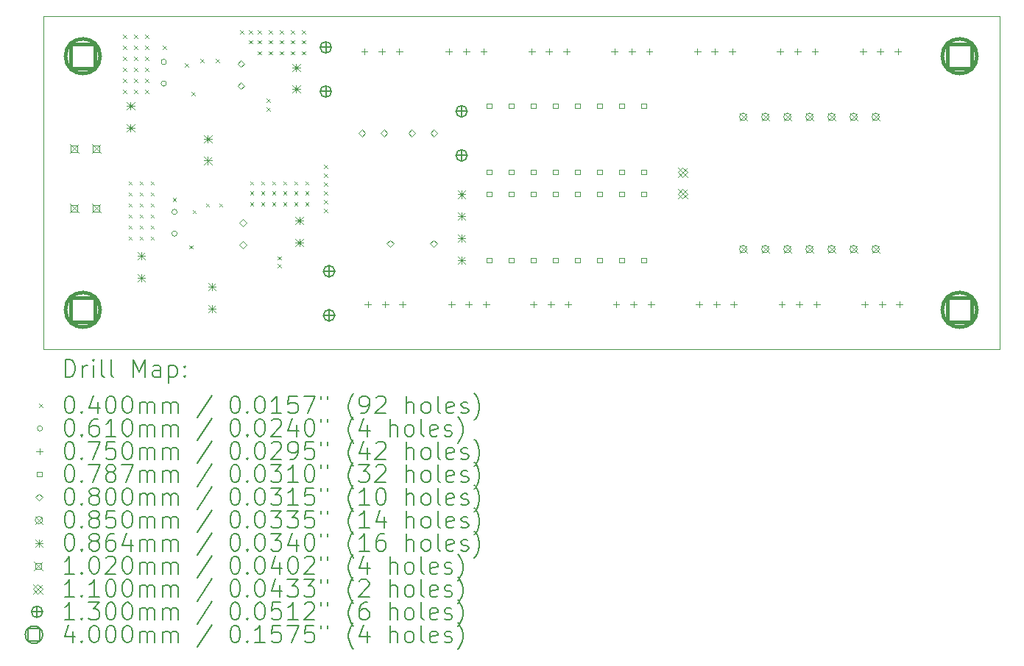
<source format=gbr>
%TF.GenerationSoftware,KiCad,Pcbnew,7.0.10*%
%TF.CreationDate,2024-11-20T16:47:17-05:00*%
%TF.ProjectId,SDP25_MainPCB_V2,53445032-355f-44d6-9169-6e5043425f56,2*%
%TF.SameCoordinates,Original*%
%TF.FileFunction,Drillmap*%
%TF.FilePolarity,Positive*%
%FSLAX45Y45*%
G04 Gerber Fmt 4.5, Leading zero omitted, Abs format (unit mm)*
G04 Created by KiCad (PCBNEW 7.0.10) date 2024-11-20 16:47:17*
%MOMM*%
%LPD*%
G01*
G04 APERTURE LIST*
%ADD10C,0.100000*%
%ADD11C,0.200000*%
%ADD12C,0.102000*%
%ADD13C,0.110000*%
%ADD14C,0.130000*%
%ADD15C,0.400000*%
G04 APERTURE END LIST*
D10*
X9474200Y-6527800D02*
X20472400Y-6527800D01*
X20472400Y-10363200D01*
X9474200Y-10363200D01*
X9474200Y-6527800D01*
D11*
D10*
X10394000Y-6736400D02*
X10434000Y-6776400D01*
X10434000Y-6736400D02*
X10394000Y-6776400D01*
X10394000Y-6863400D02*
X10434000Y-6903400D01*
X10434000Y-6863400D02*
X10394000Y-6903400D01*
X10394000Y-6990400D02*
X10434000Y-7030400D01*
X10434000Y-6990400D02*
X10394000Y-7030400D01*
X10394000Y-7117400D02*
X10434000Y-7157400D01*
X10434000Y-7117400D02*
X10394000Y-7157400D01*
X10394000Y-7244400D02*
X10434000Y-7284400D01*
X10434000Y-7244400D02*
X10394000Y-7284400D01*
X10394000Y-7371400D02*
X10434000Y-7411400D01*
X10434000Y-7371400D02*
X10394000Y-7411400D01*
X10457500Y-8425500D02*
X10497500Y-8465500D01*
X10497500Y-8425500D02*
X10457500Y-8465500D01*
X10457500Y-8552500D02*
X10497500Y-8592500D01*
X10497500Y-8552500D02*
X10457500Y-8592500D01*
X10457500Y-8679500D02*
X10497500Y-8719500D01*
X10497500Y-8679500D02*
X10457500Y-8719500D01*
X10457500Y-8806500D02*
X10497500Y-8846500D01*
X10497500Y-8806500D02*
X10457500Y-8846500D01*
X10457500Y-8933500D02*
X10497500Y-8973500D01*
X10497500Y-8933500D02*
X10457500Y-8973500D01*
X10457500Y-9060500D02*
X10497500Y-9100500D01*
X10497500Y-9060500D02*
X10457500Y-9100500D01*
X10521000Y-6736400D02*
X10561000Y-6776400D01*
X10561000Y-6736400D02*
X10521000Y-6776400D01*
X10521000Y-6863400D02*
X10561000Y-6903400D01*
X10561000Y-6863400D02*
X10521000Y-6903400D01*
X10521000Y-6990400D02*
X10561000Y-7030400D01*
X10561000Y-6990400D02*
X10521000Y-7030400D01*
X10521000Y-7117400D02*
X10561000Y-7157400D01*
X10561000Y-7117400D02*
X10521000Y-7157400D01*
X10521000Y-7244400D02*
X10561000Y-7284400D01*
X10561000Y-7244400D02*
X10521000Y-7284400D01*
X10521000Y-7371400D02*
X10561000Y-7411400D01*
X10561000Y-7371400D02*
X10521000Y-7411400D01*
X10584500Y-8425500D02*
X10624500Y-8465500D01*
X10624500Y-8425500D02*
X10584500Y-8465500D01*
X10584500Y-8552500D02*
X10624500Y-8592500D01*
X10624500Y-8552500D02*
X10584500Y-8592500D01*
X10584500Y-8679500D02*
X10624500Y-8719500D01*
X10624500Y-8679500D02*
X10584500Y-8719500D01*
X10584500Y-8806500D02*
X10624500Y-8846500D01*
X10624500Y-8806500D02*
X10584500Y-8846500D01*
X10584500Y-8933500D02*
X10624500Y-8973500D01*
X10624500Y-8933500D02*
X10584500Y-8973500D01*
X10584500Y-9060500D02*
X10624500Y-9100500D01*
X10624500Y-9060500D02*
X10584500Y-9100500D01*
X10648000Y-6736400D02*
X10688000Y-6776400D01*
X10688000Y-6736400D02*
X10648000Y-6776400D01*
X10648000Y-6863400D02*
X10688000Y-6903400D01*
X10688000Y-6863400D02*
X10648000Y-6903400D01*
X10648000Y-6990400D02*
X10688000Y-7030400D01*
X10688000Y-6990400D02*
X10648000Y-7030400D01*
X10648000Y-7117400D02*
X10688000Y-7157400D01*
X10688000Y-7117400D02*
X10648000Y-7157400D01*
X10648000Y-7244400D02*
X10688000Y-7284400D01*
X10688000Y-7244400D02*
X10648000Y-7284400D01*
X10648000Y-7371400D02*
X10688000Y-7411400D01*
X10688000Y-7371400D02*
X10648000Y-7411400D01*
X10711500Y-8425500D02*
X10751500Y-8465500D01*
X10751500Y-8425500D02*
X10711500Y-8465500D01*
X10711500Y-8552500D02*
X10751500Y-8592500D01*
X10751500Y-8552500D02*
X10711500Y-8592500D01*
X10711500Y-8679500D02*
X10751500Y-8719500D01*
X10751500Y-8679500D02*
X10711500Y-8719500D01*
X10711500Y-8806500D02*
X10751500Y-8846500D01*
X10751500Y-8806500D02*
X10711500Y-8846500D01*
X10711500Y-8933500D02*
X10751500Y-8973500D01*
X10751500Y-8933500D02*
X10711500Y-8973500D01*
X10711500Y-9060500D02*
X10751500Y-9100500D01*
X10751500Y-9060500D02*
X10711500Y-9100500D01*
X10851200Y-6863400D02*
X10891200Y-6903400D01*
X10891200Y-6863400D02*
X10851200Y-6903400D01*
X10965500Y-8616000D02*
X11005500Y-8656000D01*
X11005500Y-8616000D02*
X10965500Y-8656000D01*
X11105200Y-7066600D02*
X11145200Y-7106600D01*
X11145200Y-7066600D02*
X11105200Y-7106600D01*
X11156000Y-9162100D02*
X11196000Y-9202100D01*
X11196000Y-9162100D02*
X11156000Y-9202100D01*
X11181400Y-7396800D02*
X11221400Y-7436800D01*
X11221400Y-7396800D02*
X11181400Y-7436800D01*
X11194100Y-8755700D02*
X11234100Y-8795700D01*
X11234100Y-8755700D02*
X11194100Y-8795700D01*
X11283000Y-7015800D02*
X11323000Y-7055800D01*
X11323000Y-7015800D02*
X11283000Y-7055800D01*
X11346500Y-8679500D02*
X11386500Y-8719500D01*
X11386500Y-8679500D02*
X11346500Y-8719500D01*
X11460800Y-7015800D02*
X11500800Y-7055800D01*
X11500800Y-7015800D02*
X11460800Y-7055800D01*
X11498900Y-8679500D02*
X11538900Y-8719500D01*
X11538900Y-8679500D02*
X11498900Y-8719500D01*
X11740200Y-6685600D02*
X11780200Y-6725600D01*
X11780200Y-6685600D02*
X11740200Y-6725600D01*
X11841800Y-6685600D02*
X11881800Y-6725600D01*
X11881800Y-6685600D02*
X11841800Y-6725600D01*
X11841800Y-6799900D02*
X11881800Y-6839900D01*
X11881800Y-6799900D02*
X11841800Y-6839900D01*
X11854500Y-8425500D02*
X11894500Y-8465500D01*
X11894500Y-8425500D02*
X11854500Y-8465500D01*
X11854500Y-8539800D02*
X11894500Y-8579800D01*
X11894500Y-8539800D02*
X11854500Y-8579800D01*
X11854500Y-8666800D02*
X11894500Y-8706800D01*
X11894500Y-8666800D02*
X11854500Y-8706800D01*
X11943400Y-6685600D02*
X11983400Y-6725600D01*
X11983400Y-6685600D02*
X11943400Y-6725600D01*
X11943400Y-6799900D02*
X11983400Y-6839900D01*
X11983400Y-6799900D02*
X11943400Y-6839900D01*
X11943400Y-6926900D02*
X11983400Y-6966900D01*
X11983400Y-6926900D02*
X11943400Y-6966900D01*
X11981500Y-8425500D02*
X12021500Y-8465500D01*
X12021500Y-8425500D02*
X11981500Y-8465500D01*
X11981500Y-8539800D02*
X12021500Y-8579800D01*
X12021500Y-8539800D02*
X11981500Y-8579800D01*
X11981500Y-8666800D02*
X12021500Y-8706800D01*
X12021500Y-8666800D02*
X11981500Y-8706800D01*
X12045000Y-7473000D02*
X12085000Y-7513000D01*
X12085000Y-7473000D02*
X12045000Y-7513000D01*
X12045000Y-7574600D02*
X12085000Y-7614600D01*
X12085000Y-7574600D02*
X12045000Y-7614600D01*
X12070400Y-6685600D02*
X12110400Y-6725600D01*
X12110400Y-6685600D02*
X12070400Y-6725600D01*
X12070400Y-6799900D02*
X12110400Y-6839900D01*
X12110400Y-6799900D02*
X12070400Y-6839900D01*
X12070400Y-6926900D02*
X12110400Y-6966900D01*
X12110400Y-6926900D02*
X12070400Y-6966900D01*
X12108500Y-8425500D02*
X12148500Y-8465500D01*
X12148500Y-8425500D02*
X12108500Y-8465500D01*
X12108500Y-8539800D02*
X12148500Y-8579800D01*
X12148500Y-8539800D02*
X12108500Y-8579800D01*
X12108500Y-8666800D02*
X12148500Y-8706800D01*
X12148500Y-8666800D02*
X12108500Y-8706800D01*
X12172000Y-9289100D02*
X12212000Y-9329100D01*
X12212000Y-9289100D02*
X12172000Y-9329100D01*
X12172000Y-9378000D02*
X12212000Y-9418000D01*
X12212000Y-9378000D02*
X12172000Y-9418000D01*
X12197400Y-6685600D02*
X12237400Y-6725600D01*
X12237400Y-6685600D02*
X12197400Y-6725600D01*
X12197400Y-6799900D02*
X12237400Y-6839900D01*
X12237400Y-6799900D02*
X12197400Y-6839900D01*
X12197400Y-6926900D02*
X12237400Y-6966900D01*
X12237400Y-6926900D02*
X12197400Y-6966900D01*
X12235500Y-8425500D02*
X12275500Y-8465500D01*
X12275500Y-8425500D02*
X12235500Y-8465500D01*
X12235500Y-8539800D02*
X12275500Y-8579800D01*
X12275500Y-8539800D02*
X12235500Y-8579800D01*
X12235500Y-8666800D02*
X12275500Y-8706800D01*
X12275500Y-8666800D02*
X12235500Y-8706800D01*
X12324400Y-6685600D02*
X12364400Y-6725600D01*
X12364400Y-6685600D02*
X12324400Y-6725600D01*
X12324400Y-6799900D02*
X12364400Y-6839900D01*
X12364400Y-6799900D02*
X12324400Y-6839900D01*
X12324400Y-6926900D02*
X12364400Y-6966900D01*
X12364400Y-6926900D02*
X12324400Y-6966900D01*
X12362500Y-8425500D02*
X12402500Y-8465500D01*
X12402500Y-8425500D02*
X12362500Y-8465500D01*
X12362500Y-8539800D02*
X12402500Y-8579800D01*
X12402500Y-8539800D02*
X12362500Y-8579800D01*
X12362500Y-8666800D02*
X12402500Y-8706800D01*
X12402500Y-8666800D02*
X12362500Y-8706800D01*
X12451400Y-6685600D02*
X12491400Y-6725600D01*
X12491400Y-6685600D02*
X12451400Y-6725600D01*
X12451400Y-6799900D02*
X12491400Y-6839900D01*
X12491400Y-6799900D02*
X12451400Y-6839900D01*
X12451400Y-6926900D02*
X12491400Y-6966900D01*
X12491400Y-6926900D02*
X12451400Y-6966900D01*
X12489500Y-8425500D02*
X12529500Y-8465500D01*
X12529500Y-8425500D02*
X12489500Y-8465500D01*
X12489500Y-8539800D02*
X12529500Y-8579800D01*
X12529500Y-8539800D02*
X12489500Y-8579800D01*
X12489500Y-8666800D02*
X12529500Y-8706800D01*
X12529500Y-8666800D02*
X12489500Y-8706800D01*
X12705400Y-8235000D02*
X12745400Y-8275000D01*
X12745400Y-8235000D02*
X12705400Y-8275000D01*
X12705400Y-8336600D02*
X12745400Y-8376600D01*
X12745400Y-8336600D02*
X12705400Y-8376600D01*
X12705400Y-8438200D02*
X12745400Y-8478200D01*
X12745400Y-8438200D02*
X12705400Y-8478200D01*
X12705400Y-8539800D02*
X12745400Y-8579800D01*
X12745400Y-8539800D02*
X12705400Y-8579800D01*
X12705400Y-8641400D02*
X12745400Y-8681400D01*
X12745400Y-8641400D02*
X12705400Y-8681400D01*
X12705400Y-8743000D02*
X12745400Y-8783000D01*
X12745400Y-8743000D02*
X12705400Y-8783000D01*
X10892880Y-7050500D02*
G75*
G03*
X10831920Y-7050500I-30480J0D01*
G01*
X10831920Y-7050500D02*
G75*
G03*
X10892880Y-7050500I30480J0D01*
G01*
X10892880Y-7300500D02*
G75*
G03*
X10831920Y-7300500I-30480J0D01*
G01*
X10831920Y-7300500D02*
G75*
G03*
X10892880Y-7300500I30480J0D01*
G01*
X11015980Y-8777700D02*
G75*
G03*
X10955020Y-8777700I-30480J0D01*
G01*
X10955020Y-8777700D02*
G75*
G03*
X11015980Y-8777700I30480J0D01*
G01*
X11015980Y-9027700D02*
G75*
G03*
X10955020Y-9027700I-30480J0D01*
G01*
X10955020Y-9027700D02*
G75*
G03*
X11015980Y-9027700I30480J0D01*
G01*
X13170000Y-6892500D02*
X13170000Y-6967500D01*
X13132500Y-6930000D02*
X13207500Y-6930000D01*
X13208000Y-9805000D02*
X13208000Y-9880000D01*
X13170500Y-9842500D02*
X13245500Y-9842500D01*
X13370000Y-6892500D02*
X13370000Y-6967500D01*
X13332500Y-6930000D02*
X13407500Y-6930000D01*
X13408000Y-9805000D02*
X13408000Y-9880000D01*
X13370500Y-9842500D02*
X13445500Y-9842500D01*
X13570000Y-6892500D02*
X13570000Y-6967500D01*
X13532500Y-6930000D02*
X13607500Y-6930000D01*
X13608000Y-9805000D02*
X13608000Y-9880000D01*
X13570500Y-9842500D02*
X13645500Y-9842500D01*
X14141500Y-6892500D02*
X14141500Y-6967500D01*
X14104000Y-6930000D02*
X14179000Y-6930000D01*
X14170000Y-9805000D02*
X14170000Y-9880000D01*
X14132500Y-9842500D02*
X14207500Y-9842500D01*
X14341500Y-6892500D02*
X14341500Y-6967500D01*
X14304000Y-6930000D02*
X14379000Y-6930000D01*
X14370000Y-9805000D02*
X14370000Y-9880000D01*
X14332500Y-9842500D02*
X14407500Y-9842500D01*
X14541500Y-6892500D02*
X14541500Y-6967500D01*
X14504000Y-6930000D02*
X14579000Y-6930000D01*
X14570000Y-9805000D02*
X14570000Y-9880000D01*
X14532500Y-9842500D02*
X14607500Y-9842500D01*
X15094000Y-6892500D02*
X15094000Y-6967500D01*
X15056500Y-6930000D02*
X15131500Y-6930000D01*
X15113000Y-9805000D02*
X15113000Y-9880000D01*
X15075500Y-9842500D02*
X15150500Y-9842500D01*
X15294000Y-6892500D02*
X15294000Y-6967500D01*
X15256500Y-6930000D02*
X15331500Y-6930000D01*
X15313000Y-9805000D02*
X15313000Y-9880000D01*
X15275500Y-9842500D02*
X15350500Y-9842500D01*
X15494000Y-6892500D02*
X15494000Y-6967500D01*
X15456500Y-6930000D02*
X15531500Y-6930000D01*
X15513000Y-9805000D02*
X15513000Y-9880000D01*
X15475500Y-9842500D02*
X15550500Y-9842500D01*
X16046500Y-6892500D02*
X16046500Y-6967500D01*
X16009000Y-6930000D02*
X16084000Y-6930000D01*
X16065500Y-9805000D02*
X16065500Y-9880000D01*
X16028000Y-9842500D02*
X16103000Y-9842500D01*
X16246500Y-6892500D02*
X16246500Y-6967500D01*
X16209000Y-6930000D02*
X16284000Y-6930000D01*
X16265500Y-9805000D02*
X16265500Y-9880000D01*
X16228000Y-9842500D02*
X16303000Y-9842500D01*
X16446500Y-6892500D02*
X16446500Y-6967500D01*
X16409000Y-6930000D02*
X16484000Y-6930000D01*
X16465500Y-9805000D02*
X16465500Y-9880000D01*
X16428000Y-9842500D02*
X16503000Y-9842500D01*
X16999000Y-6892500D02*
X16999000Y-6967500D01*
X16961500Y-6930000D02*
X17036500Y-6930000D01*
X17018000Y-9805000D02*
X17018000Y-9880000D01*
X16980500Y-9842500D02*
X17055500Y-9842500D01*
X17199000Y-6892500D02*
X17199000Y-6967500D01*
X17161500Y-6930000D02*
X17236500Y-6930000D01*
X17218000Y-9805000D02*
X17218000Y-9880000D01*
X17180500Y-9842500D02*
X17255500Y-9842500D01*
X17399000Y-6892500D02*
X17399000Y-6967500D01*
X17361500Y-6930000D02*
X17436500Y-6930000D01*
X17418000Y-9805000D02*
X17418000Y-9880000D01*
X17380500Y-9842500D02*
X17455500Y-9842500D01*
X17951500Y-6892500D02*
X17951500Y-6967500D01*
X17914000Y-6930000D02*
X17989000Y-6930000D01*
X17970500Y-9805000D02*
X17970500Y-9880000D01*
X17933000Y-9842500D02*
X18008000Y-9842500D01*
X18151500Y-6892500D02*
X18151500Y-6967500D01*
X18114000Y-6930000D02*
X18189000Y-6930000D01*
X18170500Y-9805000D02*
X18170500Y-9880000D01*
X18133000Y-9842500D02*
X18208000Y-9842500D01*
X18351500Y-6892500D02*
X18351500Y-6967500D01*
X18314000Y-6930000D02*
X18389000Y-6930000D01*
X18370500Y-9805000D02*
X18370500Y-9880000D01*
X18333000Y-9842500D02*
X18408000Y-9842500D01*
X18904000Y-6892500D02*
X18904000Y-6967500D01*
X18866500Y-6930000D02*
X18941500Y-6930000D01*
X18923000Y-9805000D02*
X18923000Y-9880000D01*
X18885500Y-9842500D02*
X18960500Y-9842500D01*
X19104000Y-6892500D02*
X19104000Y-6967500D01*
X19066500Y-6930000D02*
X19141500Y-6930000D01*
X19123000Y-9805000D02*
X19123000Y-9880000D01*
X19085500Y-9842500D02*
X19160500Y-9842500D01*
X19304000Y-6892500D02*
X19304000Y-6967500D01*
X19266500Y-6930000D02*
X19341500Y-6930000D01*
X19323000Y-9805000D02*
X19323000Y-9880000D01*
X19285500Y-9842500D02*
X19360500Y-9842500D01*
X14632839Y-7584339D02*
X14632839Y-7528661D01*
X14577161Y-7528661D01*
X14577161Y-7584339D01*
X14632839Y-7584339D01*
X14632839Y-8346339D02*
X14632839Y-8290661D01*
X14577161Y-8290661D01*
X14577161Y-8346339D01*
X14632839Y-8346339D01*
X14632839Y-8600339D02*
X14632839Y-8544661D01*
X14577161Y-8544661D01*
X14577161Y-8600339D01*
X14632839Y-8600339D01*
X14632839Y-9362339D02*
X14632839Y-9306661D01*
X14577161Y-9306661D01*
X14577161Y-9362339D01*
X14632839Y-9362339D01*
X14886839Y-7584339D02*
X14886839Y-7528661D01*
X14831161Y-7528661D01*
X14831161Y-7584339D01*
X14886839Y-7584339D01*
X14886839Y-8346339D02*
X14886839Y-8290661D01*
X14831161Y-8290661D01*
X14831161Y-8346339D01*
X14886839Y-8346339D01*
X14886839Y-8600339D02*
X14886839Y-8544661D01*
X14831161Y-8544661D01*
X14831161Y-8600339D01*
X14886839Y-8600339D01*
X14886839Y-9362339D02*
X14886839Y-9306661D01*
X14831161Y-9306661D01*
X14831161Y-9362339D01*
X14886839Y-9362339D01*
X15140839Y-7584339D02*
X15140839Y-7528661D01*
X15085161Y-7528661D01*
X15085161Y-7584339D01*
X15140839Y-7584339D01*
X15140839Y-8346339D02*
X15140839Y-8290661D01*
X15085161Y-8290661D01*
X15085161Y-8346339D01*
X15140839Y-8346339D01*
X15140839Y-8600339D02*
X15140839Y-8544661D01*
X15085161Y-8544661D01*
X15085161Y-8600339D01*
X15140839Y-8600339D01*
X15140839Y-9362339D02*
X15140839Y-9306661D01*
X15085161Y-9306661D01*
X15085161Y-9362339D01*
X15140839Y-9362339D01*
X15394839Y-7584339D02*
X15394839Y-7528661D01*
X15339161Y-7528661D01*
X15339161Y-7584339D01*
X15394839Y-7584339D01*
X15394839Y-8346339D02*
X15394839Y-8290661D01*
X15339161Y-8290661D01*
X15339161Y-8346339D01*
X15394839Y-8346339D01*
X15394839Y-8600339D02*
X15394839Y-8544661D01*
X15339161Y-8544661D01*
X15339161Y-8600339D01*
X15394839Y-8600339D01*
X15394839Y-9362339D02*
X15394839Y-9306661D01*
X15339161Y-9306661D01*
X15339161Y-9362339D01*
X15394839Y-9362339D01*
X15648839Y-7584339D02*
X15648839Y-7528661D01*
X15593161Y-7528661D01*
X15593161Y-7584339D01*
X15648839Y-7584339D01*
X15648839Y-8346339D02*
X15648839Y-8290661D01*
X15593161Y-8290661D01*
X15593161Y-8346339D01*
X15648839Y-8346339D01*
X15648839Y-8600339D02*
X15648839Y-8544661D01*
X15593161Y-8544661D01*
X15593161Y-8600339D01*
X15648839Y-8600339D01*
X15648839Y-9362339D02*
X15648839Y-9306661D01*
X15593161Y-9306661D01*
X15593161Y-9362339D01*
X15648839Y-9362339D01*
X15902839Y-7584339D02*
X15902839Y-7528661D01*
X15847161Y-7528661D01*
X15847161Y-7584339D01*
X15902839Y-7584339D01*
X15902839Y-8346339D02*
X15902839Y-8290661D01*
X15847161Y-8290661D01*
X15847161Y-8346339D01*
X15902839Y-8346339D01*
X15902839Y-8600339D02*
X15902839Y-8544661D01*
X15847161Y-8544661D01*
X15847161Y-8600339D01*
X15902839Y-8600339D01*
X15902839Y-9362339D02*
X15902839Y-9306661D01*
X15847161Y-9306661D01*
X15847161Y-9362339D01*
X15902839Y-9362339D01*
X16156839Y-7584339D02*
X16156839Y-7528661D01*
X16101161Y-7528661D01*
X16101161Y-7584339D01*
X16156839Y-7584339D01*
X16156839Y-8346339D02*
X16156839Y-8290661D01*
X16101161Y-8290661D01*
X16101161Y-8346339D01*
X16156839Y-8346339D01*
X16156839Y-8600339D02*
X16156839Y-8544661D01*
X16101161Y-8544661D01*
X16101161Y-8600339D01*
X16156839Y-8600339D01*
X16156839Y-9362339D02*
X16156839Y-9306661D01*
X16101161Y-9306661D01*
X16101161Y-9362339D01*
X16156839Y-9362339D01*
X16410839Y-7584339D02*
X16410839Y-7528661D01*
X16355161Y-7528661D01*
X16355161Y-7584339D01*
X16410839Y-7584339D01*
X16410839Y-8346339D02*
X16410839Y-8290661D01*
X16355161Y-8290661D01*
X16355161Y-8346339D01*
X16410839Y-8346339D01*
X16410839Y-8600339D02*
X16410839Y-8544661D01*
X16355161Y-8544661D01*
X16355161Y-8600339D01*
X16410839Y-8600339D01*
X16410839Y-9362339D02*
X16410839Y-9306661D01*
X16355161Y-9306661D01*
X16355161Y-9362339D01*
X16410839Y-9362339D01*
X11751400Y-7111000D02*
X11791400Y-7071000D01*
X11751400Y-7031000D01*
X11711400Y-7071000D01*
X11751400Y-7111000D01*
X11751400Y-7365000D02*
X11791400Y-7325000D01*
X11751400Y-7285000D01*
X11711400Y-7325000D01*
X11751400Y-7365000D01*
X11772900Y-8942700D02*
X11812900Y-8902700D01*
X11772900Y-8862700D01*
X11732900Y-8902700D01*
X11772900Y-8942700D01*
X11772900Y-9196700D02*
X11812900Y-9156700D01*
X11772900Y-9116700D01*
X11732900Y-9156700D01*
X11772900Y-9196700D01*
X13141960Y-7911460D02*
X13181960Y-7871460D01*
X13141960Y-7831460D01*
X13101960Y-7871460D01*
X13141960Y-7911460D01*
X13395960Y-7911460D02*
X13435960Y-7871460D01*
X13395960Y-7831460D01*
X13355960Y-7871460D01*
X13395960Y-7911460D01*
X13466000Y-9184000D02*
X13506000Y-9144000D01*
X13466000Y-9104000D01*
X13426000Y-9144000D01*
X13466000Y-9184000D01*
X13713460Y-7911460D02*
X13753460Y-7871460D01*
X13713460Y-7831460D01*
X13673460Y-7871460D01*
X13713460Y-7911460D01*
X13966000Y-9184000D02*
X14006000Y-9144000D01*
X13966000Y-9104000D01*
X13926000Y-9144000D01*
X13966000Y-9184000D01*
X13967460Y-7911460D02*
X14007460Y-7871460D01*
X13967460Y-7831460D01*
X13927460Y-7871460D01*
X13967460Y-7911460D01*
X17483500Y-7641000D02*
X17568500Y-7726000D01*
X17568500Y-7641000D02*
X17483500Y-7726000D01*
X17568500Y-7683500D02*
G75*
G03*
X17483500Y-7683500I-42500J0D01*
G01*
X17483500Y-7683500D02*
G75*
G03*
X17568500Y-7683500I42500J0D01*
G01*
X17483500Y-9165000D02*
X17568500Y-9250000D01*
X17568500Y-9165000D02*
X17483500Y-9250000D01*
X17568500Y-9207500D02*
G75*
G03*
X17483500Y-9207500I-42500J0D01*
G01*
X17483500Y-9207500D02*
G75*
G03*
X17568500Y-9207500I42500J0D01*
G01*
X17737500Y-7641000D02*
X17822500Y-7726000D01*
X17822500Y-7641000D02*
X17737500Y-7726000D01*
X17822500Y-7683500D02*
G75*
G03*
X17737500Y-7683500I-42500J0D01*
G01*
X17737500Y-7683500D02*
G75*
G03*
X17822500Y-7683500I42500J0D01*
G01*
X17737500Y-9165000D02*
X17822500Y-9250000D01*
X17822500Y-9165000D02*
X17737500Y-9250000D01*
X17822500Y-9207500D02*
G75*
G03*
X17737500Y-9207500I-42500J0D01*
G01*
X17737500Y-9207500D02*
G75*
G03*
X17822500Y-9207500I42500J0D01*
G01*
X17991500Y-7641000D02*
X18076500Y-7726000D01*
X18076500Y-7641000D02*
X17991500Y-7726000D01*
X18076500Y-7683500D02*
G75*
G03*
X17991500Y-7683500I-42500J0D01*
G01*
X17991500Y-7683500D02*
G75*
G03*
X18076500Y-7683500I42500J0D01*
G01*
X17991500Y-9165000D02*
X18076500Y-9250000D01*
X18076500Y-9165000D02*
X17991500Y-9250000D01*
X18076500Y-9207500D02*
G75*
G03*
X17991500Y-9207500I-42500J0D01*
G01*
X17991500Y-9207500D02*
G75*
G03*
X18076500Y-9207500I42500J0D01*
G01*
X18245500Y-7641000D02*
X18330500Y-7726000D01*
X18330500Y-7641000D02*
X18245500Y-7726000D01*
X18330500Y-7683500D02*
G75*
G03*
X18245500Y-7683500I-42500J0D01*
G01*
X18245500Y-7683500D02*
G75*
G03*
X18330500Y-7683500I42500J0D01*
G01*
X18245500Y-9165000D02*
X18330500Y-9250000D01*
X18330500Y-9165000D02*
X18245500Y-9250000D01*
X18330500Y-9207500D02*
G75*
G03*
X18245500Y-9207500I-42500J0D01*
G01*
X18245500Y-9207500D02*
G75*
G03*
X18330500Y-9207500I42500J0D01*
G01*
X18499500Y-7641000D02*
X18584500Y-7726000D01*
X18584500Y-7641000D02*
X18499500Y-7726000D01*
X18584500Y-7683500D02*
G75*
G03*
X18499500Y-7683500I-42500J0D01*
G01*
X18499500Y-7683500D02*
G75*
G03*
X18584500Y-7683500I42500J0D01*
G01*
X18499500Y-9165000D02*
X18584500Y-9250000D01*
X18584500Y-9165000D02*
X18499500Y-9250000D01*
X18584500Y-9207500D02*
G75*
G03*
X18499500Y-9207500I-42500J0D01*
G01*
X18499500Y-9207500D02*
G75*
G03*
X18584500Y-9207500I42500J0D01*
G01*
X18753500Y-7641000D02*
X18838500Y-7726000D01*
X18838500Y-7641000D02*
X18753500Y-7726000D01*
X18838500Y-7683500D02*
G75*
G03*
X18753500Y-7683500I-42500J0D01*
G01*
X18753500Y-7683500D02*
G75*
G03*
X18838500Y-7683500I42500J0D01*
G01*
X18753500Y-9165000D02*
X18838500Y-9250000D01*
X18838500Y-9165000D02*
X18753500Y-9250000D01*
X18838500Y-9207500D02*
G75*
G03*
X18753500Y-9207500I-42500J0D01*
G01*
X18753500Y-9207500D02*
G75*
G03*
X18838500Y-9207500I42500J0D01*
G01*
X19007500Y-7641000D02*
X19092500Y-7726000D01*
X19092500Y-7641000D02*
X19007500Y-7726000D01*
X19092500Y-7683500D02*
G75*
G03*
X19007500Y-7683500I-42500J0D01*
G01*
X19007500Y-7683500D02*
G75*
G03*
X19092500Y-7683500I42500J0D01*
G01*
X19007500Y-9165000D02*
X19092500Y-9250000D01*
X19092500Y-9165000D02*
X19007500Y-9250000D01*
X19092500Y-9207500D02*
G75*
G03*
X19007500Y-9207500I-42500J0D01*
G01*
X19007500Y-9207500D02*
G75*
G03*
X19092500Y-9207500I42500J0D01*
G01*
X10438220Y-7515320D02*
X10524580Y-7601680D01*
X10524580Y-7515320D02*
X10438220Y-7601680D01*
X10481400Y-7515320D02*
X10481400Y-7601680D01*
X10438220Y-7558500D02*
X10524580Y-7558500D01*
X10438220Y-7765320D02*
X10524580Y-7851680D01*
X10524580Y-7765320D02*
X10438220Y-7851680D01*
X10481400Y-7765320D02*
X10481400Y-7851680D01*
X10438220Y-7808500D02*
X10524580Y-7808500D01*
X10561320Y-9242520D02*
X10647680Y-9328880D01*
X10647680Y-9242520D02*
X10561320Y-9328880D01*
X10604500Y-9242520D02*
X10604500Y-9328880D01*
X10561320Y-9285700D02*
X10647680Y-9285700D01*
X10561320Y-9492520D02*
X10647680Y-9578880D01*
X10647680Y-9492520D02*
X10561320Y-9578880D01*
X10604500Y-9492520D02*
X10604500Y-9578880D01*
X10561320Y-9535700D02*
X10647680Y-9535700D01*
X11327220Y-7894320D02*
X11413580Y-7980680D01*
X11413580Y-7894320D02*
X11327220Y-7980680D01*
X11370400Y-7894320D02*
X11370400Y-7980680D01*
X11327220Y-7937500D02*
X11413580Y-7937500D01*
X11327220Y-8144320D02*
X11413580Y-8230680D01*
X11413580Y-8144320D02*
X11327220Y-8230680D01*
X11370400Y-8144320D02*
X11370400Y-8230680D01*
X11327220Y-8187500D02*
X11413580Y-8187500D01*
X11374120Y-9598120D02*
X11460480Y-9684480D01*
X11460480Y-9598120D02*
X11374120Y-9684480D01*
X11417300Y-9598120D02*
X11417300Y-9684480D01*
X11374120Y-9641300D02*
X11460480Y-9641300D01*
X11374120Y-9848120D02*
X11460480Y-9934480D01*
X11460480Y-9848120D02*
X11374120Y-9934480D01*
X11417300Y-9848120D02*
X11417300Y-9934480D01*
X11374120Y-9891300D02*
X11460480Y-9891300D01*
X12343220Y-7070820D02*
X12429580Y-7157180D01*
X12429580Y-7070820D02*
X12343220Y-7157180D01*
X12386400Y-7070820D02*
X12386400Y-7157180D01*
X12343220Y-7114000D02*
X12429580Y-7114000D01*
X12343220Y-7320820D02*
X12429580Y-7407180D01*
X12429580Y-7320820D02*
X12343220Y-7407180D01*
X12386400Y-7320820D02*
X12386400Y-7407180D01*
X12343220Y-7364000D02*
X12429580Y-7364000D01*
X12377420Y-8836120D02*
X12463780Y-8922480D01*
X12463780Y-8836120D02*
X12377420Y-8922480D01*
X12420600Y-8836120D02*
X12420600Y-8922480D01*
X12377420Y-8879300D02*
X12463780Y-8879300D01*
X12377420Y-9086120D02*
X12463780Y-9172480D01*
X12463780Y-9086120D02*
X12377420Y-9172480D01*
X12420600Y-9086120D02*
X12420600Y-9172480D01*
X12377420Y-9129300D02*
X12463780Y-9129300D01*
X14244320Y-8533320D02*
X14330680Y-8619680D01*
X14330680Y-8533320D02*
X14244320Y-8619680D01*
X14287500Y-8533320D02*
X14287500Y-8619680D01*
X14244320Y-8576500D02*
X14330680Y-8576500D01*
X14244320Y-8783320D02*
X14330680Y-8869680D01*
X14330680Y-8783320D02*
X14244320Y-8869680D01*
X14287500Y-8783320D02*
X14287500Y-8869680D01*
X14244320Y-8826500D02*
X14330680Y-8826500D01*
X14244320Y-9039320D02*
X14330680Y-9125680D01*
X14330680Y-9039320D02*
X14244320Y-9125680D01*
X14287500Y-9039320D02*
X14287500Y-9125680D01*
X14244320Y-9082500D02*
X14330680Y-9082500D01*
X14244320Y-9289320D02*
X14330680Y-9375680D01*
X14330680Y-9289320D02*
X14244320Y-9375680D01*
X14287500Y-9289320D02*
X14287500Y-9375680D01*
X14244320Y-9332500D02*
X14330680Y-9332500D01*
D12*
X9778800Y-8000800D02*
X9880800Y-8102800D01*
X9880800Y-8000800D02*
X9778800Y-8102800D01*
X9865863Y-8087863D02*
X9865863Y-8015737D01*
X9793737Y-8015737D01*
X9793737Y-8087863D01*
X9865863Y-8087863D01*
X9779300Y-8686600D02*
X9881300Y-8788600D01*
X9881300Y-8686600D02*
X9779300Y-8788600D01*
X9866363Y-8773663D02*
X9866363Y-8701537D01*
X9794237Y-8701537D01*
X9794237Y-8773663D01*
X9866363Y-8773663D01*
X10032800Y-8000800D02*
X10134800Y-8102800D01*
X10134800Y-8000800D02*
X10032800Y-8102800D01*
X10119863Y-8087863D02*
X10119863Y-8015737D01*
X10047737Y-8015737D01*
X10047737Y-8087863D01*
X10119863Y-8087863D01*
X10033300Y-8686600D02*
X10135300Y-8788600D01*
X10135300Y-8686600D02*
X10033300Y-8788600D01*
X10120363Y-8773663D02*
X10120363Y-8701537D01*
X10048237Y-8701537D01*
X10048237Y-8773663D01*
X10120363Y-8773663D01*
D13*
X16772500Y-8267500D02*
X16882500Y-8377500D01*
X16882500Y-8267500D02*
X16772500Y-8377500D01*
X16827500Y-8377500D02*
X16882500Y-8322500D01*
X16827500Y-8267500D01*
X16772500Y-8322500D01*
X16827500Y-8377500D01*
X16772500Y-8517500D02*
X16882500Y-8627500D01*
X16882500Y-8517500D02*
X16772500Y-8627500D01*
X16827500Y-8627500D02*
X16882500Y-8572500D01*
X16827500Y-8517500D01*
X16772500Y-8572500D01*
X16827500Y-8627500D01*
D14*
X12725400Y-6818400D02*
X12725400Y-6948400D01*
X12660400Y-6883400D02*
X12790400Y-6883400D01*
X12790400Y-6883400D02*
G75*
G03*
X12660400Y-6883400I-65000J0D01*
G01*
X12660400Y-6883400D02*
G75*
G03*
X12790400Y-6883400I65000J0D01*
G01*
X12725400Y-7326400D02*
X12725400Y-7456400D01*
X12660400Y-7391400D02*
X12790400Y-7391400D01*
X12790400Y-7391400D02*
G75*
G03*
X12660400Y-7391400I-65000J0D01*
G01*
X12660400Y-7391400D02*
G75*
G03*
X12790400Y-7391400I65000J0D01*
G01*
X12763500Y-9396500D02*
X12763500Y-9526500D01*
X12698500Y-9461500D02*
X12828500Y-9461500D01*
X12828500Y-9461500D02*
G75*
G03*
X12698500Y-9461500I-65000J0D01*
G01*
X12698500Y-9461500D02*
G75*
G03*
X12828500Y-9461500I65000J0D01*
G01*
X12763500Y-9904500D02*
X12763500Y-10034500D01*
X12698500Y-9969500D02*
X12828500Y-9969500D01*
X12828500Y-9969500D02*
G75*
G03*
X12698500Y-9969500I-65000J0D01*
G01*
X12698500Y-9969500D02*
G75*
G03*
X12828500Y-9969500I65000J0D01*
G01*
X14287500Y-7555000D02*
X14287500Y-7685000D01*
X14222500Y-7620000D02*
X14352500Y-7620000D01*
X14352500Y-7620000D02*
G75*
G03*
X14222500Y-7620000I-65000J0D01*
G01*
X14222500Y-7620000D02*
G75*
G03*
X14352500Y-7620000I65000J0D01*
G01*
X14287500Y-8063000D02*
X14287500Y-8193000D01*
X14222500Y-8128000D02*
X14352500Y-8128000D01*
X14352500Y-8128000D02*
G75*
G03*
X14222500Y-8128000I-65000J0D01*
G01*
X14222500Y-8128000D02*
G75*
G03*
X14352500Y-8128000I65000J0D01*
G01*
D15*
X10072823Y-7126423D02*
X10072823Y-6843577D01*
X9789977Y-6843577D01*
X9789977Y-7126423D01*
X10072823Y-7126423D01*
X10131400Y-6985000D02*
G75*
G03*
X9731400Y-6985000I-200000J0D01*
G01*
X9731400Y-6985000D02*
G75*
G03*
X10131400Y-6985000I200000J0D01*
G01*
X10072823Y-10047423D02*
X10072823Y-9764577D01*
X9789977Y-9764577D01*
X9789977Y-10047423D01*
X10072823Y-10047423D01*
X10131400Y-9906000D02*
G75*
G03*
X9731400Y-9906000I-200000J0D01*
G01*
X9731400Y-9906000D02*
G75*
G03*
X10131400Y-9906000I200000J0D01*
G01*
X20156623Y-7126423D02*
X20156623Y-6843577D01*
X19873777Y-6843577D01*
X19873777Y-7126423D01*
X20156623Y-7126423D01*
X20215200Y-6985000D02*
G75*
G03*
X19815200Y-6985000I-200000J0D01*
G01*
X19815200Y-6985000D02*
G75*
G03*
X20215200Y-6985000I200000J0D01*
G01*
X20156623Y-10047423D02*
X20156623Y-9764577D01*
X19873777Y-9764577D01*
X19873777Y-10047423D01*
X20156623Y-10047423D01*
X20215200Y-9906000D02*
G75*
G03*
X19815200Y-9906000I-200000J0D01*
G01*
X19815200Y-9906000D02*
G75*
G03*
X20215200Y-9906000I200000J0D01*
G01*
D11*
X9729977Y-10679684D02*
X9729977Y-10479684D01*
X9729977Y-10479684D02*
X9777596Y-10479684D01*
X9777596Y-10479684D02*
X9806167Y-10489208D01*
X9806167Y-10489208D02*
X9825215Y-10508255D01*
X9825215Y-10508255D02*
X9834739Y-10527303D01*
X9834739Y-10527303D02*
X9844263Y-10565398D01*
X9844263Y-10565398D02*
X9844263Y-10593970D01*
X9844263Y-10593970D02*
X9834739Y-10632065D01*
X9834739Y-10632065D02*
X9825215Y-10651112D01*
X9825215Y-10651112D02*
X9806167Y-10670160D01*
X9806167Y-10670160D02*
X9777596Y-10679684D01*
X9777596Y-10679684D02*
X9729977Y-10679684D01*
X9929977Y-10679684D02*
X9929977Y-10546350D01*
X9929977Y-10584446D02*
X9939501Y-10565398D01*
X9939501Y-10565398D02*
X9949024Y-10555874D01*
X9949024Y-10555874D02*
X9968072Y-10546350D01*
X9968072Y-10546350D02*
X9987120Y-10546350D01*
X10053786Y-10679684D02*
X10053786Y-10546350D01*
X10053786Y-10479684D02*
X10044263Y-10489208D01*
X10044263Y-10489208D02*
X10053786Y-10498731D01*
X10053786Y-10498731D02*
X10063310Y-10489208D01*
X10063310Y-10489208D02*
X10053786Y-10479684D01*
X10053786Y-10479684D02*
X10053786Y-10498731D01*
X10177596Y-10679684D02*
X10158548Y-10670160D01*
X10158548Y-10670160D02*
X10149024Y-10651112D01*
X10149024Y-10651112D02*
X10149024Y-10479684D01*
X10282358Y-10679684D02*
X10263310Y-10670160D01*
X10263310Y-10670160D02*
X10253786Y-10651112D01*
X10253786Y-10651112D02*
X10253786Y-10479684D01*
X10510929Y-10679684D02*
X10510929Y-10479684D01*
X10510929Y-10479684D02*
X10577596Y-10622541D01*
X10577596Y-10622541D02*
X10644263Y-10479684D01*
X10644263Y-10479684D02*
X10644263Y-10679684D01*
X10825215Y-10679684D02*
X10825215Y-10574922D01*
X10825215Y-10574922D02*
X10815691Y-10555874D01*
X10815691Y-10555874D02*
X10796644Y-10546350D01*
X10796644Y-10546350D02*
X10758548Y-10546350D01*
X10758548Y-10546350D02*
X10739501Y-10555874D01*
X10825215Y-10670160D02*
X10806167Y-10679684D01*
X10806167Y-10679684D02*
X10758548Y-10679684D01*
X10758548Y-10679684D02*
X10739501Y-10670160D01*
X10739501Y-10670160D02*
X10729977Y-10651112D01*
X10729977Y-10651112D02*
X10729977Y-10632065D01*
X10729977Y-10632065D02*
X10739501Y-10613017D01*
X10739501Y-10613017D02*
X10758548Y-10603493D01*
X10758548Y-10603493D02*
X10806167Y-10603493D01*
X10806167Y-10603493D02*
X10825215Y-10593970D01*
X10920453Y-10546350D02*
X10920453Y-10746350D01*
X10920453Y-10555874D02*
X10939501Y-10546350D01*
X10939501Y-10546350D02*
X10977596Y-10546350D01*
X10977596Y-10546350D02*
X10996644Y-10555874D01*
X10996644Y-10555874D02*
X11006167Y-10565398D01*
X11006167Y-10565398D02*
X11015691Y-10584446D01*
X11015691Y-10584446D02*
X11015691Y-10641589D01*
X11015691Y-10641589D02*
X11006167Y-10660636D01*
X11006167Y-10660636D02*
X10996644Y-10670160D01*
X10996644Y-10670160D02*
X10977596Y-10679684D01*
X10977596Y-10679684D02*
X10939501Y-10679684D01*
X10939501Y-10679684D02*
X10920453Y-10670160D01*
X11101405Y-10660636D02*
X11110929Y-10670160D01*
X11110929Y-10670160D02*
X11101405Y-10679684D01*
X11101405Y-10679684D02*
X11091882Y-10670160D01*
X11091882Y-10670160D02*
X11101405Y-10660636D01*
X11101405Y-10660636D02*
X11101405Y-10679684D01*
X11101405Y-10555874D02*
X11110929Y-10565398D01*
X11110929Y-10565398D02*
X11101405Y-10574922D01*
X11101405Y-10574922D02*
X11091882Y-10565398D01*
X11091882Y-10565398D02*
X11101405Y-10555874D01*
X11101405Y-10555874D02*
X11101405Y-10574922D01*
D10*
X9429200Y-10988200D02*
X9469200Y-11028200D01*
X9469200Y-10988200D02*
X9429200Y-11028200D01*
D11*
X9768072Y-10899684D02*
X9787120Y-10899684D01*
X9787120Y-10899684D02*
X9806167Y-10909208D01*
X9806167Y-10909208D02*
X9815691Y-10918731D01*
X9815691Y-10918731D02*
X9825215Y-10937779D01*
X9825215Y-10937779D02*
X9834739Y-10975874D01*
X9834739Y-10975874D02*
X9834739Y-11023493D01*
X9834739Y-11023493D02*
X9825215Y-11061589D01*
X9825215Y-11061589D02*
X9815691Y-11080636D01*
X9815691Y-11080636D02*
X9806167Y-11090160D01*
X9806167Y-11090160D02*
X9787120Y-11099684D01*
X9787120Y-11099684D02*
X9768072Y-11099684D01*
X9768072Y-11099684D02*
X9749024Y-11090160D01*
X9749024Y-11090160D02*
X9739501Y-11080636D01*
X9739501Y-11080636D02*
X9729977Y-11061589D01*
X9729977Y-11061589D02*
X9720453Y-11023493D01*
X9720453Y-11023493D02*
X9720453Y-10975874D01*
X9720453Y-10975874D02*
X9729977Y-10937779D01*
X9729977Y-10937779D02*
X9739501Y-10918731D01*
X9739501Y-10918731D02*
X9749024Y-10909208D01*
X9749024Y-10909208D02*
X9768072Y-10899684D01*
X9920453Y-11080636D02*
X9929977Y-11090160D01*
X9929977Y-11090160D02*
X9920453Y-11099684D01*
X9920453Y-11099684D02*
X9910929Y-11090160D01*
X9910929Y-11090160D02*
X9920453Y-11080636D01*
X9920453Y-11080636D02*
X9920453Y-11099684D01*
X10101405Y-10966350D02*
X10101405Y-11099684D01*
X10053786Y-10890160D02*
X10006167Y-11033017D01*
X10006167Y-11033017D02*
X10129977Y-11033017D01*
X10244263Y-10899684D02*
X10263310Y-10899684D01*
X10263310Y-10899684D02*
X10282358Y-10909208D01*
X10282358Y-10909208D02*
X10291882Y-10918731D01*
X10291882Y-10918731D02*
X10301405Y-10937779D01*
X10301405Y-10937779D02*
X10310929Y-10975874D01*
X10310929Y-10975874D02*
X10310929Y-11023493D01*
X10310929Y-11023493D02*
X10301405Y-11061589D01*
X10301405Y-11061589D02*
X10291882Y-11080636D01*
X10291882Y-11080636D02*
X10282358Y-11090160D01*
X10282358Y-11090160D02*
X10263310Y-11099684D01*
X10263310Y-11099684D02*
X10244263Y-11099684D01*
X10244263Y-11099684D02*
X10225215Y-11090160D01*
X10225215Y-11090160D02*
X10215691Y-11080636D01*
X10215691Y-11080636D02*
X10206167Y-11061589D01*
X10206167Y-11061589D02*
X10196644Y-11023493D01*
X10196644Y-11023493D02*
X10196644Y-10975874D01*
X10196644Y-10975874D02*
X10206167Y-10937779D01*
X10206167Y-10937779D02*
X10215691Y-10918731D01*
X10215691Y-10918731D02*
X10225215Y-10909208D01*
X10225215Y-10909208D02*
X10244263Y-10899684D01*
X10434739Y-10899684D02*
X10453786Y-10899684D01*
X10453786Y-10899684D02*
X10472834Y-10909208D01*
X10472834Y-10909208D02*
X10482358Y-10918731D01*
X10482358Y-10918731D02*
X10491882Y-10937779D01*
X10491882Y-10937779D02*
X10501405Y-10975874D01*
X10501405Y-10975874D02*
X10501405Y-11023493D01*
X10501405Y-11023493D02*
X10491882Y-11061589D01*
X10491882Y-11061589D02*
X10482358Y-11080636D01*
X10482358Y-11080636D02*
X10472834Y-11090160D01*
X10472834Y-11090160D02*
X10453786Y-11099684D01*
X10453786Y-11099684D02*
X10434739Y-11099684D01*
X10434739Y-11099684D02*
X10415691Y-11090160D01*
X10415691Y-11090160D02*
X10406167Y-11080636D01*
X10406167Y-11080636D02*
X10396644Y-11061589D01*
X10396644Y-11061589D02*
X10387120Y-11023493D01*
X10387120Y-11023493D02*
X10387120Y-10975874D01*
X10387120Y-10975874D02*
X10396644Y-10937779D01*
X10396644Y-10937779D02*
X10406167Y-10918731D01*
X10406167Y-10918731D02*
X10415691Y-10909208D01*
X10415691Y-10909208D02*
X10434739Y-10899684D01*
X10587120Y-11099684D02*
X10587120Y-10966350D01*
X10587120Y-10985398D02*
X10596644Y-10975874D01*
X10596644Y-10975874D02*
X10615691Y-10966350D01*
X10615691Y-10966350D02*
X10644263Y-10966350D01*
X10644263Y-10966350D02*
X10663310Y-10975874D01*
X10663310Y-10975874D02*
X10672834Y-10994922D01*
X10672834Y-10994922D02*
X10672834Y-11099684D01*
X10672834Y-10994922D02*
X10682358Y-10975874D01*
X10682358Y-10975874D02*
X10701405Y-10966350D01*
X10701405Y-10966350D02*
X10729977Y-10966350D01*
X10729977Y-10966350D02*
X10749025Y-10975874D01*
X10749025Y-10975874D02*
X10758548Y-10994922D01*
X10758548Y-10994922D02*
X10758548Y-11099684D01*
X10853786Y-11099684D02*
X10853786Y-10966350D01*
X10853786Y-10985398D02*
X10863310Y-10975874D01*
X10863310Y-10975874D02*
X10882358Y-10966350D01*
X10882358Y-10966350D02*
X10910929Y-10966350D01*
X10910929Y-10966350D02*
X10929977Y-10975874D01*
X10929977Y-10975874D02*
X10939501Y-10994922D01*
X10939501Y-10994922D02*
X10939501Y-11099684D01*
X10939501Y-10994922D02*
X10949025Y-10975874D01*
X10949025Y-10975874D02*
X10968072Y-10966350D01*
X10968072Y-10966350D02*
X10996644Y-10966350D01*
X10996644Y-10966350D02*
X11015691Y-10975874D01*
X11015691Y-10975874D02*
X11025215Y-10994922D01*
X11025215Y-10994922D02*
X11025215Y-11099684D01*
X11415691Y-10890160D02*
X11244263Y-11147303D01*
X11672834Y-10899684D02*
X11691882Y-10899684D01*
X11691882Y-10899684D02*
X11710929Y-10909208D01*
X11710929Y-10909208D02*
X11720453Y-10918731D01*
X11720453Y-10918731D02*
X11729977Y-10937779D01*
X11729977Y-10937779D02*
X11739501Y-10975874D01*
X11739501Y-10975874D02*
X11739501Y-11023493D01*
X11739501Y-11023493D02*
X11729977Y-11061589D01*
X11729977Y-11061589D02*
X11720453Y-11080636D01*
X11720453Y-11080636D02*
X11710929Y-11090160D01*
X11710929Y-11090160D02*
X11691882Y-11099684D01*
X11691882Y-11099684D02*
X11672834Y-11099684D01*
X11672834Y-11099684D02*
X11653786Y-11090160D01*
X11653786Y-11090160D02*
X11644263Y-11080636D01*
X11644263Y-11080636D02*
X11634739Y-11061589D01*
X11634739Y-11061589D02*
X11625215Y-11023493D01*
X11625215Y-11023493D02*
X11625215Y-10975874D01*
X11625215Y-10975874D02*
X11634739Y-10937779D01*
X11634739Y-10937779D02*
X11644263Y-10918731D01*
X11644263Y-10918731D02*
X11653786Y-10909208D01*
X11653786Y-10909208D02*
X11672834Y-10899684D01*
X11825215Y-11080636D02*
X11834739Y-11090160D01*
X11834739Y-11090160D02*
X11825215Y-11099684D01*
X11825215Y-11099684D02*
X11815691Y-11090160D01*
X11815691Y-11090160D02*
X11825215Y-11080636D01*
X11825215Y-11080636D02*
X11825215Y-11099684D01*
X11958548Y-10899684D02*
X11977596Y-10899684D01*
X11977596Y-10899684D02*
X11996644Y-10909208D01*
X11996644Y-10909208D02*
X12006167Y-10918731D01*
X12006167Y-10918731D02*
X12015691Y-10937779D01*
X12015691Y-10937779D02*
X12025215Y-10975874D01*
X12025215Y-10975874D02*
X12025215Y-11023493D01*
X12025215Y-11023493D02*
X12015691Y-11061589D01*
X12015691Y-11061589D02*
X12006167Y-11080636D01*
X12006167Y-11080636D02*
X11996644Y-11090160D01*
X11996644Y-11090160D02*
X11977596Y-11099684D01*
X11977596Y-11099684D02*
X11958548Y-11099684D01*
X11958548Y-11099684D02*
X11939501Y-11090160D01*
X11939501Y-11090160D02*
X11929977Y-11080636D01*
X11929977Y-11080636D02*
X11920453Y-11061589D01*
X11920453Y-11061589D02*
X11910929Y-11023493D01*
X11910929Y-11023493D02*
X11910929Y-10975874D01*
X11910929Y-10975874D02*
X11920453Y-10937779D01*
X11920453Y-10937779D02*
X11929977Y-10918731D01*
X11929977Y-10918731D02*
X11939501Y-10909208D01*
X11939501Y-10909208D02*
X11958548Y-10899684D01*
X12215691Y-11099684D02*
X12101406Y-11099684D01*
X12158548Y-11099684D02*
X12158548Y-10899684D01*
X12158548Y-10899684D02*
X12139501Y-10928255D01*
X12139501Y-10928255D02*
X12120453Y-10947303D01*
X12120453Y-10947303D02*
X12101406Y-10956827D01*
X12396644Y-10899684D02*
X12301406Y-10899684D01*
X12301406Y-10899684D02*
X12291882Y-10994922D01*
X12291882Y-10994922D02*
X12301406Y-10985398D01*
X12301406Y-10985398D02*
X12320453Y-10975874D01*
X12320453Y-10975874D02*
X12368072Y-10975874D01*
X12368072Y-10975874D02*
X12387120Y-10985398D01*
X12387120Y-10985398D02*
X12396644Y-10994922D01*
X12396644Y-10994922D02*
X12406167Y-11013970D01*
X12406167Y-11013970D02*
X12406167Y-11061589D01*
X12406167Y-11061589D02*
X12396644Y-11080636D01*
X12396644Y-11080636D02*
X12387120Y-11090160D01*
X12387120Y-11090160D02*
X12368072Y-11099684D01*
X12368072Y-11099684D02*
X12320453Y-11099684D01*
X12320453Y-11099684D02*
X12301406Y-11090160D01*
X12301406Y-11090160D02*
X12291882Y-11080636D01*
X12472834Y-10899684D02*
X12606167Y-10899684D01*
X12606167Y-10899684D02*
X12520453Y-11099684D01*
X12672834Y-10899684D02*
X12672834Y-10937779D01*
X12749025Y-10899684D02*
X12749025Y-10937779D01*
X13044263Y-11175874D02*
X13034739Y-11166350D01*
X13034739Y-11166350D02*
X13015691Y-11137779D01*
X13015691Y-11137779D02*
X13006168Y-11118731D01*
X13006168Y-11118731D02*
X12996644Y-11090160D01*
X12996644Y-11090160D02*
X12987120Y-11042541D01*
X12987120Y-11042541D02*
X12987120Y-11004446D01*
X12987120Y-11004446D02*
X12996644Y-10956827D01*
X12996644Y-10956827D02*
X13006168Y-10928255D01*
X13006168Y-10928255D02*
X13015691Y-10909208D01*
X13015691Y-10909208D02*
X13034739Y-10880636D01*
X13034739Y-10880636D02*
X13044263Y-10871112D01*
X13129977Y-11099684D02*
X13168072Y-11099684D01*
X13168072Y-11099684D02*
X13187120Y-11090160D01*
X13187120Y-11090160D02*
X13196644Y-11080636D01*
X13196644Y-11080636D02*
X13215691Y-11052065D01*
X13215691Y-11052065D02*
X13225215Y-11013970D01*
X13225215Y-11013970D02*
X13225215Y-10937779D01*
X13225215Y-10937779D02*
X13215691Y-10918731D01*
X13215691Y-10918731D02*
X13206168Y-10909208D01*
X13206168Y-10909208D02*
X13187120Y-10899684D01*
X13187120Y-10899684D02*
X13149025Y-10899684D01*
X13149025Y-10899684D02*
X13129977Y-10909208D01*
X13129977Y-10909208D02*
X13120453Y-10918731D01*
X13120453Y-10918731D02*
X13110929Y-10937779D01*
X13110929Y-10937779D02*
X13110929Y-10985398D01*
X13110929Y-10985398D02*
X13120453Y-11004446D01*
X13120453Y-11004446D02*
X13129977Y-11013970D01*
X13129977Y-11013970D02*
X13149025Y-11023493D01*
X13149025Y-11023493D02*
X13187120Y-11023493D01*
X13187120Y-11023493D02*
X13206168Y-11013970D01*
X13206168Y-11013970D02*
X13215691Y-11004446D01*
X13215691Y-11004446D02*
X13225215Y-10985398D01*
X13301406Y-10918731D02*
X13310929Y-10909208D01*
X13310929Y-10909208D02*
X13329977Y-10899684D01*
X13329977Y-10899684D02*
X13377596Y-10899684D01*
X13377596Y-10899684D02*
X13396644Y-10909208D01*
X13396644Y-10909208D02*
X13406168Y-10918731D01*
X13406168Y-10918731D02*
X13415691Y-10937779D01*
X13415691Y-10937779D02*
X13415691Y-10956827D01*
X13415691Y-10956827D02*
X13406168Y-10985398D01*
X13406168Y-10985398D02*
X13291882Y-11099684D01*
X13291882Y-11099684D02*
X13415691Y-11099684D01*
X13653787Y-11099684D02*
X13653787Y-10899684D01*
X13739501Y-11099684D02*
X13739501Y-10994922D01*
X13739501Y-10994922D02*
X13729977Y-10975874D01*
X13729977Y-10975874D02*
X13710930Y-10966350D01*
X13710930Y-10966350D02*
X13682358Y-10966350D01*
X13682358Y-10966350D02*
X13663310Y-10975874D01*
X13663310Y-10975874D02*
X13653787Y-10985398D01*
X13863310Y-11099684D02*
X13844263Y-11090160D01*
X13844263Y-11090160D02*
X13834739Y-11080636D01*
X13834739Y-11080636D02*
X13825215Y-11061589D01*
X13825215Y-11061589D02*
X13825215Y-11004446D01*
X13825215Y-11004446D02*
X13834739Y-10985398D01*
X13834739Y-10985398D02*
X13844263Y-10975874D01*
X13844263Y-10975874D02*
X13863310Y-10966350D01*
X13863310Y-10966350D02*
X13891882Y-10966350D01*
X13891882Y-10966350D02*
X13910930Y-10975874D01*
X13910930Y-10975874D02*
X13920453Y-10985398D01*
X13920453Y-10985398D02*
X13929977Y-11004446D01*
X13929977Y-11004446D02*
X13929977Y-11061589D01*
X13929977Y-11061589D02*
X13920453Y-11080636D01*
X13920453Y-11080636D02*
X13910930Y-11090160D01*
X13910930Y-11090160D02*
X13891882Y-11099684D01*
X13891882Y-11099684D02*
X13863310Y-11099684D01*
X14044263Y-11099684D02*
X14025215Y-11090160D01*
X14025215Y-11090160D02*
X14015691Y-11071112D01*
X14015691Y-11071112D02*
X14015691Y-10899684D01*
X14196644Y-11090160D02*
X14177596Y-11099684D01*
X14177596Y-11099684D02*
X14139501Y-11099684D01*
X14139501Y-11099684D02*
X14120453Y-11090160D01*
X14120453Y-11090160D02*
X14110930Y-11071112D01*
X14110930Y-11071112D02*
X14110930Y-10994922D01*
X14110930Y-10994922D02*
X14120453Y-10975874D01*
X14120453Y-10975874D02*
X14139501Y-10966350D01*
X14139501Y-10966350D02*
X14177596Y-10966350D01*
X14177596Y-10966350D02*
X14196644Y-10975874D01*
X14196644Y-10975874D02*
X14206168Y-10994922D01*
X14206168Y-10994922D02*
X14206168Y-11013970D01*
X14206168Y-11013970D02*
X14110930Y-11033017D01*
X14282358Y-11090160D02*
X14301406Y-11099684D01*
X14301406Y-11099684D02*
X14339501Y-11099684D01*
X14339501Y-11099684D02*
X14358549Y-11090160D01*
X14358549Y-11090160D02*
X14368072Y-11071112D01*
X14368072Y-11071112D02*
X14368072Y-11061589D01*
X14368072Y-11061589D02*
X14358549Y-11042541D01*
X14358549Y-11042541D02*
X14339501Y-11033017D01*
X14339501Y-11033017D02*
X14310930Y-11033017D01*
X14310930Y-11033017D02*
X14291882Y-11023493D01*
X14291882Y-11023493D02*
X14282358Y-11004446D01*
X14282358Y-11004446D02*
X14282358Y-10994922D01*
X14282358Y-10994922D02*
X14291882Y-10975874D01*
X14291882Y-10975874D02*
X14310930Y-10966350D01*
X14310930Y-10966350D02*
X14339501Y-10966350D01*
X14339501Y-10966350D02*
X14358549Y-10975874D01*
X14434739Y-11175874D02*
X14444263Y-11166350D01*
X14444263Y-11166350D02*
X14463311Y-11137779D01*
X14463311Y-11137779D02*
X14472834Y-11118731D01*
X14472834Y-11118731D02*
X14482358Y-11090160D01*
X14482358Y-11090160D02*
X14491882Y-11042541D01*
X14491882Y-11042541D02*
X14491882Y-11004446D01*
X14491882Y-11004446D02*
X14482358Y-10956827D01*
X14482358Y-10956827D02*
X14472834Y-10928255D01*
X14472834Y-10928255D02*
X14463311Y-10909208D01*
X14463311Y-10909208D02*
X14444263Y-10880636D01*
X14444263Y-10880636D02*
X14434739Y-10871112D01*
D10*
X9469200Y-11272200D02*
G75*
G03*
X9408240Y-11272200I-30480J0D01*
G01*
X9408240Y-11272200D02*
G75*
G03*
X9469200Y-11272200I30480J0D01*
G01*
D11*
X9768072Y-11163684D02*
X9787120Y-11163684D01*
X9787120Y-11163684D02*
X9806167Y-11173208D01*
X9806167Y-11173208D02*
X9815691Y-11182731D01*
X9815691Y-11182731D02*
X9825215Y-11201779D01*
X9825215Y-11201779D02*
X9834739Y-11239874D01*
X9834739Y-11239874D02*
X9834739Y-11287493D01*
X9834739Y-11287493D02*
X9825215Y-11325588D01*
X9825215Y-11325588D02*
X9815691Y-11344636D01*
X9815691Y-11344636D02*
X9806167Y-11354160D01*
X9806167Y-11354160D02*
X9787120Y-11363684D01*
X9787120Y-11363684D02*
X9768072Y-11363684D01*
X9768072Y-11363684D02*
X9749024Y-11354160D01*
X9749024Y-11354160D02*
X9739501Y-11344636D01*
X9739501Y-11344636D02*
X9729977Y-11325588D01*
X9729977Y-11325588D02*
X9720453Y-11287493D01*
X9720453Y-11287493D02*
X9720453Y-11239874D01*
X9720453Y-11239874D02*
X9729977Y-11201779D01*
X9729977Y-11201779D02*
X9739501Y-11182731D01*
X9739501Y-11182731D02*
X9749024Y-11173208D01*
X9749024Y-11173208D02*
X9768072Y-11163684D01*
X9920453Y-11344636D02*
X9929977Y-11354160D01*
X9929977Y-11354160D02*
X9920453Y-11363684D01*
X9920453Y-11363684D02*
X9910929Y-11354160D01*
X9910929Y-11354160D02*
X9920453Y-11344636D01*
X9920453Y-11344636D02*
X9920453Y-11363684D01*
X10101405Y-11163684D02*
X10063310Y-11163684D01*
X10063310Y-11163684D02*
X10044263Y-11173208D01*
X10044263Y-11173208D02*
X10034739Y-11182731D01*
X10034739Y-11182731D02*
X10015691Y-11211303D01*
X10015691Y-11211303D02*
X10006167Y-11249398D01*
X10006167Y-11249398D02*
X10006167Y-11325588D01*
X10006167Y-11325588D02*
X10015691Y-11344636D01*
X10015691Y-11344636D02*
X10025215Y-11354160D01*
X10025215Y-11354160D02*
X10044263Y-11363684D01*
X10044263Y-11363684D02*
X10082358Y-11363684D01*
X10082358Y-11363684D02*
X10101405Y-11354160D01*
X10101405Y-11354160D02*
X10110929Y-11344636D01*
X10110929Y-11344636D02*
X10120453Y-11325588D01*
X10120453Y-11325588D02*
X10120453Y-11277969D01*
X10120453Y-11277969D02*
X10110929Y-11258922D01*
X10110929Y-11258922D02*
X10101405Y-11249398D01*
X10101405Y-11249398D02*
X10082358Y-11239874D01*
X10082358Y-11239874D02*
X10044263Y-11239874D01*
X10044263Y-11239874D02*
X10025215Y-11249398D01*
X10025215Y-11249398D02*
X10015691Y-11258922D01*
X10015691Y-11258922D02*
X10006167Y-11277969D01*
X10310929Y-11363684D02*
X10196644Y-11363684D01*
X10253786Y-11363684D02*
X10253786Y-11163684D01*
X10253786Y-11163684D02*
X10234739Y-11192255D01*
X10234739Y-11192255D02*
X10215691Y-11211303D01*
X10215691Y-11211303D02*
X10196644Y-11220827D01*
X10434739Y-11163684D02*
X10453786Y-11163684D01*
X10453786Y-11163684D02*
X10472834Y-11173208D01*
X10472834Y-11173208D02*
X10482358Y-11182731D01*
X10482358Y-11182731D02*
X10491882Y-11201779D01*
X10491882Y-11201779D02*
X10501405Y-11239874D01*
X10501405Y-11239874D02*
X10501405Y-11287493D01*
X10501405Y-11287493D02*
X10491882Y-11325588D01*
X10491882Y-11325588D02*
X10482358Y-11344636D01*
X10482358Y-11344636D02*
X10472834Y-11354160D01*
X10472834Y-11354160D02*
X10453786Y-11363684D01*
X10453786Y-11363684D02*
X10434739Y-11363684D01*
X10434739Y-11363684D02*
X10415691Y-11354160D01*
X10415691Y-11354160D02*
X10406167Y-11344636D01*
X10406167Y-11344636D02*
X10396644Y-11325588D01*
X10396644Y-11325588D02*
X10387120Y-11287493D01*
X10387120Y-11287493D02*
X10387120Y-11239874D01*
X10387120Y-11239874D02*
X10396644Y-11201779D01*
X10396644Y-11201779D02*
X10406167Y-11182731D01*
X10406167Y-11182731D02*
X10415691Y-11173208D01*
X10415691Y-11173208D02*
X10434739Y-11163684D01*
X10587120Y-11363684D02*
X10587120Y-11230350D01*
X10587120Y-11249398D02*
X10596644Y-11239874D01*
X10596644Y-11239874D02*
X10615691Y-11230350D01*
X10615691Y-11230350D02*
X10644263Y-11230350D01*
X10644263Y-11230350D02*
X10663310Y-11239874D01*
X10663310Y-11239874D02*
X10672834Y-11258922D01*
X10672834Y-11258922D02*
X10672834Y-11363684D01*
X10672834Y-11258922D02*
X10682358Y-11239874D01*
X10682358Y-11239874D02*
X10701405Y-11230350D01*
X10701405Y-11230350D02*
X10729977Y-11230350D01*
X10729977Y-11230350D02*
X10749025Y-11239874D01*
X10749025Y-11239874D02*
X10758548Y-11258922D01*
X10758548Y-11258922D02*
X10758548Y-11363684D01*
X10853786Y-11363684D02*
X10853786Y-11230350D01*
X10853786Y-11249398D02*
X10863310Y-11239874D01*
X10863310Y-11239874D02*
X10882358Y-11230350D01*
X10882358Y-11230350D02*
X10910929Y-11230350D01*
X10910929Y-11230350D02*
X10929977Y-11239874D01*
X10929977Y-11239874D02*
X10939501Y-11258922D01*
X10939501Y-11258922D02*
X10939501Y-11363684D01*
X10939501Y-11258922D02*
X10949025Y-11239874D01*
X10949025Y-11239874D02*
X10968072Y-11230350D01*
X10968072Y-11230350D02*
X10996644Y-11230350D01*
X10996644Y-11230350D02*
X11015691Y-11239874D01*
X11015691Y-11239874D02*
X11025215Y-11258922D01*
X11025215Y-11258922D02*
X11025215Y-11363684D01*
X11415691Y-11154160D02*
X11244263Y-11411303D01*
X11672834Y-11163684D02*
X11691882Y-11163684D01*
X11691882Y-11163684D02*
X11710929Y-11173208D01*
X11710929Y-11173208D02*
X11720453Y-11182731D01*
X11720453Y-11182731D02*
X11729977Y-11201779D01*
X11729977Y-11201779D02*
X11739501Y-11239874D01*
X11739501Y-11239874D02*
X11739501Y-11287493D01*
X11739501Y-11287493D02*
X11729977Y-11325588D01*
X11729977Y-11325588D02*
X11720453Y-11344636D01*
X11720453Y-11344636D02*
X11710929Y-11354160D01*
X11710929Y-11354160D02*
X11691882Y-11363684D01*
X11691882Y-11363684D02*
X11672834Y-11363684D01*
X11672834Y-11363684D02*
X11653786Y-11354160D01*
X11653786Y-11354160D02*
X11644263Y-11344636D01*
X11644263Y-11344636D02*
X11634739Y-11325588D01*
X11634739Y-11325588D02*
X11625215Y-11287493D01*
X11625215Y-11287493D02*
X11625215Y-11239874D01*
X11625215Y-11239874D02*
X11634739Y-11201779D01*
X11634739Y-11201779D02*
X11644263Y-11182731D01*
X11644263Y-11182731D02*
X11653786Y-11173208D01*
X11653786Y-11173208D02*
X11672834Y-11163684D01*
X11825215Y-11344636D02*
X11834739Y-11354160D01*
X11834739Y-11354160D02*
X11825215Y-11363684D01*
X11825215Y-11363684D02*
X11815691Y-11354160D01*
X11815691Y-11354160D02*
X11825215Y-11344636D01*
X11825215Y-11344636D02*
X11825215Y-11363684D01*
X11958548Y-11163684D02*
X11977596Y-11163684D01*
X11977596Y-11163684D02*
X11996644Y-11173208D01*
X11996644Y-11173208D02*
X12006167Y-11182731D01*
X12006167Y-11182731D02*
X12015691Y-11201779D01*
X12015691Y-11201779D02*
X12025215Y-11239874D01*
X12025215Y-11239874D02*
X12025215Y-11287493D01*
X12025215Y-11287493D02*
X12015691Y-11325588D01*
X12015691Y-11325588D02*
X12006167Y-11344636D01*
X12006167Y-11344636D02*
X11996644Y-11354160D01*
X11996644Y-11354160D02*
X11977596Y-11363684D01*
X11977596Y-11363684D02*
X11958548Y-11363684D01*
X11958548Y-11363684D02*
X11939501Y-11354160D01*
X11939501Y-11354160D02*
X11929977Y-11344636D01*
X11929977Y-11344636D02*
X11920453Y-11325588D01*
X11920453Y-11325588D02*
X11910929Y-11287493D01*
X11910929Y-11287493D02*
X11910929Y-11239874D01*
X11910929Y-11239874D02*
X11920453Y-11201779D01*
X11920453Y-11201779D02*
X11929977Y-11182731D01*
X11929977Y-11182731D02*
X11939501Y-11173208D01*
X11939501Y-11173208D02*
X11958548Y-11163684D01*
X12101406Y-11182731D02*
X12110929Y-11173208D01*
X12110929Y-11173208D02*
X12129977Y-11163684D01*
X12129977Y-11163684D02*
X12177596Y-11163684D01*
X12177596Y-11163684D02*
X12196644Y-11173208D01*
X12196644Y-11173208D02*
X12206167Y-11182731D01*
X12206167Y-11182731D02*
X12215691Y-11201779D01*
X12215691Y-11201779D02*
X12215691Y-11220827D01*
X12215691Y-11220827D02*
X12206167Y-11249398D01*
X12206167Y-11249398D02*
X12091882Y-11363684D01*
X12091882Y-11363684D02*
X12215691Y-11363684D01*
X12387120Y-11230350D02*
X12387120Y-11363684D01*
X12339501Y-11154160D02*
X12291882Y-11297017D01*
X12291882Y-11297017D02*
X12415691Y-11297017D01*
X12529977Y-11163684D02*
X12549025Y-11163684D01*
X12549025Y-11163684D02*
X12568072Y-11173208D01*
X12568072Y-11173208D02*
X12577596Y-11182731D01*
X12577596Y-11182731D02*
X12587120Y-11201779D01*
X12587120Y-11201779D02*
X12596644Y-11239874D01*
X12596644Y-11239874D02*
X12596644Y-11287493D01*
X12596644Y-11287493D02*
X12587120Y-11325588D01*
X12587120Y-11325588D02*
X12577596Y-11344636D01*
X12577596Y-11344636D02*
X12568072Y-11354160D01*
X12568072Y-11354160D02*
X12549025Y-11363684D01*
X12549025Y-11363684D02*
X12529977Y-11363684D01*
X12529977Y-11363684D02*
X12510929Y-11354160D01*
X12510929Y-11354160D02*
X12501406Y-11344636D01*
X12501406Y-11344636D02*
X12491882Y-11325588D01*
X12491882Y-11325588D02*
X12482358Y-11287493D01*
X12482358Y-11287493D02*
X12482358Y-11239874D01*
X12482358Y-11239874D02*
X12491882Y-11201779D01*
X12491882Y-11201779D02*
X12501406Y-11182731D01*
X12501406Y-11182731D02*
X12510929Y-11173208D01*
X12510929Y-11173208D02*
X12529977Y-11163684D01*
X12672834Y-11163684D02*
X12672834Y-11201779D01*
X12749025Y-11163684D02*
X12749025Y-11201779D01*
X13044263Y-11439874D02*
X13034739Y-11430350D01*
X13034739Y-11430350D02*
X13015691Y-11401779D01*
X13015691Y-11401779D02*
X13006168Y-11382731D01*
X13006168Y-11382731D02*
X12996644Y-11354160D01*
X12996644Y-11354160D02*
X12987120Y-11306541D01*
X12987120Y-11306541D02*
X12987120Y-11268446D01*
X12987120Y-11268446D02*
X12996644Y-11220827D01*
X12996644Y-11220827D02*
X13006168Y-11192255D01*
X13006168Y-11192255D02*
X13015691Y-11173208D01*
X13015691Y-11173208D02*
X13034739Y-11144636D01*
X13034739Y-11144636D02*
X13044263Y-11135112D01*
X13206168Y-11230350D02*
X13206168Y-11363684D01*
X13158548Y-11154160D02*
X13110929Y-11297017D01*
X13110929Y-11297017D02*
X13234739Y-11297017D01*
X13463310Y-11363684D02*
X13463310Y-11163684D01*
X13549025Y-11363684D02*
X13549025Y-11258922D01*
X13549025Y-11258922D02*
X13539501Y-11239874D01*
X13539501Y-11239874D02*
X13520453Y-11230350D01*
X13520453Y-11230350D02*
X13491882Y-11230350D01*
X13491882Y-11230350D02*
X13472834Y-11239874D01*
X13472834Y-11239874D02*
X13463310Y-11249398D01*
X13672834Y-11363684D02*
X13653787Y-11354160D01*
X13653787Y-11354160D02*
X13644263Y-11344636D01*
X13644263Y-11344636D02*
X13634739Y-11325588D01*
X13634739Y-11325588D02*
X13634739Y-11268446D01*
X13634739Y-11268446D02*
X13644263Y-11249398D01*
X13644263Y-11249398D02*
X13653787Y-11239874D01*
X13653787Y-11239874D02*
X13672834Y-11230350D01*
X13672834Y-11230350D02*
X13701406Y-11230350D01*
X13701406Y-11230350D02*
X13720453Y-11239874D01*
X13720453Y-11239874D02*
X13729977Y-11249398D01*
X13729977Y-11249398D02*
X13739501Y-11268446D01*
X13739501Y-11268446D02*
X13739501Y-11325588D01*
X13739501Y-11325588D02*
X13729977Y-11344636D01*
X13729977Y-11344636D02*
X13720453Y-11354160D01*
X13720453Y-11354160D02*
X13701406Y-11363684D01*
X13701406Y-11363684D02*
X13672834Y-11363684D01*
X13853787Y-11363684D02*
X13834739Y-11354160D01*
X13834739Y-11354160D02*
X13825215Y-11335112D01*
X13825215Y-11335112D02*
X13825215Y-11163684D01*
X14006168Y-11354160D02*
X13987120Y-11363684D01*
X13987120Y-11363684D02*
X13949025Y-11363684D01*
X13949025Y-11363684D02*
X13929977Y-11354160D01*
X13929977Y-11354160D02*
X13920453Y-11335112D01*
X13920453Y-11335112D02*
X13920453Y-11258922D01*
X13920453Y-11258922D02*
X13929977Y-11239874D01*
X13929977Y-11239874D02*
X13949025Y-11230350D01*
X13949025Y-11230350D02*
X13987120Y-11230350D01*
X13987120Y-11230350D02*
X14006168Y-11239874D01*
X14006168Y-11239874D02*
X14015691Y-11258922D01*
X14015691Y-11258922D02*
X14015691Y-11277969D01*
X14015691Y-11277969D02*
X13920453Y-11297017D01*
X14091882Y-11354160D02*
X14110930Y-11363684D01*
X14110930Y-11363684D02*
X14149025Y-11363684D01*
X14149025Y-11363684D02*
X14168072Y-11354160D01*
X14168072Y-11354160D02*
X14177596Y-11335112D01*
X14177596Y-11335112D02*
X14177596Y-11325588D01*
X14177596Y-11325588D02*
X14168072Y-11306541D01*
X14168072Y-11306541D02*
X14149025Y-11297017D01*
X14149025Y-11297017D02*
X14120453Y-11297017D01*
X14120453Y-11297017D02*
X14101406Y-11287493D01*
X14101406Y-11287493D02*
X14091882Y-11268446D01*
X14091882Y-11268446D02*
X14091882Y-11258922D01*
X14091882Y-11258922D02*
X14101406Y-11239874D01*
X14101406Y-11239874D02*
X14120453Y-11230350D01*
X14120453Y-11230350D02*
X14149025Y-11230350D01*
X14149025Y-11230350D02*
X14168072Y-11239874D01*
X14244263Y-11439874D02*
X14253787Y-11430350D01*
X14253787Y-11430350D02*
X14272834Y-11401779D01*
X14272834Y-11401779D02*
X14282358Y-11382731D01*
X14282358Y-11382731D02*
X14291882Y-11354160D01*
X14291882Y-11354160D02*
X14301406Y-11306541D01*
X14301406Y-11306541D02*
X14301406Y-11268446D01*
X14301406Y-11268446D02*
X14291882Y-11220827D01*
X14291882Y-11220827D02*
X14282358Y-11192255D01*
X14282358Y-11192255D02*
X14272834Y-11173208D01*
X14272834Y-11173208D02*
X14253787Y-11144636D01*
X14253787Y-11144636D02*
X14244263Y-11135112D01*
D10*
X9431700Y-11498700D02*
X9431700Y-11573700D01*
X9394200Y-11536200D02*
X9469200Y-11536200D01*
D11*
X9768072Y-11427684D02*
X9787120Y-11427684D01*
X9787120Y-11427684D02*
X9806167Y-11437208D01*
X9806167Y-11437208D02*
X9815691Y-11446731D01*
X9815691Y-11446731D02*
X9825215Y-11465779D01*
X9825215Y-11465779D02*
X9834739Y-11503874D01*
X9834739Y-11503874D02*
X9834739Y-11551493D01*
X9834739Y-11551493D02*
X9825215Y-11589588D01*
X9825215Y-11589588D02*
X9815691Y-11608636D01*
X9815691Y-11608636D02*
X9806167Y-11618160D01*
X9806167Y-11618160D02*
X9787120Y-11627684D01*
X9787120Y-11627684D02*
X9768072Y-11627684D01*
X9768072Y-11627684D02*
X9749024Y-11618160D01*
X9749024Y-11618160D02*
X9739501Y-11608636D01*
X9739501Y-11608636D02*
X9729977Y-11589588D01*
X9729977Y-11589588D02*
X9720453Y-11551493D01*
X9720453Y-11551493D02*
X9720453Y-11503874D01*
X9720453Y-11503874D02*
X9729977Y-11465779D01*
X9729977Y-11465779D02*
X9739501Y-11446731D01*
X9739501Y-11446731D02*
X9749024Y-11437208D01*
X9749024Y-11437208D02*
X9768072Y-11427684D01*
X9920453Y-11608636D02*
X9929977Y-11618160D01*
X9929977Y-11618160D02*
X9920453Y-11627684D01*
X9920453Y-11627684D02*
X9910929Y-11618160D01*
X9910929Y-11618160D02*
X9920453Y-11608636D01*
X9920453Y-11608636D02*
X9920453Y-11627684D01*
X9996644Y-11427684D02*
X10129977Y-11427684D01*
X10129977Y-11427684D02*
X10044263Y-11627684D01*
X10301405Y-11427684D02*
X10206167Y-11427684D01*
X10206167Y-11427684D02*
X10196644Y-11522922D01*
X10196644Y-11522922D02*
X10206167Y-11513398D01*
X10206167Y-11513398D02*
X10225215Y-11503874D01*
X10225215Y-11503874D02*
X10272834Y-11503874D01*
X10272834Y-11503874D02*
X10291882Y-11513398D01*
X10291882Y-11513398D02*
X10301405Y-11522922D01*
X10301405Y-11522922D02*
X10310929Y-11541969D01*
X10310929Y-11541969D02*
X10310929Y-11589588D01*
X10310929Y-11589588D02*
X10301405Y-11608636D01*
X10301405Y-11608636D02*
X10291882Y-11618160D01*
X10291882Y-11618160D02*
X10272834Y-11627684D01*
X10272834Y-11627684D02*
X10225215Y-11627684D01*
X10225215Y-11627684D02*
X10206167Y-11618160D01*
X10206167Y-11618160D02*
X10196644Y-11608636D01*
X10434739Y-11427684D02*
X10453786Y-11427684D01*
X10453786Y-11427684D02*
X10472834Y-11437208D01*
X10472834Y-11437208D02*
X10482358Y-11446731D01*
X10482358Y-11446731D02*
X10491882Y-11465779D01*
X10491882Y-11465779D02*
X10501405Y-11503874D01*
X10501405Y-11503874D02*
X10501405Y-11551493D01*
X10501405Y-11551493D02*
X10491882Y-11589588D01*
X10491882Y-11589588D02*
X10482358Y-11608636D01*
X10482358Y-11608636D02*
X10472834Y-11618160D01*
X10472834Y-11618160D02*
X10453786Y-11627684D01*
X10453786Y-11627684D02*
X10434739Y-11627684D01*
X10434739Y-11627684D02*
X10415691Y-11618160D01*
X10415691Y-11618160D02*
X10406167Y-11608636D01*
X10406167Y-11608636D02*
X10396644Y-11589588D01*
X10396644Y-11589588D02*
X10387120Y-11551493D01*
X10387120Y-11551493D02*
X10387120Y-11503874D01*
X10387120Y-11503874D02*
X10396644Y-11465779D01*
X10396644Y-11465779D02*
X10406167Y-11446731D01*
X10406167Y-11446731D02*
X10415691Y-11437208D01*
X10415691Y-11437208D02*
X10434739Y-11427684D01*
X10587120Y-11627684D02*
X10587120Y-11494350D01*
X10587120Y-11513398D02*
X10596644Y-11503874D01*
X10596644Y-11503874D02*
X10615691Y-11494350D01*
X10615691Y-11494350D02*
X10644263Y-11494350D01*
X10644263Y-11494350D02*
X10663310Y-11503874D01*
X10663310Y-11503874D02*
X10672834Y-11522922D01*
X10672834Y-11522922D02*
X10672834Y-11627684D01*
X10672834Y-11522922D02*
X10682358Y-11503874D01*
X10682358Y-11503874D02*
X10701405Y-11494350D01*
X10701405Y-11494350D02*
X10729977Y-11494350D01*
X10729977Y-11494350D02*
X10749025Y-11503874D01*
X10749025Y-11503874D02*
X10758548Y-11522922D01*
X10758548Y-11522922D02*
X10758548Y-11627684D01*
X10853786Y-11627684D02*
X10853786Y-11494350D01*
X10853786Y-11513398D02*
X10863310Y-11503874D01*
X10863310Y-11503874D02*
X10882358Y-11494350D01*
X10882358Y-11494350D02*
X10910929Y-11494350D01*
X10910929Y-11494350D02*
X10929977Y-11503874D01*
X10929977Y-11503874D02*
X10939501Y-11522922D01*
X10939501Y-11522922D02*
X10939501Y-11627684D01*
X10939501Y-11522922D02*
X10949025Y-11503874D01*
X10949025Y-11503874D02*
X10968072Y-11494350D01*
X10968072Y-11494350D02*
X10996644Y-11494350D01*
X10996644Y-11494350D02*
X11015691Y-11503874D01*
X11015691Y-11503874D02*
X11025215Y-11522922D01*
X11025215Y-11522922D02*
X11025215Y-11627684D01*
X11415691Y-11418160D02*
X11244263Y-11675303D01*
X11672834Y-11427684D02*
X11691882Y-11427684D01*
X11691882Y-11427684D02*
X11710929Y-11437208D01*
X11710929Y-11437208D02*
X11720453Y-11446731D01*
X11720453Y-11446731D02*
X11729977Y-11465779D01*
X11729977Y-11465779D02*
X11739501Y-11503874D01*
X11739501Y-11503874D02*
X11739501Y-11551493D01*
X11739501Y-11551493D02*
X11729977Y-11589588D01*
X11729977Y-11589588D02*
X11720453Y-11608636D01*
X11720453Y-11608636D02*
X11710929Y-11618160D01*
X11710929Y-11618160D02*
X11691882Y-11627684D01*
X11691882Y-11627684D02*
X11672834Y-11627684D01*
X11672834Y-11627684D02*
X11653786Y-11618160D01*
X11653786Y-11618160D02*
X11644263Y-11608636D01*
X11644263Y-11608636D02*
X11634739Y-11589588D01*
X11634739Y-11589588D02*
X11625215Y-11551493D01*
X11625215Y-11551493D02*
X11625215Y-11503874D01*
X11625215Y-11503874D02*
X11634739Y-11465779D01*
X11634739Y-11465779D02*
X11644263Y-11446731D01*
X11644263Y-11446731D02*
X11653786Y-11437208D01*
X11653786Y-11437208D02*
X11672834Y-11427684D01*
X11825215Y-11608636D02*
X11834739Y-11618160D01*
X11834739Y-11618160D02*
X11825215Y-11627684D01*
X11825215Y-11627684D02*
X11815691Y-11618160D01*
X11815691Y-11618160D02*
X11825215Y-11608636D01*
X11825215Y-11608636D02*
X11825215Y-11627684D01*
X11958548Y-11427684D02*
X11977596Y-11427684D01*
X11977596Y-11427684D02*
X11996644Y-11437208D01*
X11996644Y-11437208D02*
X12006167Y-11446731D01*
X12006167Y-11446731D02*
X12015691Y-11465779D01*
X12015691Y-11465779D02*
X12025215Y-11503874D01*
X12025215Y-11503874D02*
X12025215Y-11551493D01*
X12025215Y-11551493D02*
X12015691Y-11589588D01*
X12015691Y-11589588D02*
X12006167Y-11608636D01*
X12006167Y-11608636D02*
X11996644Y-11618160D01*
X11996644Y-11618160D02*
X11977596Y-11627684D01*
X11977596Y-11627684D02*
X11958548Y-11627684D01*
X11958548Y-11627684D02*
X11939501Y-11618160D01*
X11939501Y-11618160D02*
X11929977Y-11608636D01*
X11929977Y-11608636D02*
X11920453Y-11589588D01*
X11920453Y-11589588D02*
X11910929Y-11551493D01*
X11910929Y-11551493D02*
X11910929Y-11503874D01*
X11910929Y-11503874D02*
X11920453Y-11465779D01*
X11920453Y-11465779D02*
X11929977Y-11446731D01*
X11929977Y-11446731D02*
X11939501Y-11437208D01*
X11939501Y-11437208D02*
X11958548Y-11427684D01*
X12101406Y-11446731D02*
X12110929Y-11437208D01*
X12110929Y-11437208D02*
X12129977Y-11427684D01*
X12129977Y-11427684D02*
X12177596Y-11427684D01*
X12177596Y-11427684D02*
X12196644Y-11437208D01*
X12196644Y-11437208D02*
X12206167Y-11446731D01*
X12206167Y-11446731D02*
X12215691Y-11465779D01*
X12215691Y-11465779D02*
X12215691Y-11484827D01*
X12215691Y-11484827D02*
X12206167Y-11513398D01*
X12206167Y-11513398D02*
X12091882Y-11627684D01*
X12091882Y-11627684D02*
X12215691Y-11627684D01*
X12310929Y-11627684D02*
X12349025Y-11627684D01*
X12349025Y-11627684D02*
X12368072Y-11618160D01*
X12368072Y-11618160D02*
X12377596Y-11608636D01*
X12377596Y-11608636D02*
X12396644Y-11580065D01*
X12396644Y-11580065D02*
X12406167Y-11541969D01*
X12406167Y-11541969D02*
X12406167Y-11465779D01*
X12406167Y-11465779D02*
X12396644Y-11446731D01*
X12396644Y-11446731D02*
X12387120Y-11437208D01*
X12387120Y-11437208D02*
X12368072Y-11427684D01*
X12368072Y-11427684D02*
X12329977Y-11427684D01*
X12329977Y-11427684D02*
X12310929Y-11437208D01*
X12310929Y-11437208D02*
X12301406Y-11446731D01*
X12301406Y-11446731D02*
X12291882Y-11465779D01*
X12291882Y-11465779D02*
X12291882Y-11513398D01*
X12291882Y-11513398D02*
X12301406Y-11532446D01*
X12301406Y-11532446D02*
X12310929Y-11541969D01*
X12310929Y-11541969D02*
X12329977Y-11551493D01*
X12329977Y-11551493D02*
X12368072Y-11551493D01*
X12368072Y-11551493D02*
X12387120Y-11541969D01*
X12387120Y-11541969D02*
X12396644Y-11532446D01*
X12396644Y-11532446D02*
X12406167Y-11513398D01*
X12587120Y-11427684D02*
X12491882Y-11427684D01*
X12491882Y-11427684D02*
X12482358Y-11522922D01*
X12482358Y-11522922D02*
X12491882Y-11513398D01*
X12491882Y-11513398D02*
X12510929Y-11503874D01*
X12510929Y-11503874D02*
X12558548Y-11503874D01*
X12558548Y-11503874D02*
X12577596Y-11513398D01*
X12577596Y-11513398D02*
X12587120Y-11522922D01*
X12587120Y-11522922D02*
X12596644Y-11541969D01*
X12596644Y-11541969D02*
X12596644Y-11589588D01*
X12596644Y-11589588D02*
X12587120Y-11608636D01*
X12587120Y-11608636D02*
X12577596Y-11618160D01*
X12577596Y-11618160D02*
X12558548Y-11627684D01*
X12558548Y-11627684D02*
X12510929Y-11627684D01*
X12510929Y-11627684D02*
X12491882Y-11618160D01*
X12491882Y-11618160D02*
X12482358Y-11608636D01*
X12672834Y-11427684D02*
X12672834Y-11465779D01*
X12749025Y-11427684D02*
X12749025Y-11465779D01*
X13044263Y-11703874D02*
X13034739Y-11694350D01*
X13034739Y-11694350D02*
X13015691Y-11665779D01*
X13015691Y-11665779D02*
X13006168Y-11646731D01*
X13006168Y-11646731D02*
X12996644Y-11618160D01*
X12996644Y-11618160D02*
X12987120Y-11570541D01*
X12987120Y-11570541D02*
X12987120Y-11532446D01*
X12987120Y-11532446D02*
X12996644Y-11484827D01*
X12996644Y-11484827D02*
X13006168Y-11456255D01*
X13006168Y-11456255D02*
X13015691Y-11437208D01*
X13015691Y-11437208D02*
X13034739Y-11408636D01*
X13034739Y-11408636D02*
X13044263Y-11399112D01*
X13206168Y-11494350D02*
X13206168Y-11627684D01*
X13158548Y-11418160D02*
X13110929Y-11561017D01*
X13110929Y-11561017D02*
X13234739Y-11561017D01*
X13301406Y-11446731D02*
X13310929Y-11437208D01*
X13310929Y-11437208D02*
X13329977Y-11427684D01*
X13329977Y-11427684D02*
X13377596Y-11427684D01*
X13377596Y-11427684D02*
X13396644Y-11437208D01*
X13396644Y-11437208D02*
X13406168Y-11446731D01*
X13406168Y-11446731D02*
X13415691Y-11465779D01*
X13415691Y-11465779D02*
X13415691Y-11484827D01*
X13415691Y-11484827D02*
X13406168Y-11513398D01*
X13406168Y-11513398D02*
X13291882Y-11627684D01*
X13291882Y-11627684D02*
X13415691Y-11627684D01*
X13653787Y-11627684D02*
X13653787Y-11427684D01*
X13739501Y-11627684D02*
X13739501Y-11522922D01*
X13739501Y-11522922D02*
X13729977Y-11503874D01*
X13729977Y-11503874D02*
X13710930Y-11494350D01*
X13710930Y-11494350D02*
X13682358Y-11494350D01*
X13682358Y-11494350D02*
X13663310Y-11503874D01*
X13663310Y-11503874D02*
X13653787Y-11513398D01*
X13863310Y-11627684D02*
X13844263Y-11618160D01*
X13844263Y-11618160D02*
X13834739Y-11608636D01*
X13834739Y-11608636D02*
X13825215Y-11589588D01*
X13825215Y-11589588D02*
X13825215Y-11532446D01*
X13825215Y-11532446D02*
X13834739Y-11513398D01*
X13834739Y-11513398D02*
X13844263Y-11503874D01*
X13844263Y-11503874D02*
X13863310Y-11494350D01*
X13863310Y-11494350D02*
X13891882Y-11494350D01*
X13891882Y-11494350D02*
X13910930Y-11503874D01*
X13910930Y-11503874D02*
X13920453Y-11513398D01*
X13920453Y-11513398D02*
X13929977Y-11532446D01*
X13929977Y-11532446D02*
X13929977Y-11589588D01*
X13929977Y-11589588D02*
X13920453Y-11608636D01*
X13920453Y-11608636D02*
X13910930Y-11618160D01*
X13910930Y-11618160D02*
X13891882Y-11627684D01*
X13891882Y-11627684D02*
X13863310Y-11627684D01*
X14044263Y-11627684D02*
X14025215Y-11618160D01*
X14025215Y-11618160D02*
X14015691Y-11599112D01*
X14015691Y-11599112D02*
X14015691Y-11427684D01*
X14196644Y-11618160D02*
X14177596Y-11627684D01*
X14177596Y-11627684D02*
X14139501Y-11627684D01*
X14139501Y-11627684D02*
X14120453Y-11618160D01*
X14120453Y-11618160D02*
X14110930Y-11599112D01*
X14110930Y-11599112D02*
X14110930Y-11522922D01*
X14110930Y-11522922D02*
X14120453Y-11503874D01*
X14120453Y-11503874D02*
X14139501Y-11494350D01*
X14139501Y-11494350D02*
X14177596Y-11494350D01*
X14177596Y-11494350D02*
X14196644Y-11503874D01*
X14196644Y-11503874D02*
X14206168Y-11522922D01*
X14206168Y-11522922D02*
X14206168Y-11541969D01*
X14206168Y-11541969D02*
X14110930Y-11561017D01*
X14282358Y-11618160D02*
X14301406Y-11627684D01*
X14301406Y-11627684D02*
X14339501Y-11627684D01*
X14339501Y-11627684D02*
X14358549Y-11618160D01*
X14358549Y-11618160D02*
X14368072Y-11599112D01*
X14368072Y-11599112D02*
X14368072Y-11589588D01*
X14368072Y-11589588D02*
X14358549Y-11570541D01*
X14358549Y-11570541D02*
X14339501Y-11561017D01*
X14339501Y-11561017D02*
X14310930Y-11561017D01*
X14310930Y-11561017D02*
X14291882Y-11551493D01*
X14291882Y-11551493D02*
X14282358Y-11532446D01*
X14282358Y-11532446D02*
X14282358Y-11522922D01*
X14282358Y-11522922D02*
X14291882Y-11503874D01*
X14291882Y-11503874D02*
X14310930Y-11494350D01*
X14310930Y-11494350D02*
X14339501Y-11494350D01*
X14339501Y-11494350D02*
X14358549Y-11503874D01*
X14434739Y-11703874D02*
X14444263Y-11694350D01*
X14444263Y-11694350D02*
X14463311Y-11665779D01*
X14463311Y-11665779D02*
X14472834Y-11646731D01*
X14472834Y-11646731D02*
X14482358Y-11618160D01*
X14482358Y-11618160D02*
X14491882Y-11570541D01*
X14491882Y-11570541D02*
X14491882Y-11532446D01*
X14491882Y-11532446D02*
X14482358Y-11484827D01*
X14482358Y-11484827D02*
X14472834Y-11456255D01*
X14472834Y-11456255D02*
X14463311Y-11437208D01*
X14463311Y-11437208D02*
X14444263Y-11408636D01*
X14444263Y-11408636D02*
X14434739Y-11399112D01*
D10*
X9457669Y-11828039D02*
X9457669Y-11772361D01*
X9401991Y-11772361D01*
X9401991Y-11828039D01*
X9457669Y-11828039D01*
D11*
X9768072Y-11691684D02*
X9787120Y-11691684D01*
X9787120Y-11691684D02*
X9806167Y-11701208D01*
X9806167Y-11701208D02*
X9815691Y-11710731D01*
X9815691Y-11710731D02*
X9825215Y-11729779D01*
X9825215Y-11729779D02*
X9834739Y-11767874D01*
X9834739Y-11767874D02*
X9834739Y-11815493D01*
X9834739Y-11815493D02*
X9825215Y-11853588D01*
X9825215Y-11853588D02*
X9815691Y-11872636D01*
X9815691Y-11872636D02*
X9806167Y-11882160D01*
X9806167Y-11882160D02*
X9787120Y-11891684D01*
X9787120Y-11891684D02*
X9768072Y-11891684D01*
X9768072Y-11891684D02*
X9749024Y-11882160D01*
X9749024Y-11882160D02*
X9739501Y-11872636D01*
X9739501Y-11872636D02*
X9729977Y-11853588D01*
X9729977Y-11853588D02*
X9720453Y-11815493D01*
X9720453Y-11815493D02*
X9720453Y-11767874D01*
X9720453Y-11767874D02*
X9729977Y-11729779D01*
X9729977Y-11729779D02*
X9739501Y-11710731D01*
X9739501Y-11710731D02*
X9749024Y-11701208D01*
X9749024Y-11701208D02*
X9768072Y-11691684D01*
X9920453Y-11872636D02*
X9929977Y-11882160D01*
X9929977Y-11882160D02*
X9920453Y-11891684D01*
X9920453Y-11891684D02*
X9910929Y-11882160D01*
X9910929Y-11882160D02*
X9920453Y-11872636D01*
X9920453Y-11872636D02*
X9920453Y-11891684D01*
X9996644Y-11691684D02*
X10129977Y-11691684D01*
X10129977Y-11691684D02*
X10044263Y-11891684D01*
X10234739Y-11777398D02*
X10215691Y-11767874D01*
X10215691Y-11767874D02*
X10206167Y-11758350D01*
X10206167Y-11758350D02*
X10196644Y-11739303D01*
X10196644Y-11739303D02*
X10196644Y-11729779D01*
X10196644Y-11729779D02*
X10206167Y-11710731D01*
X10206167Y-11710731D02*
X10215691Y-11701208D01*
X10215691Y-11701208D02*
X10234739Y-11691684D01*
X10234739Y-11691684D02*
X10272834Y-11691684D01*
X10272834Y-11691684D02*
X10291882Y-11701208D01*
X10291882Y-11701208D02*
X10301405Y-11710731D01*
X10301405Y-11710731D02*
X10310929Y-11729779D01*
X10310929Y-11729779D02*
X10310929Y-11739303D01*
X10310929Y-11739303D02*
X10301405Y-11758350D01*
X10301405Y-11758350D02*
X10291882Y-11767874D01*
X10291882Y-11767874D02*
X10272834Y-11777398D01*
X10272834Y-11777398D02*
X10234739Y-11777398D01*
X10234739Y-11777398D02*
X10215691Y-11786922D01*
X10215691Y-11786922D02*
X10206167Y-11796446D01*
X10206167Y-11796446D02*
X10196644Y-11815493D01*
X10196644Y-11815493D02*
X10196644Y-11853588D01*
X10196644Y-11853588D02*
X10206167Y-11872636D01*
X10206167Y-11872636D02*
X10215691Y-11882160D01*
X10215691Y-11882160D02*
X10234739Y-11891684D01*
X10234739Y-11891684D02*
X10272834Y-11891684D01*
X10272834Y-11891684D02*
X10291882Y-11882160D01*
X10291882Y-11882160D02*
X10301405Y-11872636D01*
X10301405Y-11872636D02*
X10310929Y-11853588D01*
X10310929Y-11853588D02*
X10310929Y-11815493D01*
X10310929Y-11815493D02*
X10301405Y-11796446D01*
X10301405Y-11796446D02*
X10291882Y-11786922D01*
X10291882Y-11786922D02*
X10272834Y-11777398D01*
X10377596Y-11691684D02*
X10510929Y-11691684D01*
X10510929Y-11691684D02*
X10425215Y-11891684D01*
X10587120Y-11891684D02*
X10587120Y-11758350D01*
X10587120Y-11777398D02*
X10596644Y-11767874D01*
X10596644Y-11767874D02*
X10615691Y-11758350D01*
X10615691Y-11758350D02*
X10644263Y-11758350D01*
X10644263Y-11758350D02*
X10663310Y-11767874D01*
X10663310Y-11767874D02*
X10672834Y-11786922D01*
X10672834Y-11786922D02*
X10672834Y-11891684D01*
X10672834Y-11786922D02*
X10682358Y-11767874D01*
X10682358Y-11767874D02*
X10701405Y-11758350D01*
X10701405Y-11758350D02*
X10729977Y-11758350D01*
X10729977Y-11758350D02*
X10749025Y-11767874D01*
X10749025Y-11767874D02*
X10758548Y-11786922D01*
X10758548Y-11786922D02*
X10758548Y-11891684D01*
X10853786Y-11891684D02*
X10853786Y-11758350D01*
X10853786Y-11777398D02*
X10863310Y-11767874D01*
X10863310Y-11767874D02*
X10882358Y-11758350D01*
X10882358Y-11758350D02*
X10910929Y-11758350D01*
X10910929Y-11758350D02*
X10929977Y-11767874D01*
X10929977Y-11767874D02*
X10939501Y-11786922D01*
X10939501Y-11786922D02*
X10939501Y-11891684D01*
X10939501Y-11786922D02*
X10949025Y-11767874D01*
X10949025Y-11767874D02*
X10968072Y-11758350D01*
X10968072Y-11758350D02*
X10996644Y-11758350D01*
X10996644Y-11758350D02*
X11015691Y-11767874D01*
X11015691Y-11767874D02*
X11025215Y-11786922D01*
X11025215Y-11786922D02*
X11025215Y-11891684D01*
X11415691Y-11682160D02*
X11244263Y-11939303D01*
X11672834Y-11691684D02*
X11691882Y-11691684D01*
X11691882Y-11691684D02*
X11710929Y-11701208D01*
X11710929Y-11701208D02*
X11720453Y-11710731D01*
X11720453Y-11710731D02*
X11729977Y-11729779D01*
X11729977Y-11729779D02*
X11739501Y-11767874D01*
X11739501Y-11767874D02*
X11739501Y-11815493D01*
X11739501Y-11815493D02*
X11729977Y-11853588D01*
X11729977Y-11853588D02*
X11720453Y-11872636D01*
X11720453Y-11872636D02*
X11710929Y-11882160D01*
X11710929Y-11882160D02*
X11691882Y-11891684D01*
X11691882Y-11891684D02*
X11672834Y-11891684D01*
X11672834Y-11891684D02*
X11653786Y-11882160D01*
X11653786Y-11882160D02*
X11644263Y-11872636D01*
X11644263Y-11872636D02*
X11634739Y-11853588D01*
X11634739Y-11853588D02*
X11625215Y-11815493D01*
X11625215Y-11815493D02*
X11625215Y-11767874D01*
X11625215Y-11767874D02*
X11634739Y-11729779D01*
X11634739Y-11729779D02*
X11644263Y-11710731D01*
X11644263Y-11710731D02*
X11653786Y-11701208D01*
X11653786Y-11701208D02*
X11672834Y-11691684D01*
X11825215Y-11872636D02*
X11834739Y-11882160D01*
X11834739Y-11882160D02*
X11825215Y-11891684D01*
X11825215Y-11891684D02*
X11815691Y-11882160D01*
X11815691Y-11882160D02*
X11825215Y-11872636D01*
X11825215Y-11872636D02*
X11825215Y-11891684D01*
X11958548Y-11691684D02*
X11977596Y-11691684D01*
X11977596Y-11691684D02*
X11996644Y-11701208D01*
X11996644Y-11701208D02*
X12006167Y-11710731D01*
X12006167Y-11710731D02*
X12015691Y-11729779D01*
X12015691Y-11729779D02*
X12025215Y-11767874D01*
X12025215Y-11767874D02*
X12025215Y-11815493D01*
X12025215Y-11815493D02*
X12015691Y-11853588D01*
X12015691Y-11853588D02*
X12006167Y-11872636D01*
X12006167Y-11872636D02*
X11996644Y-11882160D01*
X11996644Y-11882160D02*
X11977596Y-11891684D01*
X11977596Y-11891684D02*
X11958548Y-11891684D01*
X11958548Y-11891684D02*
X11939501Y-11882160D01*
X11939501Y-11882160D02*
X11929977Y-11872636D01*
X11929977Y-11872636D02*
X11920453Y-11853588D01*
X11920453Y-11853588D02*
X11910929Y-11815493D01*
X11910929Y-11815493D02*
X11910929Y-11767874D01*
X11910929Y-11767874D02*
X11920453Y-11729779D01*
X11920453Y-11729779D02*
X11929977Y-11710731D01*
X11929977Y-11710731D02*
X11939501Y-11701208D01*
X11939501Y-11701208D02*
X11958548Y-11691684D01*
X12091882Y-11691684D02*
X12215691Y-11691684D01*
X12215691Y-11691684D02*
X12149025Y-11767874D01*
X12149025Y-11767874D02*
X12177596Y-11767874D01*
X12177596Y-11767874D02*
X12196644Y-11777398D01*
X12196644Y-11777398D02*
X12206167Y-11786922D01*
X12206167Y-11786922D02*
X12215691Y-11805969D01*
X12215691Y-11805969D02*
X12215691Y-11853588D01*
X12215691Y-11853588D02*
X12206167Y-11872636D01*
X12206167Y-11872636D02*
X12196644Y-11882160D01*
X12196644Y-11882160D02*
X12177596Y-11891684D01*
X12177596Y-11891684D02*
X12120453Y-11891684D01*
X12120453Y-11891684D02*
X12101406Y-11882160D01*
X12101406Y-11882160D02*
X12091882Y-11872636D01*
X12406167Y-11891684D02*
X12291882Y-11891684D01*
X12349025Y-11891684D02*
X12349025Y-11691684D01*
X12349025Y-11691684D02*
X12329977Y-11720255D01*
X12329977Y-11720255D02*
X12310929Y-11739303D01*
X12310929Y-11739303D02*
X12291882Y-11748827D01*
X12529977Y-11691684D02*
X12549025Y-11691684D01*
X12549025Y-11691684D02*
X12568072Y-11701208D01*
X12568072Y-11701208D02*
X12577596Y-11710731D01*
X12577596Y-11710731D02*
X12587120Y-11729779D01*
X12587120Y-11729779D02*
X12596644Y-11767874D01*
X12596644Y-11767874D02*
X12596644Y-11815493D01*
X12596644Y-11815493D02*
X12587120Y-11853588D01*
X12587120Y-11853588D02*
X12577596Y-11872636D01*
X12577596Y-11872636D02*
X12568072Y-11882160D01*
X12568072Y-11882160D02*
X12549025Y-11891684D01*
X12549025Y-11891684D02*
X12529977Y-11891684D01*
X12529977Y-11891684D02*
X12510929Y-11882160D01*
X12510929Y-11882160D02*
X12501406Y-11872636D01*
X12501406Y-11872636D02*
X12491882Y-11853588D01*
X12491882Y-11853588D02*
X12482358Y-11815493D01*
X12482358Y-11815493D02*
X12482358Y-11767874D01*
X12482358Y-11767874D02*
X12491882Y-11729779D01*
X12491882Y-11729779D02*
X12501406Y-11710731D01*
X12501406Y-11710731D02*
X12510929Y-11701208D01*
X12510929Y-11701208D02*
X12529977Y-11691684D01*
X12672834Y-11691684D02*
X12672834Y-11729779D01*
X12749025Y-11691684D02*
X12749025Y-11729779D01*
X13044263Y-11967874D02*
X13034739Y-11958350D01*
X13034739Y-11958350D02*
X13015691Y-11929779D01*
X13015691Y-11929779D02*
X13006168Y-11910731D01*
X13006168Y-11910731D02*
X12996644Y-11882160D01*
X12996644Y-11882160D02*
X12987120Y-11834541D01*
X12987120Y-11834541D02*
X12987120Y-11796446D01*
X12987120Y-11796446D02*
X12996644Y-11748827D01*
X12996644Y-11748827D02*
X13006168Y-11720255D01*
X13006168Y-11720255D02*
X13015691Y-11701208D01*
X13015691Y-11701208D02*
X13034739Y-11672636D01*
X13034739Y-11672636D02*
X13044263Y-11663112D01*
X13101406Y-11691684D02*
X13225215Y-11691684D01*
X13225215Y-11691684D02*
X13158548Y-11767874D01*
X13158548Y-11767874D02*
X13187120Y-11767874D01*
X13187120Y-11767874D02*
X13206168Y-11777398D01*
X13206168Y-11777398D02*
X13215691Y-11786922D01*
X13215691Y-11786922D02*
X13225215Y-11805969D01*
X13225215Y-11805969D02*
X13225215Y-11853588D01*
X13225215Y-11853588D02*
X13215691Y-11872636D01*
X13215691Y-11872636D02*
X13206168Y-11882160D01*
X13206168Y-11882160D02*
X13187120Y-11891684D01*
X13187120Y-11891684D02*
X13129977Y-11891684D01*
X13129977Y-11891684D02*
X13110929Y-11882160D01*
X13110929Y-11882160D02*
X13101406Y-11872636D01*
X13301406Y-11710731D02*
X13310929Y-11701208D01*
X13310929Y-11701208D02*
X13329977Y-11691684D01*
X13329977Y-11691684D02*
X13377596Y-11691684D01*
X13377596Y-11691684D02*
X13396644Y-11701208D01*
X13396644Y-11701208D02*
X13406168Y-11710731D01*
X13406168Y-11710731D02*
X13415691Y-11729779D01*
X13415691Y-11729779D02*
X13415691Y-11748827D01*
X13415691Y-11748827D02*
X13406168Y-11777398D01*
X13406168Y-11777398D02*
X13291882Y-11891684D01*
X13291882Y-11891684D02*
X13415691Y-11891684D01*
X13653787Y-11891684D02*
X13653787Y-11691684D01*
X13739501Y-11891684D02*
X13739501Y-11786922D01*
X13739501Y-11786922D02*
X13729977Y-11767874D01*
X13729977Y-11767874D02*
X13710930Y-11758350D01*
X13710930Y-11758350D02*
X13682358Y-11758350D01*
X13682358Y-11758350D02*
X13663310Y-11767874D01*
X13663310Y-11767874D02*
X13653787Y-11777398D01*
X13863310Y-11891684D02*
X13844263Y-11882160D01*
X13844263Y-11882160D02*
X13834739Y-11872636D01*
X13834739Y-11872636D02*
X13825215Y-11853588D01*
X13825215Y-11853588D02*
X13825215Y-11796446D01*
X13825215Y-11796446D02*
X13834739Y-11777398D01*
X13834739Y-11777398D02*
X13844263Y-11767874D01*
X13844263Y-11767874D02*
X13863310Y-11758350D01*
X13863310Y-11758350D02*
X13891882Y-11758350D01*
X13891882Y-11758350D02*
X13910930Y-11767874D01*
X13910930Y-11767874D02*
X13920453Y-11777398D01*
X13920453Y-11777398D02*
X13929977Y-11796446D01*
X13929977Y-11796446D02*
X13929977Y-11853588D01*
X13929977Y-11853588D02*
X13920453Y-11872636D01*
X13920453Y-11872636D02*
X13910930Y-11882160D01*
X13910930Y-11882160D02*
X13891882Y-11891684D01*
X13891882Y-11891684D02*
X13863310Y-11891684D01*
X14044263Y-11891684D02*
X14025215Y-11882160D01*
X14025215Y-11882160D02*
X14015691Y-11863112D01*
X14015691Y-11863112D02*
X14015691Y-11691684D01*
X14196644Y-11882160D02*
X14177596Y-11891684D01*
X14177596Y-11891684D02*
X14139501Y-11891684D01*
X14139501Y-11891684D02*
X14120453Y-11882160D01*
X14120453Y-11882160D02*
X14110930Y-11863112D01*
X14110930Y-11863112D02*
X14110930Y-11786922D01*
X14110930Y-11786922D02*
X14120453Y-11767874D01*
X14120453Y-11767874D02*
X14139501Y-11758350D01*
X14139501Y-11758350D02*
X14177596Y-11758350D01*
X14177596Y-11758350D02*
X14196644Y-11767874D01*
X14196644Y-11767874D02*
X14206168Y-11786922D01*
X14206168Y-11786922D02*
X14206168Y-11805969D01*
X14206168Y-11805969D02*
X14110930Y-11825017D01*
X14282358Y-11882160D02*
X14301406Y-11891684D01*
X14301406Y-11891684D02*
X14339501Y-11891684D01*
X14339501Y-11891684D02*
X14358549Y-11882160D01*
X14358549Y-11882160D02*
X14368072Y-11863112D01*
X14368072Y-11863112D02*
X14368072Y-11853588D01*
X14368072Y-11853588D02*
X14358549Y-11834541D01*
X14358549Y-11834541D02*
X14339501Y-11825017D01*
X14339501Y-11825017D02*
X14310930Y-11825017D01*
X14310930Y-11825017D02*
X14291882Y-11815493D01*
X14291882Y-11815493D02*
X14282358Y-11796446D01*
X14282358Y-11796446D02*
X14282358Y-11786922D01*
X14282358Y-11786922D02*
X14291882Y-11767874D01*
X14291882Y-11767874D02*
X14310930Y-11758350D01*
X14310930Y-11758350D02*
X14339501Y-11758350D01*
X14339501Y-11758350D02*
X14358549Y-11767874D01*
X14434739Y-11967874D02*
X14444263Y-11958350D01*
X14444263Y-11958350D02*
X14463311Y-11929779D01*
X14463311Y-11929779D02*
X14472834Y-11910731D01*
X14472834Y-11910731D02*
X14482358Y-11882160D01*
X14482358Y-11882160D02*
X14491882Y-11834541D01*
X14491882Y-11834541D02*
X14491882Y-11796446D01*
X14491882Y-11796446D02*
X14482358Y-11748827D01*
X14482358Y-11748827D02*
X14472834Y-11720255D01*
X14472834Y-11720255D02*
X14463311Y-11701208D01*
X14463311Y-11701208D02*
X14444263Y-11672636D01*
X14444263Y-11672636D02*
X14434739Y-11663112D01*
D10*
X9429200Y-12104200D02*
X9469200Y-12064200D01*
X9429200Y-12024200D01*
X9389200Y-12064200D01*
X9429200Y-12104200D01*
D11*
X9768072Y-11955684D02*
X9787120Y-11955684D01*
X9787120Y-11955684D02*
X9806167Y-11965208D01*
X9806167Y-11965208D02*
X9815691Y-11974731D01*
X9815691Y-11974731D02*
X9825215Y-11993779D01*
X9825215Y-11993779D02*
X9834739Y-12031874D01*
X9834739Y-12031874D02*
X9834739Y-12079493D01*
X9834739Y-12079493D02*
X9825215Y-12117588D01*
X9825215Y-12117588D02*
X9815691Y-12136636D01*
X9815691Y-12136636D02*
X9806167Y-12146160D01*
X9806167Y-12146160D02*
X9787120Y-12155684D01*
X9787120Y-12155684D02*
X9768072Y-12155684D01*
X9768072Y-12155684D02*
X9749024Y-12146160D01*
X9749024Y-12146160D02*
X9739501Y-12136636D01*
X9739501Y-12136636D02*
X9729977Y-12117588D01*
X9729977Y-12117588D02*
X9720453Y-12079493D01*
X9720453Y-12079493D02*
X9720453Y-12031874D01*
X9720453Y-12031874D02*
X9729977Y-11993779D01*
X9729977Y-11993779D02*
X9739501Y-11974731D01*
X9739501Y-11974731D02*
X9749024Y-11965208D01*
X9749024Y-11965208D02*
X9768072Y-11955684D01*
X9920453Y-12136636D02*
X9929977Y-12146160D01*
X9929977Y-12146160D02*
X9920453Y-12155684D01*
X9920453Y-12155684D02*
X9910929Y-12146160D01*
X9910929Y-12146160D02*
X9920453Y-12136636D01*
X9920453Y-12136636D02*
X9920453Y-12155684D01*
X10044263Y-12041398D02*
X10025215Y-12031874D01*
X10025215Y-12031874D02*
X10015691Y-12022350D01*
X10015691Y-12022350D02*
X10006167Y-12003303D01*
X10006167Y-12003303D02*
X10006167Y-11993779D01*
X10006167Y-11993779D02*
X10015691Y-11974731D01*
X10015691Y-11974731D02*
X10025215Y-11965208D01*
X10025215Y-11965208D02*
X10044263Y-11955684D01*
X10044263Y-11955684D02*
X10082358Y-11955684D01*
X10082358Y-11955684D02*
X10101405Y-11965208D01*
X10101405Y-11965208D02*
X10110929Y-11974731D01*
X10110929Y-11974731D02*
X10120453Y-11993779D01*
X10120453Y-11993779D02*
X10120453Y-12003303D01*
X10120453Y-12003303D02*
X10110929Y-12022350D01*
X10110929Y-12022350D02*
X10101405Y-12031874D01*
X10101405Y-12031874D02*
X10082358Y-12041398D01*
X10082358Y-12041398D02*
X10044263Y-12041398D01*
X10044263Y-12041398D02*
X10025215Y-12050922D01*
X10025215Y-12050922D02*
X10015691Y-12060446D01*
X10015691Y-12060446D02*
X10006167Y-12079493D01*
X10006167Y-12079493D02*
X10006167Y-12117588D01*
X10006167Y-12117588D02*
X10015691Y-12136636D01*
X10015691Y-12136636D02*
X10025215Y-12146160D01*
X10025215Y-12146160D02*
X10044263Y-12155684D01*
X10044263Y-12155684D02*
X10082358Y-12155684D01*
X10082358Y-12155684D02*
X10101405Y-12146160D01*
X10101405Y-12146160D02*
X10110929Y-12136636D01*
X10110929Y-12136636D02*
X10120453Y-12117588D01*
X10120453Y-12117588D02*
X10120453Y-12079493D01*
X10120453Y-12079493D02*
X10110929Y-12060446D01*
X10110929Y-12060446D02*
X10101405Y-12050922D01*
X10101405Y-12050922D02*
X10082358Y-12041398D01*
X10244263Y-11955684D02*
X10263310Y-11955684D01*
X10263310Y-11955684D02*
X10282358Y-11965208D01*
X10282358Y-11965208D02*
X10291882Y-11974731D01*
X10291882Y-11974731D02*
X10301405Y-11993779D01*
X10301405Y-11993779D02*
X10310929Y-12031874D01*
X10310929Y-12031874D02*
X10310929Y-12079493D01*
X10310929Y-12079493D02*
X10301405Y-12117588D01*
X10301405Y-12117588D02*
X10291882Y-12136636D01*
X10291882Y-12136636D02*
X10282358Y-12146160D01*
X10282358Y-12146160D02*
X10263310Y-12155684D01*
X10263310Y-12155684D02*
X10244263Y-12155684D01*
X10244263Y-12155684D02*
X10225215Y-12146160D01*
X10225215Y-12146160D02*
X10215691Y-12136636D01*
X10215691Y-12136636D02*
X10206167Y-12117588D01*
X10206167Y-12117588D02*
X10196644Y-12079493D01*
X10196644Y-12079493D02*
X10196644Y-12031874D01*
X10196644Y-12031874D02*
X10206167Y-11993779D01*
X10206167Y-11993779D02*
X10215691Y-11974731D01*
X10215691Y-11974731D02*
X10225215Y-11965208D01*
X10225215Y-11965208D02*
X10244263Y-11955684D01*
X10434739Y-11955684D02*
X10453786Y-11955684D01*
X10453786Y-11955684D02*
X10472834Y-11965208D01*
X10472834Y-11965208D02*
X10482358Y-11974731D01*
X10482358Y-11974731D02*
X10491882Y-11993779D01*
X10491882Y-11993779D02*
X10501405Y-12031874D01*
X10501405Y-12031874D02*
X10501405Y-12079493D01*
X10501405Y-12079493D02*
X10491882Y-12117588D01*
X10491882Y-12117588D02*
X10482358Y-12136636D01*
X10482358Y-12136636D02*
X10472834Y-12146160D01*
X10472834Y-12146160D02*
X10453786Y-12155684D01*
X10453786Y-12155684D02*
X10434739Y-12155684D01*
X10434739Y-12155684D02*
X10415691Y-12146160D01*
X10415691Y-12146160D02*
X10406167Y-12136636D01*
X10406167Y-12136636D02*
X10396644Y-12117588D01*
X10396644Y-12117588D02*
X10387120Y-12079493D01*
X10387120Y-12079493D02*
X10387120Y-12031874D01*
X10387120Y-12031874D02*
X10396644Y-11993779D01*
X10396644Y-11993779D02*
X10406167Y-11974731D01*
X10406167Y-11974731D02*
X10415691Y-11965208D01*
X10415691Y-11965208D02*
X10434739Y-11955684D01*
X10587120Y-12155684D02*
X10587120Y-12022350D01*
X10587120Y-12041398D02*
X10596644Y-12031874D01*
X10596644Y-12031874D02*
X10615691Y-12022350D01*
X10615691Y-12022350D02*
X10644263Y-12022350D01*
X10644263Y-12022350D02*
X10663310Y-12031874D01*
X10663310Y-12031874D02*
X10672834Y-12050922D01*
X10672834Y-12050922D02*
X10672834Y-12155684D01*
X10672834Y-12050922D02*
X10682358Y-12031874D01*
X10682358Y-12031874D02*
X10701405Y-12022350D01*
X10701405Y-12022350D02*
X10729977Y-12022350D01*
X10729977Y-12022350D02*
X10749025Y-12031874D01*
X10749025Y-12031874D02*
X10758548Y-12050922D01*
X10758548Y-12050922D02*
X10758548Y-12155684D01*
X10853786Y-12155684D02*
X10853786Y-12022350D01*
X10853786Y-12041398D02*
X10863310Y-12031874D01*
X10863310Y-12031874D02*
X10882358Y-12022350D01*
X10882358Y-12022350D02*
X10910929Y-12022350D01*
X10910929Y-12022350D02*
X10929977Y-12031874D01*
X10929977Y-12031874D02*
X10939501Y-12050922D01*
X10939501Y-12050922D02*
X10939501Y-12155684D01*
X10939501Y-12050922D02*
X10949025Y-12031874D01*
X10949025Y-12031874D02*
X10968072Y-12022350D01*
X10968072Y-12022350D02*
X10996644Y-12022350D01*
X10996644Y-12022350D02*
X11015691Y-12031874D01*
X11015691Y-12031874D02*
X11025215Y-12050922D01*
X11025215Y-12050922D02*
X11025215Y-12155684D01*
X11415691Y-11946160D02*
X11244263Y-12203303D01*
X11672834Y-11955684D02*
X11691882Y-11955684D01*
X11691882Y-11955684D02*
X11710929Y-11965208D01*
X11710929Y-11965208D02*
X11720453Y-11974731D01*
X11720453Y-11974731D02*
X11729977Y-11993779D01*
X11729977Y-11993779D02*
X11739501Y-12031874D01*
X11739501Y-12031874D02*
X11739501Y-12079493D01*
X11739501Y-12079493D02*
X11729977Y-12117588D01*
X11729977Y-12117588D02*
X11720453Y-12136636D01*
X11720453Y-12136636D02*
X11710929Y-12146160D01*
X11710929Y-12146160D02*
X11691882Y-12155684D01*
X11691882Y-12155684D02*
X11672834Y-12155684D01*
X11672834Y-12155684D02*
X11653786Y-12146160D01*
X11653786Y-12146160D02*
X11644263Y-12136636D01*
X11644263Y-12136636D02*
X11634739Y-12117588D01*
X11634739Y-12117588D02*
X11625215Y-12079493D01*
X11625215Y-12079493D02*
X11625215Y-12031874D01*
X11625215Y-12031874D02*
X11634739Y-11993779D01*
X11634739Y-11993779D02*
X11644263Y-11974731D01*
X11644263Y-11974731D02*
X11653786Y-11965208D01*
X11653786Y-11965208D02*
X11672834Y-11955684D01*
X11825215Y-12136636D02*
X11834739Y-12146160D01*
X11834739Y-12146160D02*
X11825215Y-12155684D01*
X11825215Y-12155684D02*
X11815691Y-12146160D01*
X11815691Y-12146160D02*
X11825215Y-12136636D01*
X11825215Y-12136636D02*
X11825215Y-12155684D01*
X11958548Y-11955684D02*
X11977596Y-11955684D01*
X11977596Y-11955684D02*
X11996644Y-11965208D01*
X11996644Y-11965208D02*
X12006167Y-11974731D01*
X12006167Y-11974731D02*
X12015691Y-11993779D01*
X12015691Y-11993779D02*
X12025215Y-12031874D01*
X12025215Y-12031874D02*
X12025215Y-12079493D01*
X12025215Y-12079493D02*
X12015691Y-12117588D01*
X12015691Y-12117588D02*
X12006167Y-12136636D01*
X12006167Y-12136636D02*
X11996644Y-12146160D01*
X11996644Y-12146160D02*
X11977596Y-12155684D01*
X11977596Y-12155684D02*
X11958548Y-12155684D01*
X11958548Y-12155684D02*
X11939501Y-12146160D01*
X11939501Y-12146160D02*
X11929977Y-12136636D01*
X11929977Y-12136636D02*
X11920453Y-12117588D01*
X11920453Y-12117588D02*
X11910929Y-12079493D01*
X11910929Y-12079493D02*
X11910929Y-12031874D01*
X11910929Y-12031874D02*
X11920453Y-11993779D01*
X11920453Y-11993779D02*
X11929977Y-11974731D01*
X11929977Y-11974731D02*
X11939501Y-11965208D01*
X11939501Y-11965208D02*
X11958548Y-11955684D01*
X12091882Y-11955684D02*
X12215691Y-11955684D01*
X12215691Y-11955684D02*
X12149025Y-12031874D01*
X12149025Y-12031874D02*
X12177596Y-12031874D01*
X12177596Y-12031874D02*
X12196644Y-12041398D01*
X12196644Y-12041398D02*
X12206167Y-12050922D01*
X12206167Y-12050922D02*
X12215691Y-12069969D01*
X12215691Y-12069969D02*
X12215691Y-12117588D01*
X12215691Y-12117588D02*
X12206167Y-12136636D01*
X12206167Y-12136636D02*
X12196644Y-12146160D01*
X12196644Y-12146160D02*
X12177596Y-12155684D01*
X12177596Y-12155684D02*
X12120453Y-12155684D01*
X12120453Y-12155684D02*
X12101406Y-12146160D01*
X12101406Y-12146160D02*
X12091882Y-12136636D01*
X12406167Y-12155684D02*
X12291882Y-12155684D01*
X12349025Y-12155684D02*
X12349025Y-11955684D01*
X12349025Y-11955684D02*
X12329977Y-11984255D01*
X12329977Y-11984255D02*
X12310929Y-12003303D01*
X12310929Y-12003303D02*
X12291882Y-12012827D01*
X12587120Y-11955684D02*
X12491882Y-11955684D01*
X12491882Y-11955684D02*
X12482358Y-12050922D01*
X12482358Y-12050922D02*
X12491882Y-12041398D01*
X12491882Y-12041398D02*
X12510929Y-12031874D01*
X12510929Y-12031874D02*
X12558548Y-12031874D01*
X12558548Y-12031874D02*
X12577596Y-12041398D01*
X12577596Y-12041398D02*
X12587120Y-12050922D01*
X12587120Y-12050922D02*
X12596644Y-12069969D01*
X12596644Y-12069969D02*
X12596644Y-12117588D01*
X12596644Y-12117588D02*
X12587120Y-12136636D01*
X12587120Y-12136636D02*
X12577596Y-12146160D01*
X12577596Y-12146160D02*
X12558548Y-12155684D01*
X12558548Y-12155684D02*
X12510929Y-12155684D01*
X12510929Y-12155684D02*
X12491882Y-12146160D01*
X12491882Y-12146160D02*
X12482358Y-12136636D01*
X12672834Y-11955684D02*
X12672834Y-11993779D01*
X12749025Y-11955684D02*
X12749025Y-11993779D01*
X13044263Y-12231874D02*
X13034739Y-12222350D01*
X13034739Y-12222350D02*
X13015691Y-12193779D01*
X13015691Y-12193779D02*
X13006168Y-12174731D01*
X13006168Y-12174731D02*
X12996644Y-12146160D01*
X12996644Y-12146160D02*
X12987120Y-12098541D01*
X12987120Y-12098541D02*
X12987120Y-12060446D01*
X12987120Y-12060446D02*
X12996644Y-12012827D01*
X12996644Y-12012827D02*
X13006168Y-11984255D01*
X13006168Y-11984255D02*
X13015691Y-11965208D01*
X13015691Y-11965208D02*
X13034739Y-11936636D01*
X13034739Y-11936636D02*
X13044263Y-11927112D01*
X13225215Y-12155684D02*
X13110929Y-12155684D01*
X13168072Y-12155684D02*
X13168072Y-11955684D01*
X13168072Y-11955684D02*
X13149025Y-11984255D01*
X13149025Y-11984255D02*
X13129977Y-12003303D01*
X13129977Y-12003303D02*
X13110929Y-12012827D01*
X13349025Y-11955684D02*
X13368072Y-11955684D01*
X13368072Y-11955684D02*
X13387120Y-11965208D01*
X13387120Y-11965208D02*
X13396644Y-11974731D01*
X13396644Y-11974731D02*
X13406168Y-11993779D01*
X13406168Y-11993779D02*
X13415691Y-12031874D01*
X13415691Y-12031874D02*
X13415691Y-12079493D01*
X13415691Y-12079493D02*
X13406168Y-12117588D01*
X13406168Y-12117588D02*
X13396644Y-12136636D01*
X13396644Y-12136636D02*
X13387120Y-12146160D01*
X13387120Y-12146160D02*
X13368072Y-12155684D01*
X13368072Y-12155684D02*
X13349025Y-12155684D01*
X13349025Y-12155684D02*
X13329977Y-12146160D01*
X13329977Y-12146160D02*
X13320453Y-12136636D01*
X13320453Y-12136636D02*
X13310929Y-12117588D01*
X13310929Y-12117588D02*
X13301406Y-12079493D01*
X13301406Y-12079493D02*
X13301406Y-12031874D01*
X13301406Y-12031874D02*
X13310929Y-11993779D01*
X13310929Y-11993779D02*
X13320453Y-11974731D01*
X13320453Y-11974731D02*
X13329977Y-11965208D01*
X13329977Y-11965208D02*
X13349025Y-11955684D01*
X13653787Y-12155684D02*
X13653787Y-11955684D01*
X13739501Y-12155684D02*
X13739501Y-12050922D01*
X13739501Y-12050922D02*
X13729977Y-12031874D01*
X13729977Y-12031874D02*
X13710930Y-12022350D01*
X13710930Y-12022350D02*
X13682358Y-12022350D01*
X13682358Y-12022350D02*
X13663310Y-12031874D01*
X13663310Y-12031874D02*
X13653787Y-12041398D01*
X13863310Y-12155684D02*
X13844263Y-12146160D01*
X13844263Y-12146160D02*
X13834739Y-12136636D01*
X13834739Y-12136636D02*
X13825215Y-12117588D01*
X13825215Y-12117588D02*
X13825215Y-12060446D01*
X13825215Y-12060446D02*
X13834739Y-12041398D01*
X13834739Y-12041398D02*
X13844263Y-12031874D01*
X13844263Y-12031874D02*
X13863310Y-12022350D01*
X13863310Y-12022350D02*
X13891882Y-12022350D01*
X13891882Y-12022350D02*
X13910930Y-12031874D01*
X13910930Y-12031874D02*
X13920453Y-12041398D01*
X13920453Y-12041398D02*
X13929977Y-12060446D01*
X13929977Y-12060446D02*
X13929977Y-12117588D01*
X13929977Y-12117588D02*
X13920453Y-12136636D01*
X13920453Y-12136636D02*
X13910930Y-12146160D01*
X13910930Y-12146160D02*
X13891882Y-12155684D01*
X13891882Y-12155684D02*
X13863310Y-12155684D01*
X14044263Y-12155684D02*
X14025215Y-12146160D01*
X14025215Y-12146160D02*
X14015691Y-12127112D01*
X14015691Y-12127112D02*
X14015691Y-11955684D01*
X14196644Y-12146160D02*
X14177596Y-12155684D01*
X14177596Y-12155684D02*
X14139501Y-12155684D01*
X14139501Y-12155684D02*
X14120453Y-12146160D01*
X14120453Y-12146160D02*
X14110930Y-12127112D01*
X14110930Y-12127112D02*
X14110930Y-12050922D01*
X14110930Y-12050922D02*
X14120453Y-12031874D01*
X14120453Y-12031874D02*
X14139501Y-12022350D01*
X14139501Y-12022350D02*
X14177596Y-12022350D01*
X14177596Y-12022350D02*
X14196644Y-12031874D01*
X14196644Y-12031874D02*
X14206168Y-12050922D01*
X14206168Y-12050922D02*
X14206168Y-12069969D01*
X14206168Y-12069969D02*
X14110930Y-12089017D01*
X14282358Y-12146160D02*
X14301406Y-12155684D01*
X14301406Y-12155684D02*
X14339501Y-12155684D01*
X14339501Y-12155684D02*
X14358549Y-12146160D01*
X14358549Y-12146160D02*
X14368072Y-12127112D01*
X14368072Y-12127112D02*
X14368072Y-12117588D01*
X14368072Y-12117588D02*
X14358549Y-12098541D01*
X14358549Y-12098541D02*
X14339501Y-12089017D01*
X14339501Y-12089017D02*
X14310930Y-12089017D01*
X14310930Y-12089017D02*
X14291882Y-12079493D01*
X14291882Y-12079493D02*
X14282358Y-12060446D01*
X14282358Y-12060446D02*
X14282358Y-12050922D01*
X14282358Y-12050922D02*
X14291882Y-12031874D01*
X14291882Y-12031874D02*
X14310930Y-12022350D01*
X14310930Y-12022350D02*
X14339501Y-12022350D01*
X14339501Y-12022350D02*
X14358549Y-12031874D01*
X14434739Y-12231874D02*
X14444263Y-12222350D01*
X14444263Y-12222350D02*
X14463311Y-12193779D01*
X14463311Y-12193779D02*
X14472834Y-12174731D01*
X14472834Y-12174731D02*
X14482358Y-12146160D01*
X14482358Y-12146160D02*
X14491882Y-12098541D01*
X14491882Y-12098541D02*
X14491882Y-12060446D01*
X14491882Y-12060446D02*
X14482358Y-12012827D01*
X14482358Y-12012827D02*
X14472834Y-11984255D01*
X14472834Y-11984255D02*
X14463311Y-11965208D01*
X14463311Y-11965208D02*
X14444263Y-11936636D01*
X14444263Y-11936636D02*
X14434739Y-11927112D01*
D10*
X9384200Y-12285700D02*
X9469200Y-12370700D01*
X9469200Y-12285700D02*
X9384200Y-12370700D01*
X9469200Y-12328200D02*
G75*
G03*
X9384200Y-12328200I-42500J0D01*
G01*
X9384200Y-12328200D02*
G75*
G03*
X9469200Y-12328200I42500J0D01*
G01*
D11*
X9768072Y-12219684D02*
X9787120Y-12219684D01*
X9787120Y-12219684D02*
X9806167Y-12229208D01*
X9806167Y-12229208D02*
X9815691Y-12238731D01*
X9815691Y-12238731D02*
X9825215Y-12257779D01*
X9825215Y-12257779D02*
X9834739Y-12295874D01*
X9834739Y-12295874D02*
X9834739Y-12343493D01*
X9834739Y-12343493D02*
X9825215Y-12381588D01*
X9825215Y-12381588D02*
X9815691Y-12400636D01*
X9815691Y-12400636D02*
X9806167Y-12410160D01*
X9806167Y-12410160D02*
X9787120Y-12419684D01*
X9787120Y-12419684D02*
X9768072Y-12419684D01*
X9768072Y-12419684D02*
X9749024Y-12410160D01*
X9749024Y-12410160D02*
X9739501Y-12400636D01*
X9739501Y-12400636D02*
X9729977Y-12381588D01*
X9729977Y-12381588D02*
X9720453Y-12343493D01*
X9720453Y-12343493D02*
X9720453Y-12295874D01*
X9720453Y-12295874D02*
X9729977Y-12257779D01*
X9729977Y-12257779D02*
X9739501Y-12238731D01*
X9739501Y-12238731D02*
X9749024Y-12229208D01*
X9749024Y-12229208D02*
X9768072Y-12219684D01*
X9920453Y-12400636D02*
X9929977Y-12410160D01*
X9929977Y-12410160D02*
X9920453Y-12419684D01*
X9920453Y-12419684D02*
X9910929Y-12410160D01*
X9910929Y-12410160D02*
X9920453Y-12400636D01*
X9920453Y-12400636D02*
X9920453Y-12419684D01*
X10044263Y-12305398D02*
X10025215Y-12295874D01*
X10025215Y-12295874D02*
X10015691Y-12286350D01*
X10015691Y-12286350D02*
X10006167Y-12267303D01*
X10006167Y-12267303D02*
X10006167Y-12257779D01*
X10006167Y-12257779D02*
X10015691Y-12238731D01*
X10015691Y-12238731D02*
X10025215Y-12229208D01*
X10025215Y-12229208D02*
X10044263Y-12219684D01*
X10044263Y-12219684D02*
X10082358Y-12219684D01*
X10082358Y-12219684D02*
X10101405Y-12229208D01*
X10101405Y-12229208D02*
X10110929Y-12238731D01*
X10110929Y-12238731D02*
X10120453Y-12257779D01*
X10120453Y-12257779D02*
X10120453Y-12267303D01*
X10120453Y-12267303D02*
X10110929Y-12286350D01*
X10110929Y-12286350D02*
X10101405Y-12295874D01*
X10101405Y-12295874D02*
X10082358Y-12305398D01*
X10082358Y-12305398D02*
X10044263Y-12305398D01*
X10044263Y-12305398D02*
X10025215Y-12314922D01*
X10025215Y-12314922D02*
X10015691Y-12324446D01*
X10015691Y-12324446D02*
X10006167Y-12343493D01*
X10006167Y-12343493D02*
X10006167Y-12381588D01*
X10006167Y-12381588D02*
X10015691Y-12400636D01*
X10015691Y-12400636D02*
X10025215Y-12410160D01*
X10025215Y-12410160D02*
X10044263Y-12419684D01*
X10044263Y-12419684D02*
X10082358Y-12419684D01*
X10082358Y-12419684D02*
X10101405Y-12410160D01*
X10101405Y-12410160D02*
X10110929Y-12400636D01*
X10110929Y-12400636D02*
X10120453Y-12381588D01*
X10120453Y-12381588D02*
X10120453Y-12343493D01*
X10120453Y-12343493D02*
X10110929Y-12324446D01*
X10110929Y-12324446D02*
X10101405Y-12314922D01*
X10101405Y-12314922D02*
X10082358Y-12305398D01*
X10301405Y-12219684D02*
X10206167Y-12219684D01*
X10206167Y-12219684D02*
X10196644Y-12314922D01*
X10196644Y-12314922D02*
X10206167Y-12305398D01*
X10206167Y-12305398D02*
X10225215Y-12295874D01*
X10225215Y-12295874D02*
X10272834Y-12295874D01*
X10272834Y-12295874D02*
X10291882Y-12305398D01*
X10291882Y-12305398D02*
X10301405Y-12314922D01*
X10301405Y-12314922D02*
X10310929Y-12333969D01*
X10310929Y-12333969D02*
X10310929Y-12381588D01*
X10310929Y-12381588D02*
X10301405Y-12400636D01*
X10301405Y-12400636D02*
X10291882Y-12410160D01*
X10291882Y-12410160D02*
X10272834Y-12419684D01*
X10272834Y-12419684D02*
X10225215Y-12419684D01*
X10225215Y-12419684D02*
X10206167Y-12410160D01*
X10206167Y-12410160D02*
X10196644Y-12400636D01*
X10434739Y-12219684D02*
X10453786Y-12219684D01*
X10453786Y-12219684D02*
X10472834Y-12229208D01*
X10472834Y-12229208D02*
X10482358Y-12238731D01*
X10482358Y-12238731D02*
X10491882Y-12257779D01*
X10491882Y-12257779D02*
X10501405Y-12295874D01*
X10501405Y-12295874D02*
X10501405Y-12343493D01*
X10501405Y-12343493D02*
X10491882Y-12381588D01*
X10491882Y-12381588D02*
X10482358Y-12400636D01*
X10482358Y-12400636D02*
X10472834Y-12410160D01*
X10472834Y-12410160D02*
X10453786Y-12419684D01*
X10453786Y-12419684D02*
X10434739Y-12419684D01*
X10434739Y-12419684D02*
X10415691Y-12410160D01*
X10415691Y-12410160D02*
X10406167Y-12400636D01*
X10406167Y-12400636D02*
X10396644Y-12381588D01*
X10396644Y-12381588D02*
X10387120Y-12343493D01*
X10387120Y-12343493D02*
X10387120Y-12295874D01*
X10387120Y-12295874D02*
X10396644Y-12257779D01*
X10396644Y-12257779D02*
X10406167Y-12238731D01*
X10406167Y-12238731D02*
X10415691Y-12229208D01*
X10415691Y-12229208D02*
X10434739Y-12219684D01*
X10587120Y-12419684D02*
X10587120Y-12286350D01*
X10587120Y-12305398D02*
X10596644Y-12295874D01*
X10596644Y-12295874D02*
X10615691Y-12286350D01*
X10615691Y-12286350D02*
X10644263Y-12286350D01*
X10644263Y-12286350D02*
X10663310Y-12295874D01*
X10663310Y-12295874D02*
X10672834Y-12314922D01*
X10672834Y-12314922D02*
X10672834Y-12419684D01*
X10672834Y-12314922D02*
X10682358Y-12295874D01*
X10682358Y-12295874D02*
X10701405Y-12286350D01*
X10701405Y-12286350D02*
X10729977Y-12286350D01*
X10729977Y-12286350D02*
X10749025Y-12295874D01*
X10749025Y-12295874D02*
X10758548Y-12314922D01*
X10758548Y-12314922D02*
X10758548Y-12419684D01*
X10853786Y-12419684D02*
X10853786Y-12286350D01*
X10853786Y-12305398D02*
X10863310Y-12295874D01*
X10863310Y-12295874D02*
X10882358Y-12286350D01*
X10882358Y-12286350D02*
X10910929Y-12286350D01*
X10910929Y-12286350D02*
X10929977Y-12295874D01*
X10929977Y-12295874D02*
X10939501Y-12314922D01*
X10939501Y-12314922D02*
X10939501Y-12419684D01*
X10939501Y-12314922D02*
X10949025Y-12295874D01*
X10949025Y-12295874D02*
X10968072Y-12286350D01*
X10968072Y-12286350D02*
X10996644Y-12286350D01*
X10996644Y-12286350D02*
X11015691Y-12295874D01*
X11015691Y-12295874D02*
X11025215Y-12314922D01*
X11025215Y-12314922D02*
X11025215Y-12419684D01*
X11415691Y-12210160D02*
X11244263Y-12467303D01*
X11672834Y-12219684D02*
X11691882Y-12219684D01*
X11691882Y-12219684D02*
X11710929Y-12229208D01*
X11710929Y-12229208D02*
X11720453Y-12238731D01*
X11720453Y-12238731D02*
X11729977Y-12257779D01*
X11729977Y-12257779D02*
X11739501Y-12295874D01*
X11739501Y-12295874D02*
X11739501Y-12343493D01*
X11739501Y-12343493D02*
X11729977Y-12381588D01*
X11729977Y-12381588D02*
X11720453Y-12400636D01*
X11720453Y-12400636D02*
X11710929Y-12410160D01*
X11710929Y-12410160D02*
X11691882Y-12419684D01*
X11691882Y-12419684D02*
X11672834Y-12419684D01*
X11672834Y-12419684D02*
X11653786Y-12410160D01*
X11653786Y-12410160D02*
X11644263Y-12400636D01*
X11644263Y-12400636D02*
X11634739Y-12381588D01*
X11634739Y-12381588D02*
X11625215Y-12343493D01*
X11625215Y-12343493D02*
X11625215Y-12295874D01*
X11625215Y-12295874D02*
X11634739Y-12257779D01*
X11634739Y-12257779D02*
X11644263Y-12238731D01*
X11644263Y-12238731D02*
X11653786Y-12229208D01*
X11653786Y-12229208D02*
X11672834Y-12219684D01*
X11825215Y-12400636D02*
X11834739Y-12410160D01*
X11834739Y-12410160D02*
X11825215Y-12419684D01*
X11825215Y-12419684D02*
X11815691Y-12410160D01*
X11815691Y-12410160D02*
X11825215Y-12400636D01*
X11825215Y-12400636D02*
X11825215Y-12419684D01*
X11958548Y-12219684D02*
X11977596Y-12219684D01*
X11977596Y-12219684D02*
X11996644Y-12229208D01*
X11996644Y-12229208D02*
X12006167Y-12238731D01*
X12006167Y-12238731D02*
X12015691Y-12257779D01*
X12015691Y-12257779D02*
X12025215Y-12295874D01*
X12025215Y-12295874D02*
X12025215Y-12343493D01*
X12025215Y-12343493D02*
X12015691Y-12381588D01*
X12015691Y-12381588D02*
X12006167Y-12400636D01*
X12006167Y-12400636D02*
X11996644Y-12410160D01*
X11996644Y-12410160D02*
X11977596Y-12419684D01*
X11977596Y-12419684D02*
X11958548Y-12419684D01*
X11958548Y-12419684D02*
X11939501Y-12410160D01*
X11939501Y-12410160D02*
X11929977Y-12400636D01*
X11929977Y-12400636D02*
X11920453Y-12381588D01*
X11920453Y-12381588D02*
X11910929Y-12343493D01*
X11910929Y-12343493D02*
X11910929Y-12295874D01*
X11910929Y-12295874D02*
X11920453Y-12257779D01*
X11920453Y-12257779D02*
X11929977Y-12238731D01*
X11929977Y-12238731D02*
X11939501Y-12229208D01*
X11939501Y-12229208D02*
X11958548Y-12219684D01*
X12091882Y-12219684D02*
X12215691Y-12219684D01*
X12215691Y-12219684D02*
X12149025Y-12295874D01*
X12149025Y-12295874D02*
X12177596Y-12295874D01*
X12177596Y-12295874D02*
X12196644Y-12305398D01*
X12196644Y-12305398D02*
X12206167Y-12314922D01*
X12206167Y-12314922D02*
X12215691Y-12333969D01*
X12215691Y-12333969D02*
X12215691Y-12381588D01*
X12215691Y-12381588D02*
X12206167Y-12400636D01*
X12206167Y-12400636D02*
X12196644Y-12410160D01*
X12196644Y-12410160D02*
X12177596Y-12419684D01*
X12177596Y-12419684D02*
X12120453Y-12419684D01*
X12120453Y-12419684D02*
X12101406Y-12410160D01*
X12101406Y-12410160D02*
X12091882Y-12400636D01*
X12282358Y-12219684D02*
X12406167Y-12219684D01*
X12406167Y-12219684D02*
X12339501Y-12295874D01*
X12339501Y-12295874D02*
X12368072Y-12295874D01*
X12368072Y-12295874D02*
X12387120Y-12305398D01*
X12387120Y-12305398D02*
X12396644Y-12314922D01*
X12396644Y-12314922D02*
X12406167Y-12333969D01*
X12406167Y-12333969D02*
X12406167Y-12381588D01*
X12406167Y-12381588D02*
X12396644Y-12400636D01*
X12396644Y-12400636D02*
X12387120Y-12410160D01*
X12387120Y-12410160D02*
X12368072Y-12419684D01*
X12368072Y-12419684D02*
X12310929Y-12419684D01*
X12310929Y-12419684D02*
X12291882Y-12410160D01*
X12291882Y-12410160D02*
X12282358Y-12400636D01*
X12587120Y-12219684D02*
X12491882Y-12219684D01*
X12491882Y-12219684D02*
X12482358Y-12314922D01*
X12482358Y-12314922D02*
X12491882Y-12305398D01*
X12491882Y-12305398D02*
X12510929Y-12295874D01*
X12510929Y-12295874D02*
X12558548Y-12295874D01*
X12558548Y-12295874D02*
X12577596Y-12305398D01*
X12577596Y-12305398D02*
X12587120Y-12314922D01*
X12587120Y-12314922D02*
X12596644Y-12333969D01*
X12596644Y-12333969D02*
X12596644Y-12381588D01*
X12596644Y-12381588D02*
X12587120Y-12400636D01*
X12587120Y-12400636D02*
X12577596Y-12410160D01*
X12577596Y-12410160D02*
X12558548Y-12419684D01*
X12558548Y-12419684D02*
X12510929Y-12419684D01*
X12510929Y-12419684D02*
X12491882Y-12410160D01*
X12491882Y-12410160D02*
X12482358Y-12400636D01*
X12672834Y-12219684D02*
X12672834Y-12257779D01*
X12749025Y-12219684D02*
X12749025Y-12257779D01*
X13044263Y-12495874D02*
X13034739Y-12486350D01*
X13034739Y-12486350D02*
X13015691Y-12457779D01*
X13015691Y-12457779D02*
X13006168Y-12438731D01*
X13006168Y-12438731D02*
X12996644Y-12410160D01*
X12996644Y-12410160D02*
X12987120Y-12362541D01*
X12987120Y-12362541D02*
X12987120Y-12324446D01*
X12987120Y-12324446D02*
X12996644Y-12276827D01*
X12996644Y-12276827D02*
X13006168Y-12248255D01*
X13006168Y-12248255D02*
X13015691Y-12229208D01*
X13015691Y-12229208D02*
X13034739Y-12200636D01*
X13034739Y-12200636D02*
X13044263Y-12191112D01*
X13225215Y-12419684D02*
X13110929Y-12419684D01*
X13168072Y-12419684D02*
X13168072Y-12219684D01*
X13168072Y-12219684D02*
X13149025Y-12248255D01*
X13149025Y-12248255D02*
X13129977Y-12267303D01*
X13129977Y-12267303D02*
X13110929Y-12276827D01*
X13396644Y-12286350D02*
X13396644Y-12419684D01*
X13349025Y-12210160D02*
X13301406Y-12353017D01*
X13301406Y-12353017D02*
X13425215Y-12353017D01*
X13653787Y-12419684D02*
X13653787Y-12219684D01*
X13739501Y-12419684D02*
X13739501Y-12314922D01*
X13739501Y-12314922D02*
X13729977Y-12295874D01*
X13729977Y-12295874D02*
X13710930Y-12286350D01*
X13710930Y-12286350D02*
X13682358Y-12286350D01*
X13682358Y-12286350D02*
X13663310Y-12295874D01*
X13663310Y-12295874D02*
X13653787Y-12305398D01*
X13863310Y-12419684D02*
X13844263Y-12410160D01*
X13844263Y-12410160D02*
X13834739Y-12400636D01*
X13834739Y-12400636D02*
X13825215Y-12381588D01*
X13825215Y-12381588D02*
X13825215Y-12324446D01*
X13825215Y-12324446D02*
X13834739Y-12305398D01*
X13834739Y-12305398D02*
X13844263Y-12295874D01*
X13844263Y-12295874D02*
X13863310Y-12286350D01*
X13863310Y-12286350D02*
X13891882Y-12286350D01*
X13891882Y-12286350D02*
X13910930Y-12295874D01*
X13910930Y-12295874D02*
X13920453Y-12305398D01*
X13920453Y-12305398D02*
X13929977Y-12324446D01*
X13929977Y-12324446D02*
X13929977Y-12381588D01*
X13929977Y-12381588D02*
X13920453Y-12400636D01*
X13920453Y-12400636D02*
X13910930Y-12410160D01*
X13910930Y-12410160D02*
X13891882Y-12419684D01*
X13891882Y-12419684D02*
X13863310Y-12419684D01*
X14044263Y-12419684D02*
X14025215Y-12410160D01*
X14025215Y-12410160D02*
X14015691Y-12391112D01*
X14015691Y-12391112D02*
X14015691Y-12219684D01*
X14196644Y-12410160D02*
X14177596Y-12419684D01*
X14177596Y-12419684D02*
X14139501Y-12419684D01*
X14139501Y-12419684D02*
X14120453Y-12410160D01*
X14120453Y-12410160D02*
X14110930Y-12391112D01*
X14110930Y-12391112D02*
X14110930Y-12314922D01*
X14110930Y-12314922D02*
X14120453Y-12295874D01*
X14120453Y-12295874D02*
X14139501Y-12286350D01*
X14139501Y-12286350D02*
X14177596Y-12286350D01*
X14177596Y-12286350D02*
X14196644Y-12295874D01*
X14196644Y-12295874D02*
X14206168Y-12314922D01*
X14206168Y-12314922D02*
X14206168Y-12333969D01*
X14206168Y-12333969D02*
X14110930Y-12353017D01*
X14282358Y-12410160D02*
X14301406Y-12419684D01*
X14301406Y-12419684D02*
X14339501Y-12419684D01*
X14339501Y-12419684D02*
X14358549Y-12410160D01*
X14358549Y-12410160D02*
X14368072Y-12391112D01*
X14368072Y-12391112D02*
X14368072Y-12381588D01*
X14368072Y-12381588D02*
X14358549Y-12362541D01*
X14358549Y-12362541D02*
X14339501Y-12353017D01*
X14339501Y-12353017D02*
X14310930Y-12353017D01*
X14310930Y-12353017D02*
X14291882Y-12343493D01*
X14291882Y-12343493D02*
X14282358Y-12324446D01*
X14282358Y-12324446D02*
X14282358Y-12314922D01*
X14282358Y-12314922D02*
X14291882Y-12295874D01*
X14291882Y-12295874D02*
X14310930Y-12286350D01*
X14310930Y-12286350D02*
X14339501Y-12286350D01*
X14339501Y-12286350D02*
X14358549Y-12295874D01*
X14434739Y-12495874D02*
X14444263Y-12486350D01*
X14444263Y-12486350D02*
X14463311Y-12457779D01*
X14463311Y-12457779D02*
X14472834Y-12438731D01*
X14472834Y-12438731D02*
X14482358Y-12410160D01*
X14482358Y-12410160D02*
X14491882Y-12362541D01*
X14491882Y-12362541D02*
X14491882Y-12324446D01*
X14491882Y-12324446D02*
X14482358Y-12276827D01*
X14482358Y-12276827D02*
X14472834Y-12248255D01*
X14472834Y-12248255D02*
X14463311Y-12229208D01*
X14463311Y-12229208D02*
X14444263Y-12200636D01*
X14444263Y-12200636D02*
X14434739Y-12191112D01*
D10*
X9382840Y-12549020D02*
X9469200Y-12635380D01*
X9469200Y-12549020D02*
X9382840Y-12635380D01*
X9426020Y-12549020D02*
X9426020Y-12635380D01*
X9382840Y-12592200D02*
X9469200Y-12592200D01*
D11*
X9768072Y-12483684D02*
X9787120Y-12483684D01*
X9787120Y-12483684D02*
X9806167Y-12493208D01*
X9806167Y-12493208D02*
X9815691Y-12502731D01*
X9815691Y-12502731D02*
X9825215Y-12521779D01*
X9825215Y-12521779D02*
X9834739Y-12559874D01*
X9834739Y-12559874D02*
X9834739Y-12607493D01*
X9834739Y-12607493D02*
X9825215Y-12645588D01*
X9825215Y-12645588D02*
X9815691Y-12664636D01*
X9815691Y-12664636D02*
X9806167Y-12674160D01*
X9806167Y-12674160D02*
X9787120Y-12683684D01*
X9787120Y-12683684D02*
X9768072Y-12683684D01*
X9768072Y-12683684D02*
X9749024Y-12674160D01*
X9749024Y-12674160D02*
X9739501Y-12664636D01*
X9739501Y-12664636D02*
X9729977Y-12645588D01*
X9729977Y-12645588D02*
X9720453Y-12607493D01*
X9720453Y-12607493D02*
X9720453Y-12559874D01*
X9720453Y-12559874D02*
X9729977Y-12521779D01*
X9729977Y-12521779D02*
X9739501Y-12502731D01*
X9739501Y-12502731D02*
X9749024Y-12493208D01*
X9749024Y-12493208D02*
X9768072Y-12483684D01*
X9920453Y-12664636D02*
X9929977Y-12674160D01*
X9929977Y-12674160D02*
X9920453Y-12683684D01*
X9920453Y-12683684D02*
X9910929Y-12674160D01*
X9910929Y-12674160D02*
X9920453Y-12664636D01*
X9920453Y-12664636D02*
X9920453Y-12683684D01*
X10044263Y-12569398D02*
X10025215Y-12559874D01*
X10025215Y-12559874D02*
X10015691Y-12550350D01*
X10015691Y-12550350D02*
X10006167Y-12531303D01*
X10006167Y-12531303D02*
X10006167Y-12521779D01*
X10006167Y-12521779D02*
X10015691Y-12502731D01*
X10015691Y-12502731D02*
X10025215Y-12493208D01*
X10025215Y-12493208D02*
X10044263Y-12483684D01*
X10044263Y-12483684D02*
X10082358Y-12483684D01*
X10082358Y-12483684D02*
X10101405Y-12493208D01*
X10101405Y-12493208D02*
X10110929Y-12502731D01*
X10110929Y-12502731D02*
X10120453Y-12521779D01*
X10120453Y-12521779D02*
X10120453Y-12531303D01*
X10120453Y-12531303D02*
X10110929Y-12550350D01*
X10110929Y-12550350D02*
X10101405Y-12559874D01*
X10101405Y-12559874D02*
X10082358Y-12569398D01*
X10082358Y-12569398D02*
X10044263Y-12569398D01*
X10044263Y-12569398D02*
X10025215Y-12578922D01*
X10025215Y-12578922D02*
X10015691Y-12588446D01*
X10015691Y-12588446D02*
X10006167Y-12607493D01*
X10006167Y-12607493D02*
X10006167Y-12645588D01*
X10006167Y-12645588D02*
X10015691Y-12664636D01*
X10015691Y-12664636D02*
X10025215Y-12674160D01*
X10025215Y-12674160D02*
X10044263Y-12683684D01*
X10044263Y-12683684D02*
X10082358Y-12683684D01*
X10082358Y-12683684D02*
X10101405Y-12674160D01*
X10101405Y-12674160D02*
X10110929Y-12664636D01*
X10110929Y-12664636D02*
X10120453Y-12645588D01*
X10120453Y-12645588D02*
X10120453Y-12607493D01*
X10120453Y-12607493D02*
X10110929Y-12588446D01*
X10110929Y-12588446D02*
X10101405Y-12578922D01*
X10101405Y-12578922D02*
X10082358Y-12569398D01*
X10291882Y-12483684D02*
X10253786Y-12483684D01*
X10253786Y-12483684D02*
X10234739Y-12493208D01*
X10234739Y-12493208D02*
X10225215Y-12502731D01*
X10225215Y-12502731D02*
X10206167Y-12531303D01*
X10206167Y-12531303D02*
X10196644Y-12569398D01*
X10196644Y-12569398D02*
X10196644Y-12645588D01*
X10196644Y-12645588D02*
X10206167Y-12664636D01*
X10206167Y-12664636D02*
X10215691Y-12674160D01*
X10215691Y-12674160D02*
X10234739Y-12683684D01*
X10234739Y-12683684D02*
X10272834Y-12683684D01*
X10272834Y-12683684D02*
X10291882Y-12674160D01*
X10291882Y-12674160D02*
X10301405Y-12664636D01*
X10301405Y-12664636D02*
X10310929Y-12645588D01*
X10310929Y-12645588D02*
X10310929Y-12597969D01*
X10310929Y-12597969D02*
X10301405Y-12578922D01*
X10301405Y-12578922D02*
X10291882Y-12569398D01*
X10291882Y-12569398D02*
X10272834Y-12559874D01*
X10272834Y-12559874D02*
X10234739Y-12559874D01*
X10234739Y-12559874D02*
X10215691Y-12569398D01*
X10215691Y-12569398D02*
X10206167Y-12578922D01*
X10206167Y-12578922D02*
X10196644Y-12597969D01*
X10482358Y-12550350D02*
X10482358Y-12683684D01*
X10434739Y-12474160D02*
X10387120Y-12617017D01*
X10387120Y-12617017D02*
X10510929Y-12617017D01*
X10587120Y-12683684D02*
X10587120Y-12550350D01*
X10587120Y-12569398D02*
X10596644Y-12559874D01*
X10596644Y-12559874D02*
X10615691Y-12550350D01*
X10615691Y-12550350D02*
X10644263Y-12550350D01*
X10644263Y-12550350D02*
X10663310Y-12559874D01*
X10663310Y-12559874D02*
X10672834Y-12578922D01*
X10672834Y-12578922D02*
X10672834Y-12683684D01*
X10672834Y-12578922D02*
X10682358Y-12559874D01*
X10682358Y-12559874D02*
X10701405Y-12550350D01*
X10701405Y-12550350D02*
X10729977Y-12550350D01*
X10729977Y-12550350D02*
X10749025Y-12559874D01*
X10749025Y-12559874D02*
X10758548Y-12578922D01*
X10758548Y-12578922D02*
X10758548Y-12683684D01*
X10853786Y-12683684D02*
X10853786Y-12550350D01*
X10853786Y-12569398D02*
X10863310Y-12559874D01*
X10863310Y-12559874D02*
X10882358Y-12550350D01*
X10882358Y-12550350D02*
X10910929Y-12550350D01*
X10910929Y-12550350D02*
X10929977Y-12559874D01*
X10929977Y-12559874D02*
X10939501Y-12578922D01*
X10939501Y-12578922D02*
X10939501Y-12683684D01*
X10939501Y-12578922D02*
X10949025Y-12559874D01*
X10949025Y-12559874D02*
X10968072Y-12550350D01*
X10968072Y-12550350D02*
X10996644Y-12550350D01*
X10996644Y-12550350D02*
X11015691Y-12559874D01*
X11015691Y-12559874D02*
X11025215Y-12578922D01*
X11025215Y-12578922D02*
X11025215Y-12683684D01*
X11415691Y-12474160D02*
X11244263Y-12731303D01*
X11672834Y-12483684D02*
X11691882Y-12483684D01*
X11691882Y-12483684D02*
X11710929Y-12493208D01*
X11710929Y-12493208D02*
X11720453Y-12502731D01*
X11720453Y-12502731D02*
X11729977Y-12521779D01*
X11729977Y-12521779D02*
X11739501Y-12559874D01*
X11739501Y-12559874D02*
X11739501Y-12607493D01*
X11739501Y-12607493D02*
X11729977Y-12645588D01*
X11729977Y-12645588D02*
X11720453Y-12664636D01*
X11720453Y-12664636D02*
X11710929Y-12674160D01*
X11710929Y-12674160D02*
X11691882Y-12683684D01*
X11691882Y-12683684D02*
X11672834Y-12683684D01*
X11672834Y-12683684D02*
X11653786Y-12674160D01*
X11653786Y-12674160D02*
X11644263Y-12664636D01*
X11644263Y-12664636D02*
X11634739Y-12645588D01*
X11634739Y-12645588D02*
X11625215Y-12607493D01*
X11625215Y-12607493D02*
X11625215Y-12559874D01*
X11625215Y-12559874D02*
X11634739Y-12521779D01*
X11634739Y-12521779D02*
X11644263Y-12502731D01*
X11644263Y-12502731D02*
X11653786Y-12493208D01*
X11653786Y-12493208D02*
X11672834Y-12483684D01*
X11825215Y-12664636D02*
X11834739Y-12674160D01*
X11834739Y-12674160D02*
X11825215Y-12683684D01*
X11825215Y-12683684D02*
X11815691Y-12674160D01*
X11815691Y-12674160D02*
X11825215Y-12664636D01*
X11825215Y-12664636D02*
X11825215Y-12683684D01*
X11958548Y-12483684D02*
X11977596Y-12483684D01*
X11977596Y-12483684D02*
X11996644Y-12493208D01*
X11996644Y-12493208D02*
X12006167Y-12502731D01*
X12006167Y-12502731D02*
X12015691Y-12521779D01*
X12015691Y-12521779D02*
X12025215Y-12559874D01*
X12025215Y-12559874D02*
X12025215Y-12607493D01*
X12025215Y-12607493D02*
X12015691Y-12645588D01*
X12015691Y-12645588D02*
X12006167Y-12664636D01*
X12006167Y-12664636D02*
X11996644Y-12674160D01*
X11996644Y-12674160D02*
X11977596Y-12683684D01*
X11977596Y-12683684D02*
X11958548Y-12683684D01*
X11958548Y-12683684D02*
X11939501Y-12674160D01*
X11939501Y-12674160D02*
X11929977Y-12664636D01*
X11929977Y-12664636D02*
X11920453Y-12645588D01*
X11920453Y-12645588D02*
X11910929Y-12607493D01*
X11910929Y-12607493D02*
X11910929Y-12559874D01*
X11910929Y-12559874D02*
X11920453Y-12521779D01*
X11920453Y-12521779D02*
X11929977Y-12502731D01*
X11929977Y-12502731D02*
X11939501Y-12493208D01*
X11939501Y-12493208D02*
X11958548Y-12483684D01*
X12091882Y-12483684D02*
X12215691Y-12483684D01*
X12215691Y-12483684D02*
X12149025Y-12559874D01*
X12149025Y-12559874D02*
X12177596Y-12559874D01*
X12177596Y-12559874D02*
X12196644Y-12569398D01*
X12196644Y-12569398D02*
X12206167Y-12578922D01*
X12206167Y-12578922D02*
X12215691Y-12597969D01*
X12215691Y-12597969D02*
X12215691Y-12645588D01*
X12215691Y-12645588D02*
X12206167Y-12664636D01*
X12206167Y-12664636D02*
X12196644Y-12674160D01*
X12196644Y-12674160D02*
X12177596Y-12683684D01*
X12177596Y-12683684D02*
X12120453Y-12683684D01*
X12120453Y-12683684D02*
X12101406Y-12674160D01*
X12101406Y-12674160D02*
X12091882Y-12664636D01*
X12387120Y-12550350D02*
X12387120Y-12683684D01*
X12339501Y-12474160D02*
X12291882Y-12617017D01*
X12291882Y-12617017D02*
X12415691Y-12617017D01*
X12529977Y-12483684D02*
X12549025Y-12483684D01*
X12549025Y-12483684D02*
X12568072Y-12493208D01*
X12568072Y-12493208D02*
X12577596Y-12502731D01*
X12577596Y-12502731D02*
X12587120Y-12521779D01*
X12587120Y-12521779D02*
X12596644Y-12559874D01*
X12596644Y-12559874D02*
X12596644Y-12607493D01*
X12596644Y-12607493D02*
X12587120Y-12645588D01*
X12587120Y-12645588D02*
X12577596Y-12664636D01*
X12577596Y-12664636D02*
X12568072Y-12674160D01*
X12568072Y-12674160D02*
X12549025Y-12683684D01*
X12549025Y-12683684D02*
X12529977Y-12683684D01*
X12529977Y-12683684D02*
X12510929Y-12674160D01*
X12510929Y-12674160D02*
X12501406Y-12664636D01*
X12501406Y-12664636D02*
X12491882Y-12645588D01*
X12491882Y-12645588D02*
X12482358Y-12607493D01*
X12482358Y-12607493D02*
X12482358Y-12559874D01*
X12482358Y-12559874D02*
X12491882Y-12521779D01*
X12491882Y-12521779D02*
X12501406Y-12502731D01*
X12501406Y-12502731D02*
X12510929Y-12493208D01*
X12510929Y-12493208D02*
X12529977Y-12483684D01*
X12672834Y-12483684D02*
X12672834Y-12521779D01*
X12749025Y-12483684D02*
X12749025Y-12521779D01*
X13044263Y-12759874D02*
X13034739Y-12750350D01*
X13034739Y-12750350D02*
X13015691Y-12721779D01*
X13015691Y-12721779D02*
X13006168Y-12702731D01*
X13006168Y-12702731D02*
X12996644Y-12674160D01*
X12996644Y-12674160D02*
X12987120Y-12626541D01*
X12987120Y-12626541D02*
X12987120Y-12588446D01*
X12987120Y-12588446D02*
X12996644Y-12540827D01*
X12996644Y-12540827D02*
X13006168Y-12512255D01*
X13006168Y-12512255D02*
X13015691Y-12493208D01*
X13015691Y-12493208D02*
X13034739Y-12464636D01*
X13034739Y-12464636D02*
X13044263Y-12455112D01*
X13225215Y-12683684D02*
X13110929Y-12683684D01*
X13168072Y-12683684D02*
X13168072Y-12483684D01*
X13168072Y-12483684D02*
X13149025Y-12512255D01*
X13149025Y-12512255D02*
X13129977Y-12531303D01*
X13129977Y-12531303D02*
X13110929Y-12540827D01*
X13396644Y-12483684D02*
X13358548Y-12483684D01*
X13358548Y-12483684D02*
X13339501Y-12493208D01*
X13339501Y-12493208D02*
X13329977Y-12502731D01*
X13329977Y-12502731D02*
X13310929Y-12531303D01*
X13310929Y-12531303D02*
X13301406Y-12569398D01*
X13301406Y-12569398D02*
X13301406Y-12645588D01*
X13301406Y-12645588D02*
X13310929Y-12664636D01*
X13310929Y-12664636D02*
X13320453Y-12674160D01*
X13320453Y-12674160D02*
X13339501Y-12683684D01*
X13339501Y-12683684D02*
X13377596Y-12683684D01*
X13377596Y-12683684D02*
X13396644Y-12674160D01*
X13396644Y-12674160D02*
X13406168Y-12664636D01*
X13406168Y-12664636D02*
X13415691Y-12645588D01*
X13415691Y-12645588D02*
X13415691Y-12597969D01*
X13415691Y-12597969D02*
X13406168Y-12578922D01*
X13406168Y-12578922D02*
X13396644Y-12569398D01*
X13396644Y-12569398D02*
X13377596Y-12559874D01*
X13377596Y-12559874D02*
X13339501Y-12559874D01*
X13339501Y-12559874D02*
X13320453Y-12569398D01*
X13320453Y-12569398D02*
X13310929Y-12578922D01*
X13310929Y-12578922D02*
X13301406Y-12597969D01*
X13653787Y-12683684D02*
X13653787Y-12483684D01*
X13739501Y-12683684D02*
X13739501Y-12578922D01*
X13739501Y-12578922D02*
X13729977Y-12559874D01*
X13729977Y-12559874D02*
X13710930Y-12550350D01*
X13710930Y-12550350D02*
X13682358Y-12550350D01*
X13682358Y-12550350D02*
X13663310Y-12559874D01*
X13663310Y-12559874D02*
X13653787Y-12569398D01*
X13863310Y-12683684D02*
X13844263Y-12674160D01*
X13844263Y-12674160D02*
X13834739Y-12664636D01*
X13834739Y-12664636D02*
X13825215Y-12645588D01*
X13825215Y-12645588D02*
X13825215Y-12588446D01*
X13825215Y-12588446D02*
X13834739Y-12569398D01*
X13834739Y-12569398D02*
X13844263Y-12559874D01*
X13844263Y-12559874D02*
X13863310Y-12550350D01*
X13863310Y-12550350D02*
X13891882Y-12550350D01*
X13891882Y-12550350D02*
X13910930Y-12559874D01*
X13910930Y-12559874D02*
X13920453Y-12569398D01*
X13920453Y-12569398D02*
X13929977Y-12588446D01*
X13929977Y-12588446D02*
X13929977Y-12645588D01*
X13929977Y-12645588D02*
X13920453Y-12664636D01*
X13920453Y-12664636D02*
X13910930Y-12674160D01*
X13910930Y-12674160D02*
X13891882Y-12683684D01*
X13891882Y-12683684D02*
X13863310Y-12683684D01*
X14044263Y-12683684D02*
X14025215Y-12674160D01*
X14025215Y-12674160D02*
X14015691Y-12655112D01*
X14015691Y-12655112D02*
X14015691Y-12483684D01*
X14196644Y-12674160D02*
X14177596Y-12683684D01*
X14177596Y-12683684D02*
X14139501Y-12683684D01*
X14139501Y-12683684D02*
X14120453Y-12674160D01*
X14120453Y-12674160D02*
X14110930Y-12655112D01*
X14110930Y-12655112D02*
X14110930Y-12578922D01*
X14110930Y-12578922D02*
X14120453Y-12559874D01*
X14120453Y-12559874D02*
X14139501Y-12550350D01*
X14139501Y-12550350D02*
X14177596Y-12550350D01*
X14177596Y-12550350D02*
X14196644Y-12559874D01*
X14196644Y-12559874D02*
X14206168Y-12578922D01*
X14206168Y-12578922D02*
X14206168Y-12597969D01*
X14206168Y-12597969D02*
X14110930Y-12617017D01*
X14282358Y-12674160D02*
X14301406Y-12683684D01*
X14301406Y-12683684D02*
X14339501Y-12683684D01*
X14339501Y-12683684D02*
X14358549Y-12674160D01*
X14358549Y-12674160D02*
X14368072Y-12655112D01*
X14368072Y-12655112D02*
X14368072Y-12645588D01*
X14368072Y-12645588D02*
X14358549Y-12626541D01*
X14358549Y-12626541D02*
X14339501Y-12617017D01*
X14339501Y-12617017D02*
X14310930Y-12617017D01*
X14310930Y-12617017D02*
X14291882Y-12607493D01*
X14291882Y-12607493D02*
X14282358Y-12588446D01*
X14282358Y-12588446D02*
X14282358Y-12578922D01*
X14282358Y-12578922D02*
X14291882Y-12559874D01*
X14291882Y-12559874D02*
X14310930Y-12550350D01*
X14310930Y-12550350D02*
X14339501Y-12550350D01*
X14339501Y-12550350D02*
X14358549Y-12559874D01*
X14434739Y-12759874D02*
X14444263Y-12750350D01*
X14444263Y-12750350D02*
X14463311Y-12721779D01*
X14463311Y-12721779D02*
X14472834Y-12702731D01*
X14472834Y-12702731D02*
X14482358Y-12674160D01*
X14482358Y-12674160D02*
X14491882Y-12626541D01*
X14491882Y-12626541D02*
X14491882Y-12588446D01*
X14491882Y-12588446D02*
X14482358Y-12540827D01*
X14482358Y-12540827D02*
X14472834Y-12512255D01*
X14472834Y-12512255D02*
X14463311Y-12493208D01*
X14463311Y-12493208D02*
X14444263Y-12464636D01*
X14444263Y-12464636D02*
X14434739Y-12455112D01*
D12*
X9367200Y-12805200D02*
X9469200Y-12907200D01*
X9469200Y-12805200D02*
X9367200Y-12907200D01*
X9454263Y-12892263D02*
X9454263Y-12820137D01*
X9382137Y-12820137D01*
X9382137Y-12892263D01*
X9454263Y-12892263D01*
D11*
X9834739Y-12947684D02*
X9720453Y-12947684D01*
X9777596Y-12947684D02*
X9777596Y-12747684D01*
X9777596Y-12747684D02*
X9758548Y-12776255D01*
X9758548Y-12776255D02*
X9739501Y-12795303D01*
X9739501Y-12795303D02*
X9720453Y-12804827D01*
X9920453Y-12928636D02*
X9929977Y-12938160D01*
X9929977Y-12938160D02*
X9920453Y-12947684D01*
X9920453Y-12947684D02*
X9910929Y-12938160D01*
X9910929Y-12938160D02*
X9920453Y-12928636D01*
X9920453Y-12928636D02*
X9920453Y-12947684D01*
X10053786Y-12747684D02*
X10072834Y-12747684D01*
X10072834Y-12747684D02*
X10091882Y-12757208D01*
X10091882Y-12757208D02*
X10101405Y-12766731D01*
X10101405Y-12766731D02*
X10110929Y-12785779D01*
X10110929Y-12785779D02*
X10120453Y-12823874D01*
X10120453Y-12823874D02*
X10120453Y-12871493D01*
X10120453Y-12871493D02*
X10110929Y-12909588D01*
X10110929Y-12909588D02*
X10101405Y-12928636D01*
X10101405Y-12928636D02*
X10091882Y-12938160D01*
X10091882Y-12938160D02*
X10072834Y-12947684D01*
X10072834Y-12947684D02*
X10053786Y-12947684D01*
X10053786Y-12947684D02*
X10034739Y-12938160D01*
X10034739Y-12938160D02*
X10025215Y-12928636D01*
X10025215Y-12928636D02*
X10015691Y-12909588D01*
X10015691Y-12909588D02*
X10006167Y-12871493D01*
X10006167Y-12871493D02*
X10006167Y-12823874D01*
X10006167Y-12823874D02*
X10015691Y-12785779D01*
X10015691Y-12785779D02*
X10025215Y-12766731D01*
X10025215Y-12766731D02*
X10034739Y-12757208D01*
X10034739Y-12757208D02*
X10053786Y-12747684D01*
X10196644Y-12766731D02*
X10206167Y-12757208D01*
X10206167Y-12757208D02*
X10225215Y-12747684D01*
X10225215Y-12747684D02*
X10272834Y-12747684D01*
X10272834Y-12747684D02*
X10291882Y-12757208D01*
X10291882Y-12757208D02*
X10301405Y-12766731D01*
X10301405Y-12766731D02*
X10310929Y-12785779D01*
X10310929Y-12785779D02*
X10310929Y-12804827D01*
X10310929Y-12804827D02*
X10301405Y-12833398D01*
X10301405Y-12833398D02*
X10187120Y-12947684D01*
X10187120Y-12947684D02*
X10310929Y-12947684D01*
X10434739Y-12747684D02*
X10453786Y-12747684D01*
X10453786Y-12747684D02*
X10472834Y-12757208D01*
X10472834Y-12757208D02*
X10482358Y-12766731D01*
X10482358Y-12766731D02*
X10491882Y-12785779D01*
X10491882Y-12785779D02*
X10501405Y-12823874D01*
X10501405Y-12823874D02*
X10501405Y-12871493D01*
X10501405Y-12871493D02*
X10491882Y-12909588D01*
X10491882Y-12909588D02*
X10482358Y-12928636D01*
X10482358Y-12928636D02*
X10472834Y-12938160D01*
X10472834Y-12938160D02*
X10453786Y-12947684D01*
X10453786Y-12947684D02*
X10434739Y-12947684D01*
X10434739Y-12947684D02*
X10415691Y-12938160D01*
X10415691Y-12938160D02*
X10406167Y-12928636D01*
X10406167Y-12928636D02*
X10396644Y-12909588D01*
X10396644Y-12909588D02*
X10387120Y-12871493D01*
X10387120Y-12871493D02*
X10387120Y-12823874D01*
X10387120Y-12823874D02*
X10396644Y-12785779D01*
X10396644Y-12785779D02*
X10406167Y-12766731D01*
X10406167Y-12766731D02*
X10415691Y-12757208D01*
X10415691Y-12757208D02*
X10434739Y-12747684D01*
X10587120Y-12947684D02*
X10587120Y-12814350D01*
X10587120Y-12833398D02*
X10596644Y-12823874D01*
X10596644Y-12823874D02*
X10615691Y-12814350D01*
X10615691Y-12814350D02*
X10644263Y-12814350D01*
X10644263Y-12814350D02*
X10663310Y-12823874D01*
X10663310Y-12823874D02*
X10672834Y-12842922D01*
X10672834Y-12842922D02*
X10672834Y-12947684D01*
X10672834Y-12842922D02*
X10682358Y-12823874D01*
X10682358Y-12823874D02*
X10701405Y-12814350D01*
X10701405Y-12814350D02*
X10729977Y-12814350D01*
X10729977Y-12814350D02*
X10749025Y-12823874D01*
X10749025Y-12823874D02*
X10758548Y-12842922D01*
X10758548Y-12842922D02*
X10758548Y-12947684D01*
X10853786Y-12947684D02*
X10853786Y-12814350D01*
X10853786Y-12833398D02*
X10863310Y-12823874D01*
X10863310Y-12823874D02*
X10882358Y-12814350D01*
X10882358Y-12814350D02*
X10910929Y-12814350D01*
X10910929Y-12814350D02*
X10929977Y-12823874D01*
X10929977Y-12823874D02*
X10939501Y-12842922D01*
X10939501Y-12842922D02*
X10939501Y-12947684D01*
X10939501Y-12842922D02*
X10949025Y-12823874D01*
X10949025Y-12823874D02*
X10968072Y-12814350D01*
X10968072Y-12814350D02*
X10996644Y-12814350D01*
X10996644Y-12814350D02*
X11015691Y-12823874D01*
X11015691Y-12823874D02*
X11025215Y-12842922D01*
X11025215Y-12842922D02*
X11025215Y-12947684D01*
X11415691Y-12738160D02*
X11244263Y-12995303D01*
X11672834Y-12747684D02*
X11691882Y-12747684D01*
X11691882Y-12747684D02*
X11710929Y-12757208D01*
X11710929Y-12757208D02*
X11720453Y-12766731D01*
X11720453Y-12766731D02*
X11729977Y-12785779D01*
X11729977Y-12785779D02*
X11739501Y-12823874D01*
X11739501Y-12823874D02*
X11739501Y-12871493D01*
X11739501Y-12871493D02*
X11729977Y-12909588D01*
X11729977Y-12909588D02*
X11720453Y-12928636D01*
X11720453Y-12928636D02*
X11710929Y-12938160D01*
X11710929Y-12938160D02*
X11691882Y-12947684D01*
X11691882Y-12947684D02*
X11672834Y-12947684D01*
X11672834Y-12947684D02*
X11653786Y-12938160D01*
X11653786Y-12938160D02*
X11644263Y-12928636D01*
X11644263Y-12928636D02*
X11634739Y-12909588D01*
X11634739Y-12909588D02*
X11625215Y-12871493D01*
X11625215Y-12871493D02*
X11625215Y-12823874D01*
X11625215Y-12823874D02*
X11634739Y-12785779D01*
X11634739Y-12785779D02*
X11644263Y-12766731D01*
X11644263Y-12766731D02*
X11653786Y-12757208D01*
X11653786Y-12757208D02*
X11672834Y-12747684D01*
X11825215Y-12928636D02*
X11834739Y-12938160D01*
X11834739Y-12938160D02*
X11825215Y-12947684D01*
X11825215Y-12947684D02*
X11815691Y-12938160D01*
X11815691Y-12938160D02*
X11825215Y-12928636D01*
X11825215Y-12928636D02*
X11825215Y-12947684D01*
X11958548Y-12747684D02*
X11977596Y-12747684D01*
X11977596Y-12747684D02*
X11996644Y-12757208D01*
X11996644Y-12757208D02*
X12006167Y-12766731D01*
X12006167Y-12766731D02*
X12015691Y-12785779D01*
X12015691Y-12785779D02*
X12025215Y-12823874D01*
X12025215Y-12823874D02*
X12025215Y-12871493D01*
X12025215Y-12871493D02*
X12015691Y-12909588D01*
X12015691Y-12909588D02*
X12006167Y-12928636D01*
X12006167Y-12928636D02*
X11996644Y-12938160D01*
X11996644Y-12938160D02*
X11977596Y-12947684D01*
X11977596Y-12947684D02*
X11958548Y-12947684D01*
X11958548Y-12947684D02*
X11939501Y-12938160D01*
X11939501Y-12938160D02*
X11929977Y-12928636D01*
X11929977Y-12928636D02*
X11920453Y-12909588D01*
X11920453Y-12909588D02*
X11910929Y-12871493D01*
X11910929Y-12871493D02*
X11910929Y-12823874D01*
X11910929Y-12823874D02*
X11920453Y-12785779D01*
X11920453Y-12785779D02*
X11929977Y-12766731D01*
X11929977Y-12766731D02*
X11939501Y-12757208D01*
X11939501Y-12757208D02*
X11958548Y-12747684D01*
X12196644Y-12814350D02*
X12196644Y-12947684D01*
X12149025Y-12738160D02*
X12101406Y-12881017D01*
X12101406Y-12881017D02*
X12225215Y-12881017D01*
X12339501Y-12747684D02*
X12358548Y-12747684D01*
X12358548Y-12747684D02*
X12377596Y-12757208D01*
X12377596Y-12757208D02*
X12387120Y-12766731D01*
X12387120Y-12766731D02*
X12396644Y-12785779D01*
X12396644Y-12785779D02*
X12406167Y-12823874D01*
X12406167Y-12823874D02*
X12406167Y-12871493D01*
X12406167Y-12871493D02*
X12396644Y-12909588D01*
X12396644Y-12909588D02*
X12387120Y-12928636D01*
X12387120Y-12928636D02*
X12377596Y-12938160D01*
X12377596Y-12938160D02*
X12358548Y-12947684D01*
X12358548Y-12947684D02*
X12339501Y-12947684D01*
X12339501Y-12947684D02*
X12320453Y-12938160D01*
X12320453Y-12938160D02*
X12310929Y-12928636D01*
X12310929Y-12928636D02*
X12301406Y-12909588D01*
X12301406Y-12909588D02*
X12291882Y-12871493D01*
X12291882Y-12871493D02*
X12291882Y-12823874D01*
X12291882Y-12823874D02*
X12301406Y-12785779D01*
X12301406Y-12785779D02*
X12310929Y-12766731D01*
X12310929Y-12766731D02*
X12320453Y-12757208D01*
X12320453Y-12757208D02*
X12339501Y-12747684D01*
X12482358Y-12766731D02*
X12491882Y-12757208D01*
X12491882Y-12757208D02*
X12510929Y-12747684D01*
X12510929Y-12747684D02*
X12558548Y-12747684D01*
X12558548Y-12747684D02*
X12577596Y-12757208D01*
X12577596Y-12757208D02*
X12587120Y-12766731D01*
X12587120Y-12766731D02*
X12596644Y-12785779D01*
X12596644Y-12785779D02*
X12596644Y-12804827D01*
X12596644Y-12804827D02*
X12587120Y-12833398D01*
X12587120Y-12833398D02*
X12472834Y-12947684D01*
X12472834Y-12947684D02*
X12596644Y-12947684D01*
X12672834Y-12747684D02*
X12672834Y-12785779D01*
X12749025Y-12747684D02*
X12749025Y-12785779D01*
X13044263Y-13023874D02*
X13034739Y-13014350D01*
X13034739Y-13014350D02*
X13015691Y-12985779D01*
X13015691Y-12985779D02*
X13006168Y-12966731D01*
X13006168Y-12966731D02*
X12996644Y-12938160D01*
X12996644Y-12938160D02*
X12987120Y-12890541D01*
X12987120Y-12890541D02*
X12987120Y-12852446D01*
X12987120Y-12852446D02*
X12996644Y-12804827D01*
X12996644Y-12804827D02*
X13006168Y-12776255D01*
X13006168Y-12776255D02*
X13015691Y-12757208D01*
X13015691Y-12757208D02*
X13034739Y-12728636D01*
X13034739Y-12728636D02*
X13044263Y-12719112D01*
X13206168Y-12814350D02*
X13206168Y-12947684D01*
X13158548Y-12738160D02*
X13110929Y-12881017D01*
X13110929Y-12881017D02*
X13234739Y-12881017D01*
X13463310Y-12947684D02*
X13463310Y-12747684D01*
X13549025Y-12947684D02*
X13549025Y-12842922D01*
X13549025Y-12842922D02*
X13539501Y-12823874D01*
X13539501Y-12823874D02*
X13520453Y-12814350D01*
X13520453Y-12814350D02*
X13491882Y-12814350D01*
X13491882Y-12814350D02*
X13472834Y-12823874D01*
X13472834Y-12823874D02*
X13463310Y-12833398D01*
X13672834Y-12947684D02*
X13653787Y-12938160D01*
X13653787Y-12938160D02*
X13644263Y-12928636D01*
X13644263Y-12928636D02*
X13634739Y-12909588D01*
X13634739Y-12909588D02*
X13634739Y-12852446D01*
X13634739Y-12852446D02*
X13644263Y-12833398D01*
X13644263Y-12833398D02*
X13653787Y-12823874D01*
X13653787Y-12823874D02*
X13672834Y-12814350D01*
X13672834Y-12814350D02*
X13701406Y-12814350D01*
X13701406Y-12814350D02*
X13720453Y-12823874D01*
X13720453Y-12823874D02*
X13729977Y-12833398D01*
X13729977Y-12833398D02*
X13739501Y-12852446D01*
X13739501Y-12852446D02*
X13739501Y-12909588D01*
X13739501Y-12909588D02*
X13729977Y-12928636D01*
X13729977Y-12928636D02*
X13720453Y-12938160D01*
X13720453Y-12938160D02*
X13701406Y-12947684D01*
X13701406Y-12947684D02*
X13672834Y-12947684D01*
X13853787Y-12947684D02*
X13834739Y-12938160D01*
X13834739Y-12938160D02*
X13825215Y-12919112D01*
X13825215Y-12919112D02*
X13825215Y-12747684D01*
X14006168Y-12938160D02*
X13987120Y-12947684D01*
X13987120Y-12947684D02*
X13949025Y-12947684D01*
X13949025Y-12947684D02*
X13929977Y-12938160D01*
X13929977Y-12938160D02*
X13920453Y-12919112D01*
X13920453Y-12919112D02*
X13920453Y-12842922D01*
X13920453Y-12842922D02*
X13929977Y-12823874D01*
X13929977Y-12823874D02*
X13949025Y-12814350D01*
X13949025Y-12814350D02*
X13987120Y-12814350D01*
X13987120Y-12814350D02*
X14006168Y-12823874D01*
X14006168Y-12823874D02*
X14015691Y-12842922D01*
X14015691Y-12842922D02*
X14015691Y-12861969D01*
X14015691Y-12861969D02*
X13920453Y-12881017D01*
X14091882Y-12938160D02*
X14110930Y-12947684D01*
X14110930Y-12947684D02*
X14149025Y-12947684D01*
X14149025Y-12947684D02*
X14168072Y-12938160D01*
X14168072Y-12938160D02*
X14177596Y-12919112D01*
X14177596Y-12919112D02*
X14177596Y-12909588D01*
X14177596Y-12909588D02*
X14168072Y-12890541D01*
X14168072Y-12890541D02*
X14149025Y-12881017D01*
X14149025Y-12881017D02*
X14120453Y-12881017D01*
X14120453Y-12881017D02*
X14101406Y-12871493D01*
X14101406Y-12871493D02*
X14091882Y-12852446D01*
X14091882Y-12852446D02*
X14091882Y-12842922D01*
X14091882Y-12842922D02*
X14101406Y-12823874D01*
X14101406Y-12823874D02*
X14120453Y-12814350D01*
X14120453Y-12814350D02*
X14149025Y-12814350D01*
X14149025Y-12814350D02*
X14168072Y-12823874D01*
X14244263Y-13023874D02*
X14253787Y-13014350D01*
X14253787Y-13014350D02*
X14272834Y-12985779D01*
X14272834Y-12985779D02*
X14282358Y-12966731D01*
X14282358Y-12966731D02*
X14291882Y-12938160D01*
X14291882Y-12938160D02*
X14301406Y-12890541D01*
X14301406Y-12890541D02*
X14301406Y-12852446D01*
X14301406Y-12852446D02*
X14291882Y-12804827D01*
X14291882Y-12804827D02*
X14282358Y-12776255D01*
X14282358Y-12776255D02*
X14272834Y-12757208D01*
X14272834Y-12757208D02*
X14253787Y-12728636D01*
X14253787Y-12728636D02*
X14244263Y-12719112D01*
D13*
X9359200Y-13065200D02*
X9469200Y-13175200D01*
X9469200Y-13065200D02*
X9359200Y-13175200D01*
X9414200Y-13175200D02*
X9469200Y-13120200D01*
X9414200Y-13065200D01*
X9359200Y-13120200D01*
X9414200Y-13175200D01*
D11*
X9834739Y-13211684D02*
X9720453Y-13211684D01*
X9777596Y-13211684D02*
X9777596Y-13011684D01*
X9777596Y-13011684D02*
X9758548Y-13040255D01*
X9758548Y-13040255D02*
X9739501Y-13059303D01*
X9739501Y-13059303D02*
X9720453Y-13068827D01*
X9920453Y-13192636D02*
X9929977Y-13202160D01*
X9929977Y-13202160D02*
X9920453Y-13211684D01*
X9920453Y-13211684D02*
X9910929Y-13202160D01*
X9910929Y-13202160D02*
X9920453Y-13192636D01*
X9920453Y-13192636D02*
X9920453Y-13211684D01*
X10120453Y-13211684D02*
X10006167Y-13211684D01*
X10063310Y-13211684D02*
X10063310Y-13011684D01*
X10063310Y-13011684D02*
X10044263Y-13040255D01*
X10044263Y-13040255D02*
X10025215Y-13059303D01*
X10025215Y-13059303D02*
X10006167Y-13068827D01*
X10244263Y-13011684D02*
X10263310Y-13011684D01*
X10263310Y-13011684D02*
X10282358Y-13021208D01*
X10282358Y-13021208D02*
X10291882Y-13030731D01*
X10291882Y-13030731D02*
X10301405Y-13049779D01*
X10301405Y-13049779D02*
X10310929Y-13087874D01*
X10310929Y-13087874D02*
X10310929Y-13135493D01*
X10310929Y-13135493D02*
X10301405Y-13173588D01*
X10301405Y-13173588D02*
X10291882Y-13192636D01*
X10291882Y-13192636D02*
X10282358Y-13202160D01*
X10282358Y-13202160D02*
X10263310Y-13211684D01*
X10263310Y-13211684D02*
X10244263Y-13211684D01*
X10244263Y-13211684D02*
X10225215Y-13202160D01*
X10225215Y-13202160D02*
X10215691Y-13192636D01*
X10215691Y-13192636D02*
X10206167Y-13173588D01*
X10206167Y-13173588D02*
X10196644Y-13135493D01*
X10196644Y-13135493D02*
X10196644Y-13087874D01*
X10196644Y-13087874D02*
X10206167Y-13049779D01*
X10206167Y-13049779D02*
X10215691Y-13030731D01*
X10215691Y-13030731D02*
X10225215Y-13021208D01*
X10225215Y-13021208D02*
X10244263Y-13011684D01*
X10434739Y-13011684D02*
X10453786Y-13011684D01*
X10453786Y-13011684D02*
X10472834Y-13021208D01*
X10472834Y-13021208D02*
X10482358Y-13030731D01*
X10482358Y-13030731D02*
X10491882Y-13049779D01*
X10491882Y-13049779D02*
X10501405Y-13087874D01*
X10501405Y-13087874D02*
X10501405Y-13135493D01*
X10501405Y-13135493D02*
X10491882Y-13173588D01*
X10491882Y-13173588D02*
X10482358Y-13192636D01*
X10482358Y-13192636D02*
X10472834Y-13202160D01*
X10472834Y-13202160D02*
X10453786Y-13211684D01*
X10453786Y-13211684D02*
X10434739Y-13211684D01*
X10434739Y-13211684D02*
X10415691Y-13202160D01*
X10415691Y-13202160D02*
X10406167Y-13192636D01*
X10406167Y-13192636D02*
X10396644Y-13173588D01*
X10396644Y-13173588D02*
X10387120Y-13135493D01*
X10387120Y-13135493D02*
X10387120Y-13087874D01*
X10387120Y-13087874D02*
X10396644Y-13049779D01*
X10396644Y-13049779D02*
X10406167Y-13030731D01*
X10406167Y-13030731D02*
X10415691Y-13021208D01*
X10415691Y-13021208D02*
X10434739Y-13011684D01*
X10587120Y-13211684D02*
X10587120Y-13078350D01*
X10587120Y-13097398D02*
X10596644Y-13087874D01*
X10596644Y-13087874D02*
X10615691Y-13078350D01*
X10615691Y-13078350D02*
X10644263Y-13078350D01*
X10644263Y-13078350D02*
X10663310Y-13087874D01*
X10663310Y-13087874D02*
X10672834Y-13106922D01*
X10672834Y-13106922D02*
X10672834Y-13211684D01*
X10672834Y-13106922D02*
X10682358Y-13087874D01*
X10682358Y-13087874D02*
X10701405Y-13078350D01*
X10701405Y-13078350D02*
X10729977Y-13078350D01*
X10729977Y-13078350D02*
X10749025Y-13087874D01*
X10749025Y-13087874D02*
X10758548Y-13106922D01*
X10758548Y-13106922D02*
X10758548Y-13211684D01*
X10853786Y-13211684D02*
X10853786Y-13078350D01*
X10853786Y-13097398D02*
X10863310Y-13087874D01*
X10863310Y-13087874D02*
X10882358Y-13078350D01*
X10882358Y-13078350D02*
X10910929Y-13078350D01*
X10910929Y-13078350D02*
X10929977Y-13087874D01*
X10929977Y-13087874D02*
X10939501Y-13106922D01*
X10939501Y-13106922D02*
X10939501Y-13211684D01*
X10939501Y-13106922D02*
X10949025Y-13087874D01*
X10949025Y-13087874D02*
X10968072Y-13078350D01*
X10968072Y-13078350D02*
X10996644Y-13078350D01*
X10996644Y-13078350D02*
X11015691Y-13087874D01*
X11015691Y-13087874D02*
X11025215Y-13106922D01*
X11025215Y-13106922D02*
X11025215Y-13211684D01*
X11415691Y-13002160D02*
X11244263Y-13259303D01*
X11672834Y-13011684D02*
X11691882Y-13011684D01*
X11691882Y-13011684D02*
X11710929Y-13021208D01*
X11710929Y-13021208D02*
X11720453Y-13030731D01*
X11720453Y-13030731D02*
X11729977Y-13049779D01*
X11729977Y-13049779D02*
X11739501Y-13087874D01*
X11739501Y-13087874D02*
X11739501Y-13135493D01*
X11739501Y-13135493D02*
X11729977Y-13173588D01*
X11729977Y-13173588D02*
X11720453Y-13192636D01*
X11720453Y-13192636D02*
X11710929Y-13202160D01*
X11710929Y-13202160D02*
X11691882Y-13211684D01*
X11691882Y-13211684D02*
X11672834Y-13211684D01*
X11672834Y-13211684D02*
X11653786Y-13202160D01*
X11653786Y-13202160D02*
X11644263Y-13192636D01*
X11644263Y-13192636D02*
X11634739Y-13173588D01*
X11634739Y-13173588D02*
X11625215Y-13135493D01*
X11625215Y-13135493D02*
X11625215Y-13087874D01*
X11625215Y-13087874D02*
X11634739Y-13049779D01*
X11634739Y-13049779D02*
X11644263Y-13030731D01*
X11644263Y-13030731D02*
X11653786Y-13021208D01*
X11653786Y-13021208D02*
X11672834Y-13011684D01*
X11825215Y-13192636D02*
X11834739Y-13202160D01*
X11834739Y-13202160D02*
X11825215Y-13211684D01*
X11825215Y-13211684D02*
X11815691Y-13202160D01*
X11815691Y-13202160D02*
X11825215Y-13192636D01*
X11825215Y-13192636D02*
X11825215Y-13211684D01*
X11958548Y-13011684D02*
X11977596Y-13011684D01*
X11977596Y-13011684D02*
X11996644Y-13021208D01*
X11996644Y-13021208D02*
X12006167Y-13030731D01*
X12006167Y-13030731D02*
X12015691Y-13049779D01*
X12015691Y-13049779D02*
X12025215Y-13087874D01*
X12025215Y-13087874D02*
X12025215Y-13135493D01*
X12025215Y-13135493D02*
X12015691Y-13173588D01*
X12015691Y-13173588D02*
X12006167Y-13192636D01*
X12006167Y-13192636D02*
X11996644Y-13202160D01*
X11996644Y-13202160D02*
X11977596Y-13211684D01*
X11977596Y-13211684D02*
X11958548Y-13211684D01*
X11958548Y-13211684D02*
X11939501Y-13202160D01*
X11939501Y-13202160D02*
X11929977Y-13192636D01*
X11929977Y-13192636D02*
X11920453Y-13173588D01*
X11920453Y-13173588D02*
X11910929Y-13135493D01*
X11910929Y-13135493D02*
X11910929Y-13087874D01*
X11910929Y-13087874D02*
X11920453Y-13049779D01*
X11920453Y-13049779D02*
X11929977Y-13030731D01*
X11929977Y-13030731D02*
X11939501Y-13021208D01*
X11939501Y-13021208D02*
X11958548Y-13011684D01*
X12196644Y-13078350D02*
X12196644Y-13211684D01*
X12149025Y-13002160D02*
X12101406Y-13145017D01*
X12101406Y-13145017D02*
X12225215Y-13145017D01*
X12282358Y-13011684D02*
X12406167Y-13011684D01*
X12406167Y-13011684D02*
X12339501Y-13087874D01*
X12339501Y-13087874D02*
X12368072Y-13087874D01*
X12368072Y-13087874D02*
X12387120Y-13097398D01*
X12387120Y-13097398D02*
X12396644Y-13106922D01*
X12396644Y-13106922D02*
X12406167Y-13125969D01*
X12406167Y-13125969D02*
X12406167Y-13173588D01*
X12406167Y-13173588D02*
X12396644Y-13192636D01*
X12396644Y-13192636D02*
X12387120Y-13202160D01*
X12387120Y-13202160D02*
X12368072Y-13211684D01*
X12368072Y-13211684D02*
X12310929Y-13211684D01*
X12310929Y-13211684D02*
X12291882Y-13202160D01*
X12291882Y-13202160D02*
X12282358Y-13192636D01*
X12472834Y-13011684D02*
X12596644Y-13011684D01*
X12596644Y-13011684D02*
X12529977Y-13087874D01*
X12529977Y-13087874D02*
X12558548Y-13087874D01*
X12558548Y-13087874D02*
X12577596Y-13097398D01*
X12577596Y-13097398D02*
X12587120Y-13106922D01*
X12587120Y-13106922D02*
X12596644Y-13125969D01*
X12596644Y-13125969D02*
X12596644Y-13173588D01*
X12596644Y-13173588D02*
X12587120Y-13192636D01*
X12587120Y-13192636D02*
X12577596Y-13202160D01*
X12577596Y-13202160D02*
X12558548Y-13211684D01*
X12558548Y-13211684D02*
X12501406Y-13211684D01*
X12501406Y-13211684D02*
X12482358Y-13202160D01*
X12482358Y-13202160D02*
X12472834Y-13192636D01*
X12672834Y-13011684D02*
X12672834Y-13049779D01*
X12749025Y-13011684D02*
X12749025Y-13049779D01*
X13044263Y-13287874D02*
X13034739Y-13278350D01*
X13034739Y-13278350D02*
X13015691Y-13249779D01*
X13015691Y-13249779D02*
X13006168Y-13230731D01*
X13006168Y-13230731D02*
X12996644Y-13202160D01*
X12996644Y-13202160D02*
X12987120Y-13154541D01*
X12987120Y-13154541D02*
X12987120Y-13116446D01*
X12987120Y-13116446D02*
X12996644Y-13068827D01*
X12996644Y-13068827D02*
X13006168Y-13040255D01*
X13006168Y-13040255D02*
X13015691Y-13021208D01*
X13015691Y-13021208D02*
X13034739Y-12992636D01*
X13034739Y-12992636D02*
X13044263Y-12983112D01*
X13110929Y-13030731D02*
X13120453Y-13021208D01*
X13120453Y-13021208D02*
X13139501Y-13011684D01*
X13139501Y-13011684D02*
X13187120Y-13011684D01*
X13187120Y-13011684D02*
X13206168Y-13021208D01*
X13206168Y-13021208D02*
X13215691Y-13030731D01*
X13215691Y-13030731D02*
X13225215Y-13049779D01*
X13225215Y-13049779D02*
X13225215Y-13068827D01*
X13225215Y-13068827D02*
X13215691Y-13097398D01*
X13215691Y-13097398D02*
X13101406Y-13211684D01*
X13101406Y-13211684D02*
X13225215Y-13211684D01*
X13463310Y-13211684D02*
X13463310Y-13011684D01*
X13549025Y-13211684D02*
X13549025Y-13106922D01*
X13549025Y-13106922D02*
X13539501Y-13087874D01*
X13539501Y-13087874D02*
X13520453Y-13078350D01*
X13520453Y-13078350D02*
X13491882Y-13078350D01*
X13491882Y-13078350D02*
X13472834Y-13087874D01*
X13472834Y-13087874D02*
X13463310Y-13097398D01*
X13672834Y-13211684D02*
X13653787Y-13202160D01*
X13653787Y-13202160D02*
X13644263Y-13192636D01*
X13644263Y-13192636D02*
X13634739Y-13173588D01*
X13634739Y-13173588D02*
X13634739Y-13116446D01*
X13634739Y-13116446D02*
X13644263Y-13097398D01*
X13644263Y-13097398D02*
X13653787Y-13087874D01*
X13653787Y-13087874D02*
X13672834Y-13078350D01*
X13672834Y-13078350D02*
X13701406Y-13078350D01*
X13701406Y-13078350D02*
X13720453Y-13087874D01*
X13720453Y-13087874D02*
X13729977Y-13097398D01*
X13729977Y-13097398D02*
X13739501Y-13116446D01*
X13739501Y-13116446D02*
X13739501Y-13173588D01*
X13739501Y-13173588D02*
X13729977Y-13192636D01*
X13729977Y-13192636D02*
X13720453Y-13202160D01*
X13720453Y-13202160D02*
X13701406Y-13211684D01*
X13701406Y-13211684D02*
X13672834Y-13211684D01*
X13853787Y-13211684D02*
X13834739Y-13202160D01*
X13834739Y-13202160D02*
X13825215Y-13183112D01*
X13825215Y-13183112D02*
X13825215Y-13011684D01*
X14006168Y-13202160D02*
X13987120Y-13211684D01*
X13987120Y-13211684D02*
X13949025Y-13211684D01*
X13949025Y-13211684D02*
X13929977Y-13202160D01*
X13929977Y-13202160D02*
X13920453Y-13183112D01*
X13920453Y-13183112D02*
X13920453Y-13106922D01*
X13920453Y-13106922D02*
X13929977Y-13087874D01*
X13929977Y-13087874D02*
X13949025Y-13078350D01*
X13949025Y-13078350D02*
X13987120Y-13078350D01*
X13987120Y-13078350D02*
X14006168Y-13087874D01*
X14006168Y-13087874D02*
X14015691Y-13106922D01*
X14015691Y-13106922D02*
X14015691Y-13125969D01*
X14015691Y-13125969D02*
X13920453Y-13145017D01*
X14091882Y-13202160D02*
X14110930Y-13211684D01*
X14110930Y-13211684D02*
X14149025Y-13211684D01*
X14149025Y-13211684D02*
X14168072Y-13202160D01*
X14168072Y-13202160D02*
X14177596Y-13183112D01*
X14177596Y-13183112D02*
X14177596Y-13173588D01*
X14177596Y-13173588D02*
X14168072Y-13154541D01*
X14168072Y-13154541D02*
X14149025Y-13145017D01*
X14149025Y-13145017D02*
X14120453Y-13145017D01*
X14120453Y-13145017D02*
X14101406Y-13135493D01*
X14101406Y-13135493D02*
X14091882Y-13116446D01*
X14091882Y-13116446D02*
X14091882Y-13106922D01*
X14091882Y-13106922D02*
X14101406Y-13087874D01*
X14101406Y-13087874D02*
X14120453Y-13078350D01*
X14120453Y-13078350D02*
X14149025Y-13078350D01*
X14149025Y-13078350D02*
X14168072Y-13087874D01*
X14244263Y-13287874D02*
X14253787Y-13278350D01*
X14253787Y-13278350D02*
X14272834Y-13249779D01*
X14272834Y-13249779D02*
X14282358Y-13230731D01*
X14282358Y-13230731D02*
X14291882Y-13202160D01*
X14291882Y-13202160D02*
X14301406Y-13154541D01*
X14301406Y-13154541D02*
X14301406Y-13116446D01*
X14301406Y-13116446D02*
X14291882Y-13068827D01*
X14291882Y-13068827D02*
X14282358Y-13040255D01*
X14282358Y-13040255D02*
X14272834Y-13021208D01*
X14272834Y-13021208D02*
X14253787Y-12992636D01*
X14253787Y-12992636D02*
X14244263Y-12983112D01*
D14*
X9404200Y-13319200D02*
X9404200Y-13449200D01*
X9339200Y-13384200D02*
X9469200Y-13384200D01*
X9469200Y-13384200D02*
G75*
G03*
X9339200Y-13384200I-65000J0D01*
G01*
X9339200Y-13384200D02*
G75*
G03*
X9469200Y-13384200I65000J0D01*
G01*
D11*
X9834739Y-13475684D02*
X9720453Y-13475684D01*
X9777596Y-13475684D02*
X9777596Y-13275684D01*
X9777596Y-13275684D02*
X9758548Y-13304255D01*
X9758548Y-13304255D02*
X9739501Y-13323303D01*
X9739501Y-13323303D02*
X9720453Y-13332827D01*
X9920453Y-13456636D02*
X9929977Y-13466160D01*
X9929977Y-13466160D02*
X9920453Y-13475684D01*
X9920453Y-13475684D02*
X9910929Y-13466160D01*
X9910929Y-13466160D02*
X9920453Y-13456636D01*
X9920453Y-13456636D02*
X9920453Y-13475684D01*
X9996644Y-13275684D02*
X10120453Y-13275684D01*
X10120453Y-13275684D02*
X10053786Y-13351874D01*
X10053786Y-13351874D02*
X10082358Y-13351874D01*
X10082358Y-13351874D02*
X10101405Y-13361398D01*
X10101405Y-13361398D02*
X10110929Y-13370922D01*
X10110929Y-13370922D02*
X10120453Y-13389969D01*
X10120453Y-13389969D02*
X10120453Y-13437588D01*
X10120453Y-13437588D02*
X10110929Y-13456636D01*
X10110929Y-13456636D02*
X10101405Y-13466160D01*
X10101405Y-13466160D02*
X10082358Y-13475684D01*
X10082358Y-13475684D02*
X10025215Y-13475684D01*
X10025215Y-13475684D02*
X10006167Y-13466160D01*
X10006167Y-13466160D02*
X9996644Y-13456636D01*
X10244263Y-13275684D02*
X10263310Y-13275684D01*
X10263310Y-13275684D02*
X10282358Y-13285208D01*
X10282358Y-13285208D02*
X10291882Y-13294731D01*
X10291882Y-13294731D02*
X10301405Y-13313779D01*
X10301405Y-13313779D02*
X10310929Y-13351874D01*
X10310929Y-13351874D02*
X10310929Y-13399493D01*
X10310929Y-13399493D02*
X10301405Y-13437588D01*
X10301405Y-13437588D02*
X10291882Y-13456636D01*
X10291882Y-13456636D02*
X10282358Y-13466160D01*
X10282358Y-13466160D02*
X10263310Y-13475684D01*
X10263310Y-13475684D02*
X10244263Y-13475684D01*
X10244263Y-13475684D02*
X10225215Y-13466160D01*
X10225215Y-13466160D02*
X10215691Y-13456636D01*
X10215691Y-13456636D02*
X10206167Y-13437588D01*
X10206167Y-13437588D02*
X10196644Y-13399493D01*
X10196644Y-13399493D02*
X10196644Y-13351874D01*
X10196644Y-13351874D02*
X10206167Y-13313779D01*
X10206167Y-13313779D02*
X10215691Y-13294731D01*
X10215691Y-13294731D02*
X10225215Y-13285208D01*
X10225215Y-13285208D02*
X10244263Y-13275684D01*
X10434739Y-13275684D02*
X10453786Y-13275684D01*
X10453786Y-13275684D02*
X10472834Y-13285208D01*
X10472834Y-13285208D02*
X10482358Y-13294731D01*
X10482358Y-13294731D02*
X10491882Y-13313779D01*
X10491882Y-13313779D02*
X10501405Y-13351874D01*
X10501405Y-13351874D02*
X10501405Y-13399493D01*
X10501405Y-13399493D02*
X10491882Y-13437588D01*
X10491882Y-13437588D02*
X10482358Y-13456636D01*
X10482358Y-13456636D02*
X10472834Y-13466160D01*
X10472834Y-13466160D02*
X10453786Y-13475684D01*
X10453786Y-13475684D02*
X10434739Y-13475684D01*
X10434739Y-13475684D02*
X10415691Y-13466160D01*
X10415691Y-13466160D02*
X10406167Y-13456636D01*
X10406167Y-13456636D02*
X10396644Y-13437588D01*
X10396644Y-13437588D02*
X10387120Y-13399493D01*
X10387120Y-13399493D02*
X10387120Y-13351874D01*
X10387120Y-13351874D02*
X10396644Y-13313779D01*
X10396644Y-13313779D02*
X10406167Y-13294731D01*
X10406167Y-13294731D02*
X10415691Y-13285208D01*
X10415691Y-13285208D02*
X10434739Y-13275684D01*
X10587120Y-13475684D02*
X10587120Y-13342350D01*
X10587120Y-13361398D02*
X10596644Y-13351874D01*
X10596644Y-13351874D02*
X10615691Y-13342350D01*
X10615691Y-13342350D02*
X10644263Y-13342350D01*
X10644263Y-13342350D02*
X10663310Y-13351874D01*
X10663310Y-13351874D02*
X10672834Y-13370922D01*
X10672834Y-13370922D02*
X10672834Y-13475684D01*
X10672834Y-13370922D02*
X10682358Y-13351874D01*
X10682358Y-13351874D02*
X10701405Y-13342350D01*
X10701405Y-13342350D02*
X10729977Y-13342350D01*
X10729977Y-13342350D02*
X10749025Y-13351874D01*
X10749025Y-13351874D02*
X10758548Y-13370922D01*
X10758548Y-13370922D02*
X10758548Y-13475684D01*
X10853786Y-13475684D02*
X10853786Y-13342350D01*
X10853786Y-13361398D02*
X10863310Y-13351874D01*
X10863310Y-13351874D02*
X10882358Y-13342350D01*
X10882358Y-13342350D02*
X10910929Y-13342350D01*
X10910929Y-13342350D02*
X10929977Y-13351874D01*
X10929977Y-13351874D02*
X10939501Y-13370922D01*
X10939501Y-13370922D02*
X10939501Y-13475684D01*
X10939501Y-13370922D02*
X10949025Y-13351874D01*
X10949025Y-13351874D02*
X10968072Y-13342350D01*
X10968072Y-13342350D02*
X10996644Y-13342350D01*
X10996644Y-13342350D02*
X11015691Y-13351874D01*
X11015691Y-13351874D02*
X11025215Y-13370922D01*
X11025215Y-13370922D02*
X11025215Y-13475684D01*
X11415691Y-13266160D02*
X11244263Y-13523303D01*
X11672834Y-13275684D02*
X11691882Y-13275684D01*
X11691882Y-13275684D02*
X11710929Y-13285208D01*
X11710929Y-13285208D02*
X11720453Y-13294731D01*
X11720453Y-13294731D02*
X11729977Y-13313779D01*
X11729977Y-13313779D02*
X11739501Y-13351874D01*
X11739501Y-13351874D02*
X11739501Y-13399493D01*
X11739501Y-13399493D02*
X11729977Y-13437588D01*
X11729977Y-13437588D02*
X11720453Y-13456636D01*
X11720453Y-13456636D02*
X11710929Y-13466160D01*
X11710929Y-13466160D02*
X11691882Y-13475684D01*
X11691882Y-13475684D02*
X11672834Y-13475684D01*
X11672834Y-13475684D02*
X11653786Y-13466160D01*
X11653786Y-13466160D02*
X11644263Y-13456636D01*
X11644263Y-13456636D02*
X11634739Y-13437588D01*
X11634739Y-13437588D02*
X11625215Y-13399493D01*
X11625215Y-13399493D02*
X11625215Y-13351874D01*
X11625215Y-13351874D02*
X11634739Y-13313779D01*
X11634739Y-13313779D02*
X11644263Y-13294731D01*
X11644263Y-13294731D02*
X11653786Y-13285208D01*
X11653786Y-13285208D02*
X11672834Y-13275684D01*
X11825215Y-13456636D02*
X11834739Y-13466160D01*
X11834739Y-13466160D02*
X11825215Y-13475684D01*
X11825215Y-13475684D02*
X11815691Y-13466160D01*
X11815691Y-13466160D02*
X11825215Y-13456636D01*
X11825215Y-13456636D02*
X11825215Y-13475684D01*
X11958548Y-13275684D02*
X11977596Y-13275684D01*
X11977596Y-13275684D02*
X11996644Y-13285208D01*
X11996644Y-13285208D02*
X12006167Y-13294731D01*
X12006167Y-13294731D02*
X12015691Y-13313779D01*
X12015691Y-13313779D02*
X12025215Y-13351874D01*
X12025215Y-13351874D02*
X12025215Y-13399493D01*
X12025215Y-13399493D02*
X12015691Y-13437588D01*
X12015691Y-13437588D02*
X12006167Y-13456636D01*
X12006167Y-13456636D02*
X11996644Y-13466160D01*
X11996644Y-13466160D02*
X11977596Y-13475684D01*
X11977596Y-13475684D02*
X11958548Y-13475684D01*
X11958548Y-13475684D02*
X11939501Y-13466160D01*
X11939501Y-13466160D02*
X11929977Y-13456636D01*
X11929977Y-13456636D02*
X11920453Y-13437588D01*
X11920453Y-13437588D02*
X11910929Y-13399493D01*
X11910929Y-13399493D02*
X11910929Y-13351874D01*
X11910929Y-13351874D02*
X11920453Y-13313779D01*
X11920453Y-13313779D02*
X11929977Y-13294731D01*
X11929977Y-13294731D02*
X11939501Y-13285208D01*
X11939501Y-13285208D02*
X11958548Y-13275684D01*
X12206167Y-13275684D02*
X12110929Y-13275684D01*
X12110929Y-13275684D02*
X12101406Y-13370922D01*
X12101406Y-13370922D02*
X12110929Y-13361398D01*
X12110929Y-13361398D02*
X12129977Y-13351874D01*
X12129977Y-13351874D02*
X12177596Y-13351874D01*
X12177596Y-13351874D02*
X12196644Y-13361398D01*
X12196644Y-13361398D02*
X12206167Y-13370922D01*
X12206167Y-13370922D02*
X12215691Y-13389969D01*
X12215691Y-13389969D02*
X12215691Y-13437588D01*
X12215691Y-13437588D02*
X12206167Y-13456636D01*
X12206167Y-13456636D02*
X12196644Y-13466160D01*
X12196644Y-13466160D02*
X12177596Y-13475684D01*
X12177596Y-13475684D02*
X12129977Y-13475684D01*
X12129977Y-13475684D02*
X12110929Y-13466160D01*
X12110929Y-13466160D02*
X12101406Y-13456636D01*
X12406167Y-13475684D02*
X12291882Y-13475684D01*
X12349025Y-13475684D02*
X12349025Y-13275684D01*
X12349025Y-13275684D02*
X12329977Y-13304255D01*
X12329977Y-13304255D02*
X12310929Y-13323303D01*
X12310929Y-13323303D02*
X12291882Y-13332827D01*
X12482358Y-13294731D02*
X12491882Y-13285208D01*
X12491882Y-13285208D02*
X12510929Y-13275684D01*
X12510929Y-13275684D02*
X12558548Y-13275684D01*
X12558548Y-13275684D02*
X12577596Y-13285208D01*
X12577596Y-13285208D02*
X12587120Y-13294731D01*
X12587120Y-13294731D02*
X12596644Y-13313779D01*
X12596644Y-13313779D02*
X12596644Y-13332827D01*
X12596644Y-13332827D02*
X12587120Y-13361398D01*
X12587120Y-13361398D02*
X12472834Y-13475684D01*
X12472834Y-13475684D02*
X12596644Y-13475684D01*
X12672834Y-13275684D02*
X12672834Y-13313779D01*
X12749025Y-13275684D02*
X12749025Y-13313779D01*
X13044263Y-13551874D02*
X13034739Y-13542350D01*
X13034739Y-13542350D02*
X13015691Y-13513779D01*
X13015691Y-13513779D02*
X13006168Y-13494731D01*
X13006168Y-13494731D02*
X12996644Y-13466160D01*
X12996644Y-13466160D02*
X12987120Y-13418541D01*
X12987120Y-13418541D02*
X12987120Y-13380446D01*
X12987120Y-13380446D02*
X12996644Y-13332827D01*
X12996644Y-13332827D02*
X13006168Y-13304255D01*
X13006168Y-13304255D02*
X13015691Y-13285208D01*
X13015691Y-13285208D02*
X13034739Y-13256636D01*
X13034739Y-13256636D02*
X13044263Y-13247112D01*
X13206168Y-13275684D02*
X13168072Y-13275684D01*
X13168072Y-13275684D02*
X13149025Y-13285208D01*
X13149025Y-13285208D02*
X13139501Y-13294731D01*
X13139501Y-13294731D02*
X13120453Y-13323303D01*
X13120453Y-13323303D02*
X13110929Y-13361398D01*
X13110929Y-13361398D02*
X13110929Y-13437588D01*
X13110929Y-13437588D02*
X13120453Y-13456636D01*
X13120453Y-13456636D02*
X13129977Y-13466160D01*
X13129977Y-13466160D02*
X13149025Y-13475684D01*
X13149025Y-13475684D02*
X13187120Y-13475684D01*
X13187120Y-13475684D02*
X13206168Y-13466160D01*
X13206168Y-13466160D02*
X13215691Y-13456636D01*
X13215691Y-13456636D02*
X13225215Y-13437588D01*
X13225215Y-13437588D02*
X13225215Y-13389969D01*
X13225215Y-13389969D02*
X13215691Y-13370922D01*
X13215691Y-13370922D02*
X13206168Y-13361398D01*
X13206168Y-13361398D02*
X13187120Y-13351874D01*
X13187120Y-13351874D02*
X13149025Y-13351874D01*
X13149025Y-13351874D02*
X13129977Y-13361398D01*
X13129977Y-13361398D02*
X13120453Y-13370922D01*
X13120453Y-13370922D02*
X13110929Y-13389969D01*
X13463310Y-13475684D02*
X13463310Y-13275684D01*
X13549025Y-13475684D02*
X13549025Y-13370922D01*
X13549025Y-13370922D02*
X13539501Y-13351874D01*
X13539501Y-13351874D02*
X13520453Y-13342350D01*
X13520453Y-13342350D02*
X13491882Y-13342350D01*
X13491882Y-13342350D02*
X13472834Y-13351874D01*
X13472834Y-13351874D02*
X13463310Y-13361398D01*
X13672834Y-13475684D02*
X13653787Y-13466160D01*
X13653787Y-13466160D02*
X13644263Y-13456636D01*
X13644263Y-13456636D02*
X13634739Y-13437588D01*
X13634739Y-13437588D02*
X13634739Y-13380446D01*
X13634739Y-13380446D02*
X13644263Y-13361398D01*
X13644263Y-13361398D02*
X13653787Y-13351874D01*
X13653787Y-13351874D02*
X13672834Y-13342350D01*
X13672834Y-13342350D02*
X13701406Y-13342350D01*
X13701406Y-13342350D02*
X13720453Y-13351874D01*
X13720453Y-13351874D02*
X13729977Y-13361398D01*
X13729977Y-13361398D02*
X13739501Y-13380446D01*
X13739501Y-13380446D02*
X13739501Y-13437588D01*
X13739501Y-13437588D02*
X13729977Y-13456636D01*
X13729977Y-13456636D02*
X13720453Y-13466160D01*
X13720453Y-13466160D02*
X13701406Y-13475684D01*
X13701406Y-13475684D02*
X13672834Y-13475684D01*
X13853787Y-13475684D02*
X13834739Y-13466160D01*
X13834739Y-13466160D02*
X13825215Y-13447112D01*
X13825215Y-13447112D02*
X13825215Y-13275684D01*
X14006168Y-13466160D02*
X13987120Y-13475684D01*
X13987120Y-13475684D02*
X13949025Y-13475684D01*
X13949025Y-13475684D02*
X13929977Y-13466160D01*
X13929977Y-13466160D02*
X13920453Y-13447112D01*
X13920453Y-13447112D02*
X13920453Y-13370922D01*
X13920453Y-13370922D02*
X13929977Y-13351874D01*
X13929977Y-13351874D02*
X13949025Y-13342350D01*
X13949025Y-13342350D02*
X13987120Y-13342350D01*
X13987120Y-13342350D02*
X14006168Y-13351874D01*
X14006168Y-13351874D02*
X14015691Y-13370922D01*
X14015691Y-13370922D02*
X14015691Y-13389969D01*
X14015691Y-13389969D02*
X13920453Y-13409017D01*
X14091882Y-13466160D02*
X14110930Y-13475684D01*
X14110930Y-13475684D02*
X14149025Y-13475684D01*
X14149025Y-13475684D02*
X14168072Y-13466160D01*
X14168072Y-13466160D02*
X14177596Y-13447112D01*
X14177596Y-13447112D02*
X14177596Y-13437588D01*
X14177596Y-13437588D02*
X14168072Y-13418541D01*
X14168072Y-13418541D02*
X14149025Y-13409017D01*
X14149025Y-13409017D02*
X14120453Y-13409017D01*
X14120453Y-13409017D02*
X14101406Y-13399493D01*
X14101406Y-13399493D02*
X14091882Y-13380446D01*
X14091882Y-13380446D02*
X14091882Y-13370922D01*
X14091882Y-13370922D02*
X14101406Y-13351874D01*
X14101406Y-13351874D02*
X14120453Y-13342350D01*
X14120453Y-13342350D02*
X14149025Y-13342350D01*
X14149025Y-13342350D02*
X14168072Y-13351874D01*
X14244263Y-13551874D02*
X14253787Y-13542350D01*
X14253787Y-13542350D02*
X14272834Y-13513779D01*
X14272834Y-13513779D02*
X14282358Y-13494731D01*
X14282358Y-13494731D02*
X14291882Y-13466160D01*
X14291882Y-13466160D02*
X14301406Y-13418541D01*
X14301406Y-13418541D02*
X14301406Y-13380446D01*
X14301406Y-13380446D02*
X14291882Y-13332827D01*
X14291882Y-13332827D02*
X14282358Y-13304255D01*
X14282358Y-13304255D02*
X14272834Y-13285208D01*
X14272834Y-13285208D02*
X14253787Y-13256636D01*
X14253787Y-13256636D02*
X14244263Y-13247112D01*
X9439911Y-13718911D02*
X9439911Y-13577489D01*
X9298489Y-13577489D01*
X9298489Y-13718911D01*
X9439911Y-13718911D01*
X9469200Y-13648200D02*
G75*
G03*
X9269200Y-13648200I-100000J0D01*
G01*
X9269200Y-13648200D02*
G75*
G03*
X9469200Y-13648200I100000J0D01*
G01*
X9815691Y-13606350D02*
X9815691Y-13739684D01*
X9768072Y-13530160D02*
X9720453Y-13673017D01*
X9720453Y-13673017D02*
X9844263Y-13673017D01*
X9920453Y-13720636D02*
X9929977Y-13730160D01*
X9929977Y-13730160D02*
X9920453Y-13739684D01*
X9920453Y-13739684D02*
X9910929Y-13730160D01*
X9910929Y-13730160D02*
X9920453Y-13720636D01*
X9920453Y-13720636D02*
X9920453Y-13739684D01*
X10053786Y-13539684D02*
X10072834Y-13539684D01*
X10072834Y-13539684D02*
X10091882Y-13549208D01*
X10091882Y-13549208D02*
X10101405Y-13558731D01*
X10101405Y-13558731D02*
X10110929Y-13577779D01*
X10110929Y-13577779D02*
X10120453Y-13615874D01*
X10120453Y-13615874D02*
X10120453Y-13663493D01*
X10120453Y-13663493D02*
X10110929Y-13701588D01*
X10110929Y-13701588D02*
X10101405Y-13720636D01*
X10101405Y-13720636D02*
X10091882Y-13730160D01*
X10091882Y-13730160D02*
X10072834Y-13739684D01*
X10072834Y-13739684D02*
X10053786Y-13739684D01*
X10053786Y-13739684D02*
X10034739Y-13730160D01*
X10034739Y-13730160D02*
X10025215Y-13720636D01*
X10025215Y-13720636D02*
X10015691Y-13701588D01*
X10015691Y-13701588D02*
X10006167Y-13663493D01*
X10006167Y-13663493D02*
X10006167Y-13615874D01*
X10006167Y-13615874D02*
X10015691Y-13577779D01*
X10015691Y-13577779D02*
X10025215Y-13558731D01*
X10025215Y-13558731D02*
X10034739Y-13549208D01*
X10034739Y-13549208D02*
X10053786Y-13539684D01*
X10244263Y-13539684D02*
X10263310Y-13539684D01*
X10263310Y-13539684D02*
X10282358Y-13549208D01*
X10282358Y-13549208D02*
X10291882Y-13558731D01*
X10291882Y-13558731D02*
X10301405Y-13577779D01*
X10301405Y-13577779D02*
X10310929Y-13615874D01*
X10310929Y-13615874D02*
X10310929Y-13663493D01*
X10310929Y-13663493D02*
X10301405Y-13701588D01*
X10301405Y-13701588D02*
X10291882Y-13720636D01*
X10291882Y-13720636D02*
X10282358Y-13730160D01*
X10282358Y-13730160D02*
X10263310Y-13739684D01*
X10263310Y-13739684D02*
X10244263Y-13739684D01*
X10244263Y-13739684D02*
X10225215Y-13730160D01*
X10225215Y-13730160D02*
X10215691Y-13720636D01*
X10215691Y-13720636D02*
X10206167Y-13701588D01*
X10206167Y-13701588D02*
X10196644Y-13663493D01*
X10196644Y-13663493D02*
X10196644Y-13615874D01*
X10196644Y-13615874D02*
X10206167Y-13577779D01*
X10206167Y-13577779D02*
X10215691Y-13558731D01*
X10215691Y-13558731D02*
X10225215Y-13549208D01*
X10225215Y-13549208D02*
X10244263Y-13539684D01*
X10434739Y-13539684D02*
X10453786Y-13539684D01*
X10453786Y-13539684D02*
X10472834Y-13549208D01*
X10472834Y-13549208D02*
X10482358Y-13558731D01*
X10482358Y-13558731D02*
X10491882Y-13577779D01*
X10491882Y-13577779D02*
X10501405Y-13615874D01*
X10501405Y-13615874D02*
X10501405Y-13663493D01*
X10501405Y-13663493D02*
X10491882Y-13701588D01*
X10491882Y-13701588D02*
X10482358Y-13720636D01*
X10482358Y-13720636D02*
X10472834Y-13730160D01*
X10472834Y-13730160D02*
X10453786Y-13739684D01*
X10453786Y-13739684D02*
X10434739Y-13739684D01*
X10434739Y-13739684D02*
X10415691Y-13730160D01*
X10415691Y-13730160D02*
X10406167Y-13720636D01*
X10406167Y-13720636D02*
X10396644Y-13701588D01*
X10396644Y-13701588D02*
X10387120Y-13663493D01*
X10387120Y-13663493D02*
X10387120Y-13615874D01*
X10387120Y-13615874D02*
X10396644Y-13577779D01*
X10396644Y-13577779D02*
X10406167Y-13558731D01*
X10406167Y-13558731D02*
X10415691Y-13549208D01*
X10415691Y-13549208D02*
X10434739Y-13539684D01*
X10587120Y-13739684D02*
X10587120Y-13606350D01*
X10587120Y-13625398D02*
X10596644Y-13615874D01*
X10596644Y-13615874D02*
X10615691Y-13606350D01*
X10615691Y-13606350D02*
X10644263Y-13606350D01*
X10644263Y-13606350D02*
X10663310Y-13615874D01*
X10663310Y-13615874D02*
X10672834Y-13634922D01*
X10672834Y-13634922D02*
X10672834Y-13739684D01*
X10672834Y-13634922D02*
X10682358Y-13615874D01*
X10682358Y-13615874D02*
X10701405Y-13606350D01*
X10701405Y-13606350D02*
X10729977Y-13606350D01*
X10729977Y-13606350D02*
X10749025Y-13615874D01*
X10749025Y-13615874D02*
X10758548Y-13634922D01*
X10758548Y-13634922D02*
X10758548Y-13739684D01*
X10853786Y-13739684D02*
X10853786Y-13606350D01*
X10853786Y-13625398D02*
X10863310Y-13615874D01*
X10863310Y-13615874D02*
X10882358Y-13606350D01*
X10882358Y-13606350D02*
X10910929Y-13606350D01*
X10910929Y-13606350D02*
X10929977Y-13615874D01*
X10929977Y-13615874D02*
X10939501Y-13634922D01*
X10939501Y-13634922D02*
X10939501Y-13739684D01*
X10939501Y-13634922D02*
X10949025Y-13615874D01*
X10949025Y-13615874D02*
X10968072Y-13606350D01*
X10968072Y-13606350D02*
X10996644Y-13606350D01*
X10996644Y-13606350D02*
X11015691Y-13615874D01*
X11015691Y-13615874D02*
X11025215Y-13634922D01*
X11025215Y-13634922D02*
X11025215Y-13739684D01*
X11415691Y-13530160D02*
X11244263Y-13787303D01*
X11672834Y-13539684D02*
X11691882Y-13539684D01*
X11691882Y-13539684D02*
X11710929Y-13549208D01*
X11710929Y-13549208D02*
X11720453Y-13558731D01*
X11720453Y-13558731D02*
X11729977Y-13577779D01*
X11729977Y-13577779D02*
X11739501Y-13615874D01*
X11739501Y-13615874D02*
X11739501Y-13663493D01*
X11739501Y-13663493D02*
X11729977Y-13701588D01*
X11729977Y-13701588D02*
X11720453Y-13720636D01*
X11720453Y-13720636D02*
X11710929Y-13730160D01*
X11710929Y-13730160D02*
X11691882Y-13739684D01*
X11691882Y-13739684D02*
X11672834Y-13739684D01*
X11672834Y-13739684D02*
X11653786Y-13730160D01*
X11653786Y-13730160D02*
X11644263Y-13720636D01*
X11644263Y-13720636D02*
X11634739Y-13701588D01*
X11634739Y-13701588D02*
X11625215Y-13663493D01*
X11625215Y-13663493D02*
X11625215Y-13615874D01*
X11625215Y-13615874D02*
X11634739Y-13577779D01*
X11634739Y-13577779D02*
X11644263Y-13558731D01*
X11644263Y-13558731D02*
X11653786Y-13549208D01*
X11653786Y-13549208D02*
X11672834Y-13539684D01*
X11825215Y-13720636D02*
X11834739Y-13730160D01*
X11834739Y-13730160D02*
X11825215Y-13739684D01*
X11825215Y-13739684D02*
X11815691Y-13730160D01*
X11815691Y-13730160D02*
X11825215Y-13720636D01*
X11825215Y-13720636D02*
X11825215Y-13739684D01*
X12025215Y-13739684D02*
X11910929Y-13739684D01*
X11968072Y-13739684D02*
X11968072Y-13539684D01*
X11968072Y-13539684D02*
X11949025Y-13568255D01*
X11949025Y-13568255D02*
X11929977Y-13587303D01*
X11929977Y-13587303D02*
X11910929Y-13596827D01*
X12206167Y-13539684D02*
X12110929Y-13539684D01*
X12110929Y-13539684D02*
X12101406Y-13634922D01*
X12101406Y-13634922D02*
X12110929Y-13625398D01*
X12110929Y-13625398D02*
X12129977Y-13615874D01*
X12129977Y-13615874D02*
X12177596Y-13615874D01*
X12177596Y-13615874D02*
X12196644Y-13625398D01*
X12196644Y-13625398D02*
X12206167Y-13634922D01*
X12206167Y-13634922D02*
X12215691Y-13653969D01*
X12215691Y-13653969D02*
X12215691Y-13701588D01*
X12215691Y-13701588D02*
X12206167Y-13720636D01*
X12206167Y-13720636D02*
X12196644Y-13730160D01*
X12196644Y-13730160D02*
X12177596Y-13739684D01*
X12177596Y-13739684D02*
X12129977Y-13739684D01*
X12129977Y-13739684D02*
X12110929Y-13730160D01*
X12110929Y-13730160D02*
X12101406Y-13720636D01*
X12282358Y-13539684D02*
X12415691Y-13539684D01*
X12415691Y-13539684D02*
X12329977Y-13739684D01*
X12587120Y-13539684D02*
X12491882Y-13539684D01*
X12491882Y-13539684D02*
X12482358Y-13634922D01*
X12482358Y-13634922D02*
X12491882Y-13625398D01*
X12491882Y-13625398D02*
X12510929Y-13615874D01*
X12510929Y-13615874D02*
X12558548Y-13615874D01*
X12558548Y-13615874D02*
X12577596Y-13625398D01*
X12577596Y-13625398D02*
X12587120Y-13634922D01*
X12587120Y-13634922D02*
X12596644Y-13653969D01*
X12596644Y-13653969D02*
X12596644Y-13701588D01*
X12596644Y-13701588D02*
X12587120Y-13720636D01*
X12587120Y-13720636D02*
X12577596Y-13730160D01*
X12577596Y-13730160D02*
X12558548Y-13739684D01*
X12558548Y-13739684D02*
X12510929Y-13739684D01*
X12510929Y-13739684D02*
X12491882Y-13730160D01*
X12491882Y-13730160D02*
X12482358Y-13720636D01*
X12672834Y-13539684D02*
X12672834Y-13577779D01*
X12749025Y-13539684D02*
X12749025Y-13577779D01*
X13044263Y-13815874D02*
X13034739Y-13806350D01*
X13034739Y-13806350D02*
X13015691Y-13777779D01*
X13015691Y-13777779D02*
X13006168Y-13758731D01*
X13006168Y-13758731D02*
X12996644Y-13730160D01*
X12996644Y-13730160D02*
X12987120Y-13682541D01*
X12987120Y-13682541D02*
X12987120Y-13644446D01*
X12987120Y-13644446D02*
X12996644Y-13596827D01*
X12996644Y-13596827D02*
X13006168Y-13568255D01*
X13006168Y-13568255D02*
X13015691Y-13549208D01*
X13015691Y-13549208D02*
X13034739Y-13520636D01*
X13034739Y-13520636D02*
X13044263Y-13511112D01*
X13206168Y-13606350D02*
X13206168Y-13739684D01*
X13158548Y-13530160D02*
X13110929Y-13673017D01*
X13110929Y-13673017D02*
X13234739Y-13673017D01*
X13463310Y-13739684D02*
X13463310Y-13539684D01*
X13549025Y-13739684D02*
X13549025Y-13634922D01*
X13549025Y-13634922D02*
X13539501Y-13615874D01*
X13539501Y-13615874D02*
X13520453Y-13606350D01*
X13520453Y-13606350D02*
X13491882Y-13606350D01*
X13491882Y-13606350D02*
X13472834Y-13615874D01*
X13472834Y-13615874D02*
X13463310Y-13625398D01*
X13672834Y-13739684D02*
X13653787Y-13730160D01*
X13653787Y-13730160D02*
X13644263Y-13720636D01*
X13644263Y-13720636D02*
X13634739Y-13701588D01*
X13634739Y-13701588D02*
X13634739Y-13644446D01*
X13634739Y-13644446D02*
X13644263Y-13625398D01*
X13644263Y-13625398D02*
X13653787Y-13615874D01*
X13653787Y-13615874D02*
X13672834Y-13606350D01*
X13672834Y-13606350D02*
X13701406Y-13606350D01*
X13701406Y-13606350D02*
X13720453Y-13615874D01*
X13720453Y-13615874D02*
X13729977Y-13625398D01*
X13729977Y-13625398D02*
X13739501Y-13644446D01*
X13739501Y-13644446D02*
X13739501Y-13701588D01*
X13739501Y-13701588D02*
X13729977Y-13720636D01*
X13729977Y-13720636D02*
X13720453Y-13730160D01*
X13720453Y-13730160D02*
X13701406Y-13739684D01*
X13701406Y-13739684D02*
X13672834Y-13739684D01*
X13853787Y-13739684D02*
X13834739Y-13730160D01*
X13834739Y-13730160D02*
X13825215Y-13711112D01*
X13825215Y-13711112D02*
X13825215Y-13539684D01*
X14006168Y-13730160D02*
X13987120Y-13739684D01*
X13987120Y-13739684D02*
X13949025Y-13739684D01*
X13949025Y-13739684D02*
X13929977Y-13730160D01*
X13929977Y-13730160D02*
X13920453Y-13711112D01*
X13920453Y-13711112D02*
X13920453Y-13634922D01*
X13920453Y-13634922D02*
X13929977Y-13615874D01*
X13929977Y-13615874D02*
X13949025Y-13606350D01*
X13949025Y-13606350D02*
X13987120Y-13606350D01*
X13987120Y-13606350D02*
X14006168Y-13615874D01*
X14006168Y-13615874D02*
X14015691Y-13634922D01*
X14015691Y-13634922D02*
X14015691Y-13653969D01*
X14015691Y-13653969D02*
X13920453Y-13673017D01*
X14091882Y-13730160D02*
X14110930Y-13739684D01*
X14110930Y-13739684D02*
X14149025Y-13739684D01*
X14149025Y-13739684D02*
X14168072Y-13730160D01*
X14168072Y-13730160D02*
X14177596Y-13711112D01*
X14177596Y-13711112D02*
X14177596Y-13701588D01*
X14177596Y-13701588D02*
X14168072Y-13682541D01*
X14168072Y-13682541D02*
X14149025Y-13673017D01*
X14149025Y-13673017D02*
X14120453Y-13673017D01*
X14120453Y-13673017D02*
X14101406Y-13663493D01*
X14101406Y-13663493D02*
X14091882Y-13644446D01*
X14091882Y-13644446D02*
X14091882Y-13634922D01*
X14091882Y-13634922D02*
X14101406Y-13615874D01*
X14101406Y-13615874D02*
X14120453Y-13606350D01*
X14120453Y-13606350D02*
X14149025Y-13606350D01*
X14149025Y-13606350D02*
X14168072Y-13615874D01*
X14244263Y-13815874D02*
X14253787Y-13806350D01*
X14253787Y-13806350D02*
X14272834Y-13777779D01*
X14272834Y-13777779D02*
X14282358Y-13758731D01*
X14282358Y-13758731D02*
X14291882Y-13730160D01*
X14291882Y-13730160D02*
X14301406Y-13682541D01*
X14301406Y-13682541D02*
X14301406Y-13644446D01*
X14301406Y-13644446D02*
X14291882Y-13596827D01*
X14291882Y-13596827D02*
X14282358Y-13568255D01*
X14282358Y-13568255D02*
X14272834Y-13549208D01*
X14272834Y-13549208D02*
X14253787Y-13520636D01*
X14253787Y-13520636D02*
X14244263Y-13511112D01*
M02*

</source>
